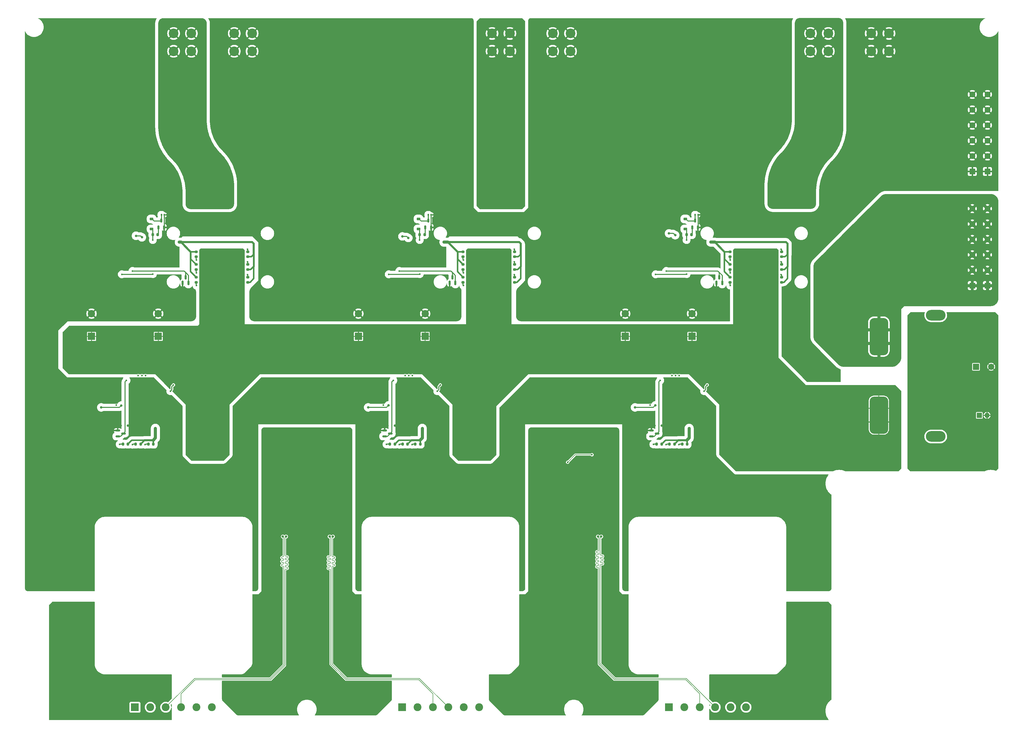
<source format=gbl>
%TF.GenerationSoftware,KiCad,Pcbnew,7.0.9*%
%TF.CreationDate,2025-04-01T10:19:45-06:00*%
%TF.ProjectId,2023-24_Power_Supply,32303233-2d32-4345-9f50-6f7765725f53,rev?*%
%TF.SameCoordinates,Original*%
%TF.FileFunction,Copper,L2,Bot*%
%TF.FilePolarity,Positive*%
%FSLAX46Y46*%
G04 Gerber Fmt 4.6, Leading zero omitted, Abs format (unit mm)*
G04 Created by KiCad (PCBNEW 7.0.9) date 2025-04-01 10:19:45*
%MOMM*%
%LPD*%
G01*
G04 APERTURE LIST*
G04 Aperture macros list*
%AMRoundRect*
0 Rectangle with rounded corners*
0 $1 Rounding radius*
0 $2 $3 $4 $5 $6 $7 $8 $9 X,Y pos of 4 corners*
0 Add a 4 corners polygon primitive as box body*
4,1,4,$2,$3,$4,$5,$6,$7,$8,$9,$2,$3,0*
0 Add four circle primitives for the rounded corners*
1,1,$1+$1,$2,$3*
1,1,$1+$1,$4,$5*
1,1,$1+$1,$6,$7*
1,1,$1+$1,$8,$9*
0 Add four rect primitives between the rounded corners*
20,1,$1+$1,$2,$3,$4,$5,0*
20,1,$1+$1,$4,$5,$6,$7,0*
20,1,$1+$1,$6,$7,$8,$9,0*
20,1,$1+$1,$8,$9,$2,$3,0*%
G04 Aperture macros list end*
%TA.AperFunction,ComponentPad*%
%ADD10C,3.200000*%
%TD*%
%TA.AperFunction,ComponentPad*%
%ADD11R,1.950000X1.950000*%
%TD*%
%TA.AperFunction,ComponentPad*%
%ADD12C,1.950000*%
%TD*%
%TA.AperFunction,ComponentPad*%
%ADD13R,2.400000X2.400000*%
%TD*%
%TA.AperFunction,ComponentPad*%
%ADD14C,2.400000*%
%TD*%
%TA.AperFunction,ComponentPad*%
%ADD15O,6.500000X3.500000*%
%TD*%
%TA.AperFunction,ComponentPad*%
%ADD16RoundRect,1.525000X1.525000X-2.375000X1.525000X2.375000X-1.525000X2.375000X-1.525000X-2.375000X0*%
%TD*%
%TA.AperFunction,ComponentPad*%
%ADD17R,1.700000X1.700000*%
%TD*%
%TA.AperFunction,ComponentPad*%
%ADD18O,1.700000X1.700000*%
%TD*%
%TA.AperFunction,ComponentPad*%
%ADD19R,2.600000X2.600000*%
%TD*%
%TA.AperFunction,ComponentPad*%
%ADD20C,2.600000*%
%TD*%
%TA.AperFunction,ComponentPad*%
%ADD21R,2.000000X2.000000*%
%TD*%
%TA.AperFunction,ComponentPad*%
%ADD22C,2.000000*%
%TD*%
%TA.AperFunction,SMDPad,CuDef*%
%ADD23RoundRect,0.200000X0.200000X0.275000X-0.200000X0.275000X-0.200000X-0.275000X0.200000X-0.275000X0*%
%TD*%
%TA.AperFunction,SMDPad,CuDef*%
%ADD24RoundRect,0.200000X-0.200000X-0.275000X0.200000X-0.275000X0.200000X0.275000X-0.200000X0.275000X0*%
%TD*%
%TA.AperFunction,SMDPad,CuDef*%
%ADD25RoundRect,0.200000X-0.275000X0.200000X-0.275000X-0.200000X0.275000X-0.200000X0.275000X0.200000X0*%
%TD*%
%TA.AperFunction,SMDPad,CuDef*%
%ADD26RoundRect,0.200000X0.275000X-0.200000X0.275000X0.200000X-0.275000X0.200000X-0.275000X-0.200000X0*%
%TD*%
%TA.AperFunction,SMDPad,CuDef*%
%ADD27RoundRect,0.150000X0.150000X-0.512500X0.150000X0.512500X-0.150000X0.512500X-0.150000X-0.512500X0*%
%TD*%
%TA.AperFunction,SMDPad,CuDef*%
%ADD28RoundRect,0.150000X-0.587500X-0.150000X0.587500X-0.150000X0.587500X0.150000X-0.587500X0.150000X0*%
%TD*%
%TA.AperFunction,SMDPad,CuDef*%
%ADD29RoundRect,0.140000X-0.140000X-0.170000X0.140000X-0.170000X0.140000X0.170000X-0.140000X0.170000X0*%
%TD*%
%TA.AperFunction,SMDPad,CuDef*%
%ADD30RoundRect,0.150000X0.150000X-0.587500X0.150000X0.587500X-0.150000X0.587500X-0.150000X-0.587500X0*%
%TD*%
%TA.AperFunction,SMDPad,CuDef*%
%ADD31RoundRect,0.225000X-0.375000X0.225000X-0.375000X-0.225000X0.375000X-0.225000X0.375000X0.225000X0*%
%TD*%
%TA.AperFunction,ViaPad*%
%ADD32C,0.800000*%
%TD*%
%TA.AperFunction,ViaPad*%
%ADD33C,0.600000*%
%TD*%
%TA.AperFunction,ViaPad*%
%ADD34C,4.000000*%
%TD*%
%TA.AperFunction,Conductor*%
%ADD35C,0.300000*%
%TD*%
%TA.AperFunction,Conductor*%
%ADD36C,0.350000*%
%TD*%
%TA.AperFunction,Conductor*%
%ADD37C,0.200000*%
%TD*%
%TA.AperFunction,Conductor*%
%ADD38C,0.700000*%
%TD*%
%TA.AperFunction,Conductor*%
%ADD39C,0.500000*%
%TD*%
%TA.AperFunction,Conductor*%
%ADD40C,1.000000*%
%TD*%
%TA.AperFunction,Conductor*%
%ADD41C,0.600000*%
%TD*%
G04 APERTURE END LIST*
D10*
%TO.P,J6,1,Pin_1*%
%TO.N,VIN_B2*%
X301935000Y-107935000D03*
X301935000Y-102065000D03*
X296065000Y-107935000D03*
X296065000Y-102065000D03*
%TD*%
D11*
%TO.P,J8,1_A,1*%
%TO.N,V_MOT*%
X454412500Y-185240000D03*
%TO.P,J8,1_B,1__1*%
X459412500Y-185240000D03*
D12*
%TO.P,J8,2_A,2*%
X454412500Y-180160000D03*
%TO.P,J8,2_B,2__1*%
X459412500Y-180160000D03*
%TO.P,J8,3_A,3*%
X454412500Y-175080000D03*
%TO.P,J8,3_B,3__1*%
X459412500Y-175080000D03*
%TO.P,J8,4_A,4*%
X454412500Y-170000000D03*
%TO.P,J8,4_B,4__1*%
X459412500Y-170000000D03*
%TO.P,J8,5_A,5*%
X454412500Y-164920000D03*
%TO.P,J8,5_B,5__1*%
X459412500Y-164920000D03*
%TO.P,J8,6_A,6*%
X454412500Y-159840000D03*
%TO.P,J8,6_B,6__1*%
X459412500Y-159840000D03*
%TD*%
D13*
%TO.P,C25,1,+*%
%TO.N,V_SYS*%
X252000000Y-201977780D03*
D14*
%TO.P,C25,2,-*%
%TO.N,GND*%
X252000000Y-194477780D03*
%TD*%
D15*
%TO.P,K1,1,COIL_1*%
%TO.N,RELAY_EN*%
X442350000Y-235000000D03*
%TO.P,K1,2,COIL_2*%
%TO.N,Net-(D6-K)*%
X442350000Y-195000000D03*
D16*
%TO.P,K1,3,CONTACT_1*%
%TO.N,V_SYS*%
X423600000Y-230200000D03*
X423600000Y-225700000D03*
%TO.P,K1,4,CONTACT_2*%
%TO.N,V_MOT*%
X423600000Y-204300000D03*
X423600000Y-199800000D03*
%TD*%
D17*
%TO.P,J12,1,Pin_1*%
%TO.N,RELAY_EN*%
X456725000Y-228000000D03*
D18*
%TO.P,J12,2,Pin_2*%
%TO.N,GND2*%
X459265000Y-228000000D03*
%TD*%
D10*
%TO.P,J5,1,Pin_1*%
%TO.N,GND*%
X216935000Y-107935000D03*
X216935000Y-102065000D03*
X211065000Y-107935000D03*
X211065000Y-102065000D03*
%TD*%
D13*
%TO.P,C27,1,+*%
%TO.N,V_SYS*%
X164000000Y-201977780D03*
D14*
%TO.P,C27,2,-*%
%TO.N,GND*%
X164000000Y-194477780D03*
%TD*%
D19*
%TO.P,J15,1,Pin_1*%
%TO.N,/Aux Outputs/VOUT_AUX3_+*%
X354400000Y-324305000D03*
D20*
%TO.P,J15,2,Pin_2*%
X359480000Y-324305000D03*
%TO.P,J15,3,Pin_3*%
X364560000Y-324305000D03*
%TO.P,J15,4,Pin_4*%
%TO.N,/Aux Outputs/VOUT_AUX3_-*%
X369640000Y-324305000D03*
%TO.P,J15,5,Pin_5*%
X374720000Y-324305000D03*
%TO.P,J15,6,Pin_6*%
X379800000Y-324305000D03*
%TD*%
D13*
%TO.P,C23,1,+*%
%TO.N,V_SYS*%
X340000000Y-201977780D03*
D14*
%TO.P,C23,2,-*%
%TO.N,GND*%
X340000000Y-194477780D03*
%TD*%
D19*
%TO.P,J13,1,Pin_1*%
%TO.N,/Aux Outputs/VOUT_AUX1_+*%
X178300000Y-324305000D03*
D20*
%TO.P,J13,2,Pin_2*%
X183380000Y-324305000D03*
%TO.P,J13,3,Pin_3*%
X188460000Y-324305000D03*
%TO.P,J13,4,Pin_4*%
%TO.N,/Aux Outputs/VOUT_AUX1_-*%
X193540000Y-324305000D03*
%TO.P,J13,5,Pin_5*%
X198620000Y-324305000D03*
%TO.P,J13,6,Pin_6*%
X203700000Y-324305000D03*
%TD*%
D21*
%TO.P,C28,1*%
%TO.N,Net-(D6-K)*%
X455632323Y-212000000D03*
D22*
%TO.P,C28,2*%
%TO.N,GND2*%
X460632323Y-212000000D03*
%TD*%
D13*
%TO.P,C26,1,+*%
%TO.N,V_SYS*%
X186000000Y-201977780D03*
D14*
%TO.P,C26,2,-*%
%TO.N,GND*%
X186000000Y-194477780D03*
%TD*%
D13*
%TO.P,C24,1,+*%
%TO.N,V_SYS*%
X274000000Y-201977780D03*
D14*
%TO.P,C24,2,-*%
%TO.N,GND*%
X274000000Y-194477780D03*
%TD*%
D10*
%TO.P,J10,1,Pin_1*%
%TO.N,GND*%
X426935000Y-107935000D03*
X426935000Y-102065000D03*
X421065000Y-107935000D03*
X421065000Y-102065000D03*
%TD*%
%TO.P,J4,1,Pin_1*%
%TO.N,VIN_B1*%
X196935000Y-107935000D03*
X196935000Y-102065000D03*
X191065000Y-107935000D03*
X191065000Y-102065000D03*
%TD*%
%TO.P,J9,1,Pin_1*%
%TO.N,VIN_B3*%
X406935000Y-107935000D03*
X406935000Y-102065000D03*
X401065000Y-107935000D03*
X401065000Y-102065000D03*
%TD*%
D11*
%TO.P,J11,1_A,1*%
%TO.N,GND*%
X454412500Y-147590000D03*
%TO.P,J11,1_B,1__1*%
X459412500Y-147590000D03*
D12*
%TO.P,J11,2_A,2*%
X454412500Y-142510000D03*
%TO.P,J11,2_B,2__1*%
X459412500Y-142510000D03*
%TO.P,J11,3_A,3*%
X454412500Y-137430000D03*
%TO.P,J11,3_B,3__1*%
X459412500Y-137430000D03*
%TO.P,J11,4_A,4*%
X454412500Y-132350000D03*
%TO.P,J11,4_B,4__1*%
X459412500Y-132350000D03*
%TO.P,J11,5_A,5*%
X454412500Y-127270000D03*
%TO.P,J11,5_B,5__1*%
X459412500Y-127270000D03*
%TO.P,J11,6_A,6*%
X454412500Y-122190000D03*
%TO.P,J11,6_B,6__1*%
X459412500Y-122190000D03*
%TD*%
D19*
%TO.P,J14,1,Pin_1*%
%TO.N,/Aux Outputs/VOUT_AUX2_+*%
X266400000Y-324305000D03*
D20*
%TO.P,J14,2,Pin_2*%
X271480000Y-324305000D03*
%TO.P,J14,3,Pin_3*%
X276560000Y-324305000D03*
%TO.P,J14,4,Pin_4*%
%TO.N,/Aux Outputs/VOUT_AUX2_-*%
X281640000Y-324305000D03*
%TO.P,J14,5,Pin_5*%
X286720000Y-324305000D03*
%TO.P,J14,6,Pin_6*%
X291800000Y-324305000D03*
%TD*%
D10*
%TO.P,J7,1,Pin_1*%
%TO.N,GND*%
X321935000Y-107935000D03*
X321935000Y-102065000D03*
X316065000Y-107935000D03*
X316065000Y-102065000D03*
%TD*%
D13*
%TO.P,C22,1,+*%
%TO.N,V_SYS*%
X362000000Y-201977780D03*
D14*
%TO.P,C22,2,-*%
%TO.N,GND*%
X362000000Y-194477780D03*
%TD*%
D23*
%TO.P,R23,1*%
%TO.N,Net-(Q8-B)*%
X185825000Y-168400000D03*
%TO.P,R23,2*%
%TO.N,/Battery Switching/Battery 1/GATE_OUT*%
X184175000Y-168400000D03*
%TD*%
D24*
%TO.P,R119,1*%
%TO.N,Net-(Q36-G)*%
X270750000Y-237500000D03*
%TO.P,R119,2*%
%TO.N,/Aux Outputs/Aux 2/GATE*%
X272400000Y-237500000D03*
%TD*%
D25*
%TO.P,R58,1*%
%TO.N,Net-(Q24-G)*%
X391500000Y-178275000D03*
%TO.P,R58,2*%
%TO.N,/Battery Switching/Battery 3/GATE*%
X391500000Y-179925000D03*
%TD*%
D26*
%TO.P,R56,1*%
%TO.N,Net-(Q21-G)*%
X374500000Y-184125000D03*
%TO.P,R56,2*%
%TO.N,/Battery Switching/Battery 3/GATE*%
X374500000Y-182475000D03*
%TD*%
D27*
%TO.P,Q26,1,B*%
%TO.N,GND*%
X363950000Y-166037500D03*
%TO.P,Q26,2,E*%
%TO.N,Net-(Q26-B)*%
X362050000Y-166037500D03*
%TO.P,Q26,3,C*%
%TO.N,Net-(C43-+)*%
X363000000Y-163762500D03*
%TD*%
D25*
%TO.P,R38,1*%
%TO.N,Net-(Q15-G)*%
X303500000Y-178275000D03*
%TO.P,R38,2*%
%TO.N,/Battery Switching/Battery 2/GATE*%
X303500000Y-179925000D03*
%TD*%
%TO.P,R18,1*%
%TO.N,Net-(Q7-G)*%
X215500000Y-182475000D03*
%TO.P,R18,2*%
%TO.N,/Battery Switching/Battery 1/GATE*%
X215500000Y-184125000D03*
%TD*%
D28*
%TO.P,Q33,1,B*%
%TO.N,/Aux Outputs/Aux 1/DIODE*%
X172637500Y-234950000D03*
%TO.P,Q33,2,E*%
%TO.N,GND*%
X172637500Y-233050000D03*
%TO.P,Q33,3,C*%
%TO.N,/Aux Outputs/Aux 1/DIODE*%
X174512500Y-234000000D03*
%TD*%
%TO.P,Q41,1,B*%
%TO.N,/Aux Outputs/Aux 3/DIODE*%
X348637501Y-234950000D03*
%TO.P,Q41,2,E*%
%TO.N,GND*%
X348637501Y-233050000D03*
%TO.P,Q41,3,C*%
%TO.N,/Aux Outputs/Aux 3/DIODE*%
X350512501Y-234000000D03*
%TD*%
D24*
%TO.P,R101,1*%
%TO.N,Net-(Q31-G)*%
X174350000Y-237500000D03*
%TO.P,R101,2*%
%TO.N,/Aux Outputs/Aux 1/GATE*%
X176000000Y-237500000D03*
%TD*%
D23*
%TO.P,R65,1*%
%TO.N,Net-(Q26-B)*%
X361825000Y-168400000D03*
%TO.P,R65,2*%
%TO.N,/Battery Switching/Battery 3/GATE_OUT*%
X360175000Y-168400000D03*
%TD*%
D25*
%TO.P,R40,1*%
%TO.N,Net-(Q16-G)*%
X303500000Y-182475000D03*
%TO.P,R40,2*%
%TO.N,/Battery Switching/Battery 2/GATE*%
X303500000Y-184125000D03*
%TD*%
D23*
%TO.P,R45,1*%
%TO.N,Net-(Q17-B)*%
X273825000Y-168400000D03*
%TO.P,R45,2*%
%TO.N,/Battery Switching/Battery 2/GATE_OUT*%
X272175000Y-168400000D03*
%TD*%
D29*
%TO.P,C31,1,+*%
%TO.N,Net-(C31-+)*%
X187040000Y-161900000D03*
%TO.P,C31,2,-*%
%TO.N,GND*%
X188000000Y-161900000D03*
%TD*%
D24*
%TO.P,R133,1*%
%TO.N,Net-(Q39-G)*%
X350350001Y-237500000D03*
%TO.P,R133,2*%
%TO.N,/Aux Outputs/Aux 3/GATE*%
X352000001Y-237500000D03*
%TD*%
D30*
%TO.P,Q22,1,B*%
%TO.N,/Battery Switching/Battery 3/DIODE*%
X371950000Y-184337500D03*
%TO.P,Q22,2,E*%
%TO.N,GND*%
X370050000Y-184337500D03*
%TO.P,Q22,3,C*%
%TO.N,/Battery Switching/Battery 3/DIODE*%
X371000000Y-182462500D03*
%TD*%
D26*
%TO.P,R34,1*%
%TO.N,Net-(Q10-G)*%
X286500000Y-175725000D03*
%TO.P,R34,2*%
%TO.N,/Battery Switching/Battery 2/GATE*%
X286500000Y-174075000D03*
%TD*%
D24*
%TO.P,R104,1*%
%TO.N,Net-(Q34-G)*%
X178550000Y-237500000D03*
%TO.P,R104,2*%
%TO.N,/Aux Outputs/Aux 1/GATE*%
X180200000Y-237500000D03*
%TD*%
D29*
%TO.P,C43,1,+*%
%TO.N,Net-(C43-+)*%
X363040000Y-161900000D03*
%TO.P,C43,2,-*%
%TO.N,GND*%
X364000000Y-161900000D03*
%TD*%
D26*
%TO.P,R35,1*%
%TO.N,Net-(Q11-G)*%
X286500000Y-179925000D03*
%TO.P,R35,2*%
%TO.N,/Battery Switching/Battery 2/GATE*%
X286500000Y-178275000D03*
%TD*%
%TO.P,R13,1*%
%TO.N,Net-(Q2-G)*%
X198500000Y-179925000D03*
%TO.P,R13,2*%
%TO.N,/Battery Switching/Battery 1/GATE*%
X198500000Y-178275000D03*
%TD*%
D25*
%TO.P,R60,1*%
%TO.N,Net-(Q25-G)*%
X391500000Y-182475000D03*
%TO.P,R60,2*%
%TO.N,/Battery Switching/Battery 3/GATE*%
X391500000Y-184125000D03*
%TD*%
D31*
%TO.P,D8,1,K-*%
%TO.N,Net-(C31-+)*%
X183800000Y-163250000D03*
%TO.P,D8,2,A+*%
%TO.N,/Battery Switching/Battery 1/GATE_OUT*%
X183800000Y-166550000D03*
%TD*%
D25*
%TO.P,R16,1*%
%TO.N,Net-(Q6-G)*%
X215500000Y-178275000D03*
%TO.P,R16,2*%
%TO.N,/Battery Switching/Battery 1/GATE*%
X215500000Y-179925000D03*
%TD*%
D30*
%TO.P,Q4,1,B*%
%TO.N,/Battery Switching/Battery 1/DIODE*%
X195950000Y-184337500D03*
%TO.P,Q4,2,E*%
%TO.N,GND*%
X194050000Y-184337500D03*
%TO.P,Q4,3,C*%
%TO.N,/Battery Switching/Battery 1/DIODE*%
X195000000Y-182462500D03*
%TD*%
%TO.P,Q13,1,B*%
%TO.N,/Battery Switching/Battery 2/DIODE*%
X283950000Y-184337500D03*
%TO.P,Q13,2,E*%
%TO.N,GND*%
X282050000Y-184337500D03*
%TO.P,Q13,3,C*%
%TO.N,/Battery Switching/Battery 2/DIODE*%
X283000000Y-182462500D03*
%TD*%
D26*
%TO.P,R55,1*%
%TO.N,Net-(Q20-G)*%
X374500000Y-179925000D03*
%TO.P,R55,2*%
%TO.N,/Battery Switching/Battery 3/GATE*%
X374500000Y-178275000D03*
%TD*%
D24*
%TO.P,R121,1*%
%TO.N,Net-(Q38-G)*%
X266550001Y-237500000D03*
%TO.P,R121,2*%
%TO.N,/Aux Outputs/Aux 2/GATE*%
X268200001Y-237500000D03*
%TD*%
%TO.P,R102,1*%
%TO.N,Net-(Q32-G)*%
X182750000Y-237500000D03*
%TO.P,R102,2*%
%TO.N,/Aux Outputs/Aux 1/GATE*%
X184400000Y-237500000D03*
%TD*%
D25*
%TO.P,R37,1*%
%TO.N,Net-(Q14-G)*%
X303500000Y-174075000D03*
%TO.P,R37,2*%
%TO.N,/Battery Switching/Battery 2/GATE*%
X303500000Y-175725000D03*
%TD*%
D26*
%TO.P,R36,1*%
%TO.N,Net-(Q12-G)*%
X286500000Y-184125000D03*
%TO.P,R36,2*%
%TO.N,/Battery Switching/Battery 2/GATE*%
X286500000Y-182475000D03*
%TD*%
D29*
%TO.P,C37,1,+*%
%TO.N,Net-(C37-+)*%
X275040000Y-161900000D03*
%TO.P,C37,2,-*%
%TO.N,GND*%
X276000000Y-161900000D03*
%TD*%
D31*
%TO.P,D11,1,K-*%
%TO.N,Net-(C37-+)*%
X271800000Y-163250000D03*
%TO.P,D11,2,A+*%
%TO.N,/Battery Switching/Battery 2/GATE_OUT*%
X271800000Y-166550000D03*
%TD*%
D26*
%TO.P,R54,1*%
%TO.N,Net-(Q19-G)*%
X374500000Y-175725000D03*
%TO.P,R54,2*%
%TO.N,/Battery Switching/Battery 3/GATE*%
X374500000Y-174075000D03*
%TD*%
D24*
%TO.P,R134,1*%
%TO.N,Net-(Q40-G)*%
X358750000Y-237500000D03*
%TO.P,R134,2*%
%TO.N,/Aux Outputs/Aux 3/GATE*%
X360400000Y-237500000D03*
%TD*%
%TO.P,R136,1*%
%TO.N,Net-(Q42-G)*%
X354550001Y-237500000D03*
%TO.P,R136,2*%
%TO.N,/Aux Outputs/Aux 3/GATE*%
X356200001Y-237500000D03*
%TD*%
D26*
%TO.P,R12,1*%
%TO.N,Net-(Q1-G)*%
X198500000Y-175725000D03*
%TO.P,R12,2*%
%TO.N,/Battery Switching/Battery 1/GATE*%
X198500000Y-174075000D03*
%TD*%
D31*
%TO.P,D14,1,K-*%
%TO.N,Net-(C43-+)*%
X359800000Y-163250000D03*
%TO.P,D14,2,A+*%
%TO.N,/Battery Switching/Battery 3/GATE_OUT*%
X359800000Y-166550000D03*
%TD*%
D27*
%TO.P,Q17,1,B*%
%TO.N,GND*%
X275950000Y-166037500D03*
%TO.P,Q17,2,E*%
%TO.N,Net-(Q17-B)*%
X274050000Y-166037500D03*
%TO.P,Q17,3,C*%
%TO.N,Net-(C37-+)*%
X275000000Y-163762500D03*
%TD*%
D25*
%TO.P,R15,1*%
%TO.N,Net-(Q5-G)*%
X215500000Y-174075000D03*
%TO.P,R15,2*%
%TO.N,/Battery Switching/Battery 1/GATE*%
X215500000Y-175725000D03*
%TD*%
%TO.P,R57,1*%
%TO.N,Net-(Q23-G)*%
X391500000Y-174075000D03*
%TO.P,R57,2*%
%TO.N,/Battery Switching/Battery 3/GATE*%
X391500000Y-175725000D03*
%TD*%
D26*
%TO.P,R14,1*%
%TO.N,Net-(Q3-G)*%
X198500000Y-184125000D03*
%TO.P,R14,2*%
%TO.N,/Battery Switching/Battery 1/GATE*%
X198500000Y-182475000D03*
%TD*%
D27*
%TO.P,Q8,1,B*%
%TO.N,GND*%
X187950000Y-166037500D03*
%TO.P,Q8,2,E*%
%TO.N,Net-(Q8-B)*%
X186050000Y-166037500D03*
%TO.P,Q8,3,C*%
%TO.N,Net-(C31-+)*%
X187000000Y-163762500D03*
%TD*%
D24*
%TO.P,R118,1*%
%TO.N,Net-(Q35-G)*%
X262350001Y-237500000D03*
%TO.P,R118,2*%
%TO.N,/Aux Outputs/Aux 2/GATE*%
X264000001Y-237500000D03*
%TD*%
D28*
%TO.P,Q37,1,B*%
%TO.N,/Aux Outputs/Aux 2/DIODE*%
X260637501Y-234950000D03*
%TO.P,Q37,2,E*%
%TO.N,GND*%
X260637501Y-233050000D03*
%TO.P,Q37,3,C*%
%TO.N,/Aux Outputs/Aux 2/DIODE*%
X262512501Y-234000000D03*
%TD*%
D32*
%TO.N,GND*%
X235000000Y-252500000D03*
D33*
X357800000Y-223100000D03*
X319500000Y-246000000D03*
D32*
X325000000Y-122500000D03*
D33*
X271400000Y-174200000D03*
D32*
X309500000Y-252500000D03*
X325000000Y-119500000D03*
D33*
X354000000Y-183600000D03*
D32*
X211000000Y-116500000D03*
D33*
X264400000Y-176600000D03*
X228300000Y-258000000D03*
X269800000Y-223100000D03*
X356600000Y-216100000D03*
D32*
X325000000Y-134000000D03*
D33*
X264400000Y-175400000D03*
D32*
X322000000Y-116500000D03*
D33*
X243800000Y-256600000D03*
X187600000Y-155800000D03*
X352400000Y-175400000D03*
X357800000Y-214900000D03*
X269800000Y-217300000D03*
X239000000Y-243500000D03*
D32*
X188600000Y-182000000D03*
D33*
X180600000Y-223100000D03*
X363700000Y-155800000D03*
X352400000Y-174200000D03*
D32*
X211000000Y-119500000D03*
X316000000Y-122500000D03*
D33*
X263200000Y-175400000D03*
X359400000Y-174200000D03*
D32*
X220000000Y-134000000D03*
D33*
X353100000Y-183600000D03*
D32*
X323500000Y-252500000D03*
D33*
X267400000Y-222100000D03*
X231100000Y-234300000D03*
D32*
X263400000Y-165000000D03*
X317500000Y-252500000D03*
D33*
X174000000Y-174200000D03*
X182400000Y-176600000D03*
X357800000Y-216100000D03*
X268600000Y-216100000D03*
X179400000Y-223100000D03*
D34*
X413000000Y-145000000D03*
D33*
X183200000Y-184700000D03*
D32*
X217000000Y-128000000D03*
X316000000Y-116500000D03*
X424000000Y-116500000D03*
D33*
X183400000Y-174200000D03*
X176400000Y-174200000D03*
X262000000Y-175400000D03*
X270400000Y-176600000D03*
D32*
X249000000Y-252500000D03*
D33*
X183400000Y-175400000D03*
X243800000Y-258000000D03*
X181800000Y-217300000D03*
X180600000Y-216100000D03*
D32*
X325000000Y-131000000D03*
X264000000Y-231400000D03*
D33*
X263200000Y-176600000D03*
X360600000Y-174200000D03*
X177600000Y-174200000D03*
X352400000Y-176600000D03*
X226700000Y-258000000D03*
X355400000Y-224300000D03*
X178300000Y-183600000D03*
D32*
X274800000Y-182000000D03*
D33*
X172200000Y-224600000D03*
X348000000Y-221800000D03*
X270400000Y-174200000D03*
X269800000Y-224300000D03*
X330700000Y-258000000D03*
X179400000Y-214900000D03*
D32*
X220000000Y-128000000D03*
X319000000Y-122500000D03*
D33*
X180600000Y-214900000D03*
D32*
X220000000Y-116500000D03*
D33*
X260200000Y-224600000D03*
X355400000Y-214900000D03*
D32*
X319000000Y-116500000D03*
D33*
X267400000Y-224300000D03*
D32*
X322000000Y-128000000D03*
X322000000Y-122500000D03*
X232000000Y-252500000D03*
D33*
X359400000Y-176600000D03*
X327000000Y-243500000D03*
X231500000Y-246000000D03*
D32*
X247000000Y-252500000D03*
D33*
X242200000Y-258000000D03*
X355400000Y-217300000D03*
D32*
X261600000Y-231400000D03*
D33*
X269800000Y-214900000D03*
X357800000Y-224300000D03*
X267400000Y-217300000D03*
X231500000Y-245000000D03*
X176400000Y-176600000D03*
X319100000Y-234400000D03*
D32*
X186800000Y-182000000D03*
D33*
X269800000Y-216100000D03*
D32*
X173600000Y-231400000D03*
D33*
X184600000Y-175400000D03*
X268600000Y-214900000D03*
D32*
X430000000Y-134000000D03*
X430000000Y-131000000D03*
D33*
X181800000Y-224300000D03*
D32*
X364600000Y-182000000D03*
X319500000Y-252500000D03*
X319000000Y-119500000D03*
X217000000Y-119500000D03*
X424000000Y-119500000D03*
X217000000Y-122500000D03*
D33*
X175200000Y-175400000D03*
X181800000Y-214900000D03*
X182400000Y-174200000D03*
X314700000Y-234400000D03*
X265100000Y-183600000D03*
X174000000Y-175400000D03*
X272600000Y-175400000D03*
X353600000Y-174200000D03*
X262000000Y-176600000D03*
X267400000Y-214900000D03*
D34*
X383500000Y-143500000D03*
D33*
X172400000Y-216800000D03*
X357800000Y-222100000D03*
X183400000Y-176600000D03*
X360600000Y-175400000D03*
X328000000Y-243500000D03*
D32*
X430000000Y-119500000D03*
D33*
X353600000Y-176600000D03*
D32*
X430000000Y-116500000D03*
X211000000Y-122500000D03*
D33*
X271200000Y-184800000D03*
X269800000Y-222100000D03*
X181800000Y-216100000D03*
X242200000Y-256600000D03*
X179400000Y-224300000D03*
X358400000Y-174200000D03*
D32*
X421000000Y-119500000D03*
D33*
X175200000Y-174200000D03*
X175200000Y-176600000D03*
D32*
X238000000Y-252500000D03*
X430000000Y-122500000D03*
X352000000Y-231400000D03*
X322000000Y-131000000D03*
D33*
X264400000Y-174200000D03*
X271400000Y-175400000D03*
X179400000Y-222100000D03*
D32*
X430000000Y-128000000D03*
X421000000Y-122500000D03*
D33*
X350000000Y-175400000D03*
X177600000Y-176600000D03*
X351200000Y-174200000D03*
D32*
X276600000Y-182000000D03*
D33*
X359400000Y-175400000D03*
X351200000Y-176600000D03*
D32*
X362800000Y-182000000D03*
D33*
X351200000Y-175400000D03*
X172400000Y-218000000D03*
D32*
X427000000Y-131000000D03*
X427000000Y-119500000D03*
D33*
X263200000Y-174200000D03*
X226400000Y-234300000D03*
X358000000Y-184200000D03*
X350000000Y-174200000D03*
D32*
X325000000Y-128000000D03*
D33*
X267400000Y-216100000D03*
X268600000Y-223100000D03*
X332300000Y-256600000D03*
X181800000Y-222100000D03*
X179400000Y-217300000D03*
X272600000Y-174200000D03*
D32*
X315500000Y-252500000D03*
D33*
X270000000Y-184200000D03*
X271400000Y-176600000D03*
X260400000Y-216800000D03*
X184600000Y-174200000D03*
X240000000Y-243500000D03*
X182000000Y-184300000D03*
D32*
X217000000Y-134000000D03*
D33*
X267400000Y-223100000D03*
X355400000Y-216100000D03*
D32*
X427000000Y-116500000D03*
X220000000Y-119500000D03*
D33*
X172000000Y-221600000D03*
D32*
X424000000Y-122500000D03*
X220000000Y-131000000D03*
D33*
X181800000Y-223100000D03*
D32*
X217000000Y-131000000D03*
D33*
X265600000Y-176600000D03*
D32*
X214000000Y-116500000D03*
D33*
X350000000Y-176600000D03*
D32*
X221500000Y-252500000D03*
D33*
X180600000Y-224300000D03*
X348200000Y-216800000D03*
D32*
X421000000Y-116500000D03*
X316000000Y-119500000D03*
D33*
X348200000Y-218000000D03*
X260400000Y-218000000D03*
X272600000Y-176600000D03*
D32*
X176000000Y-231400000D03*
D33*
X332300000Y-258000000D03*
X356600000Y-224300000D03*
X184600000Y-176600000D03*
X268600000Y-224300000D03*
D32*
X217000000Y-116500000D03*
D33*
X266100000Y-183600000D03*
X357800000Y-217300000D03*
X360600000Y-176600000D03*
X179400000Y-216100000D03*
D32*
X214000000Y-122500000D03*
D33*
X356600000Y-214900000D03*
D32*
X351500000Y-167500000D03*
D33*
X226700000Y-256200000D03*
X358400000Y-176600000D03*
D32*
X175100000Y-167700000D03*
D33*
X275600000Y-155800000D03*
X355400000Y-222100000D03*
D32*
X427000000Y-134000000D03*
X313500000Y-252500000D03*
X223500000Y-252500000D03*
D33*
X348200000Y-224600000D03*
D32*
X427000000Y-128000000D03*
D33*
X355400000Y-223100000D03*
X265600000Y-174200000D03*
D32*
X311500000Y-252500000D03*
X220000000Y-122500000D03*
D33*
X174000000Y-176600000D03*
X262000000Y-174200000D03*
D32*
X349600000Y-231400000D03*
X321500000Y-252500000D03*
D33*
X359200000Y-184600000D03*
D32*
X214000000Y-119500000D03*
D33*
X176400000Y-175400000D03*
X228300000Y-256200000D03*
D32*
X325000000Y-116500000D03*
X322000000Y-134000000D03*
D33*
X260000000Y-221800000D03*
X356600000Y-223100000D03*
X330700000Y-256600000D03*
D32*
X427000000Y-122500000D03*
D33*
X177100000Y-183600000D03*
D32*
X322000000Y-119500000D03*
D33*
%TO.N,Net-(Q2-G)*%
X198600000Y-181000000D03*
D32*
%TO.N,V_SYS*%
X289000000Y-238000000D03*
X204000000Y-183400000D03*
X295000000Y-183400000D03*
X210000000Y-179400000D03*
X292000000Y-183400000D03*
X380000000Y-179400000D03*
X292000000Y-175400000D03*
X383000000Y-242000000D03*
X204000000Y-240000000D03*
X380000000Y-183400000D03*
X207000000Y-238000000D03*
X383000000Y-238000000D03*
X383000000Y-240000000D03*
X198000000Y-242000000D03*
X201000000Y-238000000D03*
X210000000Y-183400000D03*
X204000000Y-242000000D03*
X295000000Y-242000000D03*
X207000000Y-179400000D03*
X298000000Y-175400000D03*
X386000000Y-175400000D03*
X297000000Y-181400000D03*
X386000000Y-183400000D03*
X289000000Y-240000000D03*
X383000000Y-183400000D03*
X289000000Y-242000000D03*
X385000000Y-177400000D03*
X383000000Y-179400000D03*
X297000000Y-177400000D03*
X293000000Y-177400000D03*
X207000000Y-175400000D03*
X204000000Y-238000000D03*
X377000000Y-240000000D03*
X380000000Y-238000000D03*
X198000000Y-238000000D03*
X292000000Y-240000000D03*
X374000000Y-242000000D03*
X205000000Y-181400000D03*
X286000000Y-242000000D03*
X201000000Y-242000000D03*
X298000000Y-183400000D03*
X377000000Y-242000000D03*
X374000000Y-240000000D03*
X380000000Y-242000000D03*
X380000000Y-240000000D03*
X380000000Y-175400000D03*
X286000000Y-238000000D03*
X385000000Y-181400000D03*
X204000000Y-179400000D03*
X204000000Y-175400000D03*
X205000000Y-177400000D03*
X381000000Y-181400000D03*
X209000000Y-177400000D03*
X201000000Y-240000000D03*
X292000000Y-242000000D03*
X286000000Y-240000000D03*
X198000000Y-240000000D03*
X386000000Y-179400000D03*
X207000000Y-183400000D03*
X210000000Y-175400000D03*
X374000000Y-238000000D03*
X293000000Y-181400000D03*
X295000000Y-179400000D03*
X298000000Y-179400000D03*
X381000000Y-177400000D03*
X383000000Y-175400000D03*
X295000000Y-238000000D03*
X377000000Y-238000000D03*
X207000000Y-240000000D03*
X207000000Y-242000000D03*
X292000000Y-238000000D03*
X295000000Y-240000000D03*
X295000000Y-175400000D03*
X209000000Y-181400000D03*
X292000000Y-179400000D03*
%TO.N,GND2*%
X461000000Y-205000000D03*
%TO.N,VIN_B1*%
X203000000Y-150750000D03*
X200750000Y-148500000D03*
X188000000Y-131000000D03*
X207500000Y-150750000D03*
X203000000Y-153000000D03*
X194000000Y-119500000D03*
X205250000Y-157500000D03*
X205250000Y-150750000D03*
X188000000Y-128000000D03*
X198500000Y-155250000D03*
X191000000Y-122500000D03*
X198500000Y-150750000D03*
X188000000Y-134000000D03*
X207500000Y-157500000D03*
X198500000Y-157500000D03*
X188000000Y-119500000D03*
X207500000Y-155250000D03*
X191000000Y-131000000D03*
X200750000Y-155250000D03*
X200750000Y-153000000D03*
X200750000Y-150750000D03*
X194000000Y-116500000D03*
X191000000Y-116500000D03*
X194000000Y-122500000D03*
X205250000Y-155250000D03*
X207500000Y-148500000D03*
X197000000Y-119500000D03*
X188000000Y-122500000D03*
X198500000Y-148500000D03*
X203000000Y-157500000D03*
X197000000Y-116500000D03*
X188000000Y-116500000D03*
X203000000Y-155250000D03*
X205250000Y-148500000D03*
X191000000Y-134000000D03*
X203000000Y-148500000D03*
X200750000Y-157500000D03*
X207500000Y-153000000D03*
X205250000Y-153000000D03*
X191000000Y-119500000D03*
X197000000Y-122500000D03*
X191000000Y-128000000D03*
X198500000Y-153000000D03*
%TO.N,VIN_B2*%
X301250000Y-150750000D03*
X293000000Y-116500000D03*
X302000000Y-116500000D03*
X299000000Y-150750000D03*
X293000000Y-119500000D03*
X296000000Y-128000000D03*
X296750000Y-157500000D03*
X296000000Y-116500000D03*
X299000000Y-119500000D03*
X293000000Y-131000000D03*
X299000000Y-148500000D03*
X294500000Y-157500000D03*
X296750000Y-148500000D03*
X302000000Y-122500000D03*
X293000000Y-134000000D03*
X294500000Y-153000000D03*
X303500000Y-148500000D03*
X299000000Y-153000000D03*
X296000000Y-134000000D03*
X294500000Y-155250000D03*
X296000000Y-122500000D03*
X303500000Y-157500000D03*
X293000000Y-122500000D03*
X301250000Y-148500000D03*
X299000000Y-116500000D03*
X296000000Y-119500000D03*
X296750000Y-150750000D03*
X301250000Y-153000000D03*
X299000000Y-122500000D03*
X293000000Y-128000000D03*
X303500000Y-150750000D03*
X301250000Y-155250000D03*
X296750000Y-153000000D03*
X294500000Y-148500000D03*
X296750000Y-155250000D03*
X301250000Y-157500000D03*
X302000000Y-119500000D03*
X294500000Y-150750000D03*
X303500000Y-153000000D03*
X299000000Y-155250000D03*
X296000000Y-131000000D03*
X299000000Y-157500000D03*
X303500000Y-155250000D03*
%TO.N,VIN_B3*%
X401000000Y-119500000D03*
X397250000Y-155250000D03*
X398000000Y-119500000D03*
X399500000Y-157500000D03*
X390500000Y-153000000D03*
X392750000Y-153000000D03*
X398000000Y-116500000D03*
X397250000Y-157500000D03*
X398000000Y-122500000D03*
X397250000Y-148500000D03*
X398000000Y-134000000D03*
X401000000Y-116500000D03*
X407000000Y-119500000D03*
X392750000Y-155250000D03*
X398000000Y-128000000D03*
X401000000Y-122500000D03*
X401000000Y-134000000D03*
X397250000Y-153000000D03*
X399500000Y-148500000D03*
X392750000Y-148500000D03*
X390500000Y-150750000D03*
X397250000Y-150750000D03*
X395000000Y-150750000D03*
X395000000Y-157500000D03*
X395000000Y-148500000D03*
X395000000Y-153000000D03*
X401000000Y-128000000D03*
X392750000Y-157500000D03*
X390500000Y-157500000D03*
X395000000Y-155250000D03*
X399500000Y-150750000D03*
X404000000Y-122500000D03*
X390500000Y-155250000D03*
X392750000Y-150750000D03*
X390500000Y-148500000D03*
X399500000Y-155250000D03*
X404000000Y-116500000D03*
X404000000Y-119500000D03*
X398000000Y-131000000D03*
X407000000Y-116500000D03*
X399500000Y-153000000D03*
X407000000Y-122500000D03*
X401000000Y-131000000D03*
%TO.N,/Battery Switching/Battery 1/UVLO{slash}EN*%
X180600000Y-169300000D03*
X178650500Y-168800000D03*
D33*
%TO.N,/Battery Switching/Battery 1/GATE_OUT*%
X184200000Y-170200000D03*
%TO.N,+5.5V*%
X329000500Y-241000000D03*
X321000000Y-243500000D03*
%TO.N,/Battery Switching/Battery 1/DIODE*%
X177500000Y-180400000D03*
D32*
%TO.N,/Battery Switching/Battery 1/GATE*%
X192937500Y-170900000D03*
D33*
%TO.N,Net-(Q1-G)*%
X198600000Y-176800000D03*
%TO.N,Net-(Q3-G)*%
X198600000Y-185200000D03*
%TO.N,Net-(Q6-G)*%
X215400000Y-177400000D03*
%TO.N,Net-(Q5-G)*%
X215400000Y-173200000D03*
%TO.N,Net-(Q7-G)*%
X215400000Y-181600000D03*
%TO.N,/Battery Switching/Battery 2/GATE_OUT*%
X272200000Y-170200000D03*
%TO.N,/Battery Switching/Battery 3/GATE_OUT*%
X360200000Y-170200000D03*
%TO.N,Net-(Q10-G)*%
X286600000Y-176800000D03*
%TO.N,Net-(Q11-G)*%
X286600000Y-181000000D03*
%TO.N,Net-(Q12-G)*%
X286600000Y-185200000D03*
%TO.N,/Battery Switching/Battery 2/DIODE*%
X265500000Y-180400000D03*
%TO.N,Net-(Q14-G)*%
X303400000Y-173200000D03*
%TO.N,Net-(Q15-G)*%
X303400000Y-177400000D03*
%TO.N,Net-(Q16-G)*%
X303400000Y-181600000D03*
D32*
%TO.N,/Battery Switching/Battery 2/UVLO{slash}EN*%
X266500000Y-169000000D03*
X268449500Y-169500000D03*
D33*
%TO.N,Net-(Q31-G)*%
X173275000Y-237600000D03*
%TO.N,Net-(Q19-G)*%
X374600000Y-176800000D03*
D32*
%TO.N,/Aux Outputs/VOUT_AUX1_-*%
X228125000Y-268000000D03*
D33*
%TO.N,Net-(Q34-G)*%
X177475000Y-237700000D03*
%TO.N,Net-(Q36-G)*%
X269675000Y-237700000D03*
%TO.N,Net-(Q39-G)*%
X349275000Y-237600000D03*
%TO.N,Net-(Q20-G)*%
X374600000Y-181000000D03*
%TO.N,PGD_B1*%
X174000000Y-181500000D03*
X184211420Y-181453919D03*
%TO.N,Net-(Q21-G)*%
X374600000Y-185200000D03*
%TO.N,/Battery Switching/Battery 3/DIODE*%
X353500000Y-180400000D03*
%TO.N,PGD_B2*%
X262000000Y-181500000D03*
X272211420Y-181453919D03*
%TO.N,Net-(Q23-G)*%
X391400000Y-173200000D03*
%TO.N,Net-(Q24-G)*%
X391400000Y-177400000D03*
%TO.N,Net-(Q25-G)*%
X391400000Y-181600000D03*
D32*
%TO.N,/Battery Switching/Battery 3/UVLO{slash}EN*%
X354400000Y-168000000D03*
X356449500Y-168600000D03*
%TO.N,/Battery Switching/Battery 2/GATE*%
X280200000Y-170900000D03*
%TO.N,/Aux Outputs/VOUT_AUX1_+*%
X227075000Y-268000000D03*
%TO.N,PGD_AUX1*%
X173800000Y-224800000D03*
X167200000Y-225400000D03*
%TO.N,PGD_AUX3*%
X349925000Y-224725000D03*
X343200000Y-225400000D03*
%TO.N,PGD_AUX2*%
X255200000Y-225400000D03*
X261925000Y-224725000D03*
%TO.N,/Battery Switching/Battery 3/GATE*%
X368200000Y-170900000D03*
%TO.N,/Aux Outputs/VOUT_AUX2_-*%
X243575000Y-268000000D03*
%TO.N,/Aux Outputs/VOUT_AUX2_+*%
X242525000Y-268000000D03*
%TO.N,/Aux Outputs/VOUT_AUX3_-*%
X332025000Y-268000000D03*
D33*
%TO.N,PGD_B3*%
X360211420Y-181453919D03*
X350000000Y-181500000D03*
D32*
%TO.N,/Aux Outputs/VOUT_AUX3_+*%
X330975000Y-268000000D03*
D33*
%TO.N,/Aux Outputs/Aux 1/UVLO{slash}EN*%
X191000000Y-218000000D03*
X190000000Y-220050000D03*
%TO.N,/Aux Outputs/Aux 2/UVLO{slash}EN*%
X279000000Y-218000000D03*
X278000000Y-220050000D03*
%TO.N,/Aux Outputs/Aux 3/UVLO{slash}EN*%
X367000000Y-218000000D03*
X366000000Y-220050000D03*
%TO.N,/Aux Outputs/Aux 1/DIODE*%
X175500000Y-216500000D03*
%TO.N,/Aux Outputs/Aux 2/DIODE*%
X263500000Y-216500000D03*
%TO.N,/Aux Outputs/Aux 3/DIODE*%
X351500000Y-216500000D03*
D32*
%TO.N,/Aux Outputs/Aux 2/GATE*%
X273056250Y-232300000D03*
%TO.N,/Aux Outputs/Aux 1/GATE*%
X185056250Y-232300000D03*
%TO.N,/Aux Outputs/Aux 3/GATE*%
X361056250Y-232300000D03*
D33*
%TO.N,Net-(Q40-G)*%
X357675000Y-237700000D03*
%TO.N,Net-(Q42-G)*%
X353475000Y-237700000D03*
%TO.N,Net-(Q32-G)*%
X181675000Y-237700000D03*
%TO.N,Net-(Q35-G)*%
X261275000Y-237600000D03*
%TO.N,Net-(Q38-G)*%
X265475000Y-237700000D03*
%TD*%
D35*
%TO.N,GND*%
X188000000Y-161900000D02*
X188000000Y-165987500D01*
X276000000Y-165987500D02*
X275950000Y-166037500D01*
X364000000Y-161900000D02*
X364000000Y-165987500D01*
X188000000Y-165987500D02*
X187950000Y-166037500D01*
X364000000Y-165987500D02*
X363950000Y-166037500D01*
X276000000Y-161900000D02*
X276000000Y-165987500D01*
D36*
%TO.N,Net-(Q2-G)*%
X198500000Y-180900000D02*
X198600000Y-181000000D01*
X198500000Y-179925000D02*
X198500000Y-180900000D01*
%TO.N,Net-(C31-+)*%
X184000000Y-163250000D02*
X184650000Y-163900000D01*
D35*
X187040000Y-161900000D02*
X187040000Y-163722500D01*
X184650000Y-163900000D02*
X186862500Y-163900000D01*
X187040000Y-163722500D02*
X187000000Y-163762500D01*
D36*
X183800000Y-163250000D02*
X184000000Y-163250000D01*
D35*
X186862500Y-163900000D02*
X187000000Y-163762500D01*
D36*
%TO.N,/Battery Switching/Battery 1/UVLO{slash}EN*%
X178650500Y-168800000D02*
X180100000Y-168800000D01*
X180100000Y-168800000D02*
X180600000Y-169300000D01*
D35*
%TO.N,/Battery Switching/Battery 1/GATE_OUT*%
X184175000Y-168400000D02*
X184175000Y-170175000D01*
D36*
X184000000Y-166550000D02*
X184175000Y-166725000D01*
D35*
X184175000Y-168400000D02*
X184175000Y-166725000D01*
D36*
X183800000Y-166550000D02*
X184000000Y-166550000D01*
D35*
X184175000Y-170175000D02*
X184200000Y-170200000D01*
D37*
%TO.N,+5.5V*%
X321000000Y-243500000D02*
X323500000Y-241000000D01*
X323500000Y-241000000D02*
X329000500Y-241000000D01*
D35*
%TO.N,/Battery Switching/Battery 1/DIODE*%
X195000000Y-180900000D02*
X195000000Y-182462500D01*
X195950000Y-181850000D02*
X195950000Y-184337500D01*
X195000000Y-180900000D02*
X195950000Y-181850000D01*
X177500000Y-180400000D02*
X194500000Y-180400000D01*
X194500000Y-180400000D02*
X195000000Y-180900000D01*
D38*
%TO.N,/Battery Switching/Battery 1/GATE*%
X217000000Y-170900000D02*
X217500000Y-171400000D01*
D39*
X216275000Y-184125000D02*
X217500000Y-182900000D01*
X215500000Y-184125000D02*
X216275000Y-184125000D01*
X198500000Y-182475000D02*
X196675000Y-180650000D01*
D38*
X217500000Y-171400000D02*
X217500000Y-174900000D01*
D39*
X198500000Y-178275000D02*
X196675000Y-176450000D01*
X216675000Y-175725000D02*
X217500000Y-174900000D01*
D40*
X193500000Y-170900000D02*
X192937500Y-170900000D01*
D39*
X196675000Y-180650000D02*
X196675000Y-176450000D01*
D38*
X192937500Y-170900000D02*
X217000000Y-170900000D01*
D39*
X215500000Y-175725000D02*
X216675000Y-175725000D01*
X217500000Y-182900000D02*
X217500000Y-178900000D01*
D38*
X196675000Y-174075000D02*
X193500000Y-170900000D01*
D39*
X215500000Y-179925000D02*
X216475000Y-179925000D01*
D41*
X196675000Y-176450000D02*
X196675000Y-174075000D01*
D39*
X216475000Y-179925000D02*
X217500000Y-178900000D01*
D41*
X217500000Y-174900000D02*
X217500000Y-178900000D01*
D39*
X198500000Y-174075000D02*
X196675000Y-174075000D01*
D36*
%TO.N,Net-(Q1-G)*%
X198500000Y-176700000D02*
X198500000Y-175725000D01*
X198600000Y-176800000D02*
X198500000Y-176700000D01*
%TO.N,Net-(Q3-G)*%
X198500000Y-184125000D02*
X198500000Y-185100000D01*
X198500000Y-185100000D02*
X198600000Y-185200000D01*
%TO.N,Net-(Q6-G)*%
X215500000Y-178275000D02*
X215500000Y-177500000D01*
X215500000Y-177500000D02*
X215400000Y-177400000D01*
%TO.N,Net-(Q5-G)*%
X215500000Y-174075000D02*
X215500000Y-173300000D01*
X215500000Y-173300000D02*
X215400000Y-173200000D01*
%TO.N,Net-(Q7-G)*%
X215500000Y-181700000D02*
X215400000Y-181600000D01*
X215500000Y-182475000D02*
X215500000Y-181700000D01*
%TO.N,Net-(C37-+)*%
X271800000Y-163250000D02*
X272000000Y-163250000D01*
D35*
X274862500Y-163900000D02*
X275000000Y-163762500D01*
D36*
X272000000Y-163250000D02*
X272650000Y-163900000D01*
D35*
X275040000Y-163722500D02*
X275000000Y-163762500D01*
X275040000Y-161900000D02*
X275040000Y-163722500D01*
X272650000Y-163900000D02*
X274862500Y-163900000D01*
%TO.N,Net-(Q8-B)*%
X186050000Y-168175000D02*
X185825000Y-168400000D01*
X186050000Y-166037500D02*
X186050000Y-168175000D01*
%TO.N,Net-(C43-+)*%
X363040000Y-163722500D02*
X363000000Y-163762500D01*
D36*
X359800000Y-163250000D02*
X360000000Y-163250000D01*
D35*
X362862500Y-163900000D02*
X363000000Y-163762500D01*
X360650000Y-163900000D02*
X362862500Y-163900000D01*
X363040000Y-161900000D02*
X363040000Y-163722500D01*
D36*
X360000000Y-163250000D02*
X360650000Y-163900000D01*
D35*
%TO.N,/Battery Switching/Battery 2/GATE_OUT*%
X272175000Y-168400000D02*
X272175000Y-170175000D01*
D36*
X272000000Y-166550000D02*
X272175000Y-166725000D01*
D35*
X272175000Y-170175000D02*
X272200000Y-170200000D01*
X272175000Y-168400000D02*
X272175000Y-166725000D01*
D36*
X271800000Y-166550000D02*
X272000000Y-166550000D01*
%TO.N,/Battery Switching/Battery 3/GATE_OUT*%
X360000000Y-166550000D02*
X360175000Y-166725000D01*
X359800000Y-166550000D02*
X360000000Y-166550000D01*
D35*
X360175000Y-170175000D02*
X360200000Y-170200000D01*
X360175000Y-168400000D02*
X360175000Y-166725000D01*
X360175000Y-168400000D02*
X360175000Y-170175000D01*
D36*
%TO.N,Net-(Q10-G)*%
X286600000Y-176800000D02*
X286500000Y-176700000D01*
X286500000Y-176700000D02*
X286500000Y-175725000D01*
%TO.N,Net-(Q11-G)*%
X286500000Y-179925000D02*
X286500000Y-180900000D01*
X286500000Y-180900000D02*
X286600000Y-181000000D01*
%TO.N,Net-(Q12-G)*%
X286500000Y-185100000D02*
X286600000Y-185200000D01*
X286500000Y-184125000D02*
X286500000Y-185100000D01*
D35*
%TO.N,/Battery Switching/Battery 2/DIODE*%
X283950000Y-181850000D02*
X283950000Y-184337500D01*
X283000000Y-180900000D02*
X283000000Y-182462500D01*
X265500000Y-180400000D02*
X282500000Y-180400000D01*
X282500000Y-180400000D02*
X283000000Y-180900000D01*
X283000000Y-180900000D02*
X283950000Y-181850000D01*
D36*
%TO.N,Net-(Q14-G)*%
X303500000Y-174075000D02*
X303500000Y-173300000D01*
X303500000Y-173300000D02*
X303400000Y-173200000D01*
%TO.N,Net-(Q15-G)*%
X303500000Y-178275000D02*
X303500000Y-177500000D01*
X303500000Y-177500000D02*
X303400000Y-177400000D01*
%TO.N,Net-(Q16-G)*%
X303500000Y-181700000D02*
X303400000Y-181600000D01*
X303500000Y-182475000D02*
X303500000Y-181700000D01*
D35*
%TO.N,Net-(Q17-B)*%
X274050000Y-166037500D02*
X274050000Y-168175000D01*
X274050000Y-168175000D02*
X273825000Y-168400000D01*
D36*
%TO.N,/Battery Switching/Battery 2/UVLO{slash}EN*%
X267949500Y-169000000D02*
X268449500Y-169500000D01*
X266500000Y-169000000D02*
X267949500Y-169000000D01*
D35*
%TO.N,Net-(Q31-G)*%
X173375000Y-237500000D02*
X173275000Y-237600000D01*
X174350000Y-237500000D02*
X173375000Y-237500000D01*
D36*
%TO.N,Net-(Q19-G)*%
X374600000Y-176800000D02*
X374500000Y-176700000D01*
X374500000Y-176700000D02*
X374500000Y-175725000D01*
D37*
%TO.N,/Aux Outputs/VOUT_AUX1_-*%
X228125001Y-278700000D02*
X228430352Y-278700000D01*
X193540000Y-319861397D02*
X198176397Y-315225000D01*
X228125001Y-275100000D02*
X228430352Y-275100000D01*
X228430352Y-278100000D02*
X228125001Y-278100000D01*
X198176397Y-315225000D02*
X223093200Y-315225000D01*
X227825001Y-273550000D02*
X227825001Y-268299999D01*
X228430351Y-276900000D02*
X228125001Y-276900000D01*
X228125001Y-276300000D02*
X228430349Y-276300000D01*
X228125001Y-277500000D02*
X228430351Y-277500000D01*
X193540000Y-324305000D02*
X193540000Y-319861397D01*
X227825001Y-268299999D02*
X228125000Y-268000000D01*
X228430352Y-274500000D02*
X228125001Y-274500000D01*
X223093200Y-315225000D02*
X227825001Y-310493199D01*
X227825001Y-310493199D02*
X227825001Y-279000000D01*
X228430349Y-275700000D02*
X228125001Y-275700000D01*
X227825001Y-274200000D02*
X227825001Y-273550000D01*
X228730400Y-278400000D02*
G75*
G03*
X228430352Y-278100000I-300000J0D01*
G01*
X228730300Y-276000000D02*
G75*
G03*
X228430349Y-275700000I-300000J0D01*
G01*
X227825000Y-275400000D02*
G75*
G03*
X228125001Y-275700000I300000J0D01*
G01*
X228730400Y-274800000D02*
G75*
G03*
X228430352Y-274500000I-300000J0D01*
G01*
X227825000Y-277800000D02*
G75*
G03*
X228125001Y-278100000I300000J0D01*
G01*
X228125001Y-276300001D02*
G75*
G03*
X227825001Y-276600000I-1J-299999D01*
G01*
X228430352Y-275099952D02*
G75*
G03*
X228730352Y-274800000I48J299952D01*
G01*
X228125001Y-277500001D02*
G75*
G03*
X227825001Y-277800000I-1J-299999D01*
G01*
X228430352Y-278699952D02*
G75*
G03*
X228730352Y-278400000I48J299952D01*
G01*
X227825000Y-276600000D02*
G75*
G03*
X228125001Y-276900000I300000J0D01*
G01*
X228430351Y-277499951D02*
G75*
G03*
X228730351Y-277200000I49J299951D01*
G01*
X228730400Y-277200000D02*
G75*
G03*
X228430351Y-276900000I-300000J0D01*
G01*
X228430349Y-276300049D02*
G75*
G03*
X228730349Y-276000000I-49J300049D01*
G01*
X228125001Y-278700001D02*
G75*
G03*
X227825001Y-279000000I-1J-299999D01*
G01*
X228125001Y-275100001D02*
G75*
G03*
X227825001Y-275400000I-1J-299999D01*
G01*
X227825000Y-274200000D02*
G75*
G03*
X228125001Y-274500000I300000J0D01*
G01*
D35*
%TO.N,Net-(Q34-G)*%
X178550000Y-237500000D02*
X177675000Y-237500000D01*
X177675000Y-237500000D02*
X177475000Y-237700000D01*
%TO.N,Net-(Q36-G)*%
X270750000Y-237500000D02*
X269875000Y-237500000D01*
X269875000Y-237500000D02*
X269675000Y-237700000D01*
%TO.N,Net-(Q39-G)*%
X349375000Y-237500000D02*
X349275000Y-237600000D01*
X350350000Y-237500000D02*
X349375000Y-237500000D01*
D36*
%TO.N,Net-(Q20-G)*%
X374500000Y-179925000D02*
X374500000Y-180900000D01*
X374500000Y-180900000D02*
X374600000Y-181000000D01*
D35*
%TO.N,PGD_B1*%
X179000000Y-181500000D02*
X184165339Y-181500000D01*
X174000000Y-181500000D02*
X179000000Y-181500000D01*
D36*
%TO.N,Net-(Q21-G)*%
X374500000Y-184125000D02*
X374500000Y-185100000D01*
X374500000Y-185100000D02*
X374600000Y-185200000D01*
D35*
%TO.N,/Battery Switching/Battery 3/DIODE*%
X371000000Y-180900000D02*
X371000000Y-182462500D01*
X353500000Y-180400000D02*
X370500000Y-180400000D01*
X371000000Y-180900000D02*
X371950000Y-181850000D01*
X370500000Y-180400000D02*
X371000000Y-180900000D01*
X371950000Y-181850000D02*
X371950000Y-184337500D01*
%TO.N,PGD_B2*%
X262000000Y-181500000D02*
X267000000Y-181500000D01*
X267000000Y-181500000D02*
X272165339Y-181500000D01*
D36*
%TO.N,Net-(Q23-G)*%
X391500000Y-174075000D02*
X391500000Y-173300000D01*
X391500000Y-173300000D02*
X391400000Y-173200000D01*
%TO.N,Net-(Q24-G)*%
X391500000Y-177500000D02*
X391400000Y-177400000D01*
X391500000Y-178275000D02*
X391500000Y-177500000D01*
%TO.N,Net-(Q25-G)*%
X391500000Y-181700000D02*
X391400000Y-181600000D01*
X391500000Y-182475000D02*
X391500000Y-181700000D01*
D35*
%TO.N,Net-(Q26-B)*%
X362050000Y-168175000D02*
X361825000Y-168400000D01*
X362050000Y-166037500D02*
X362050000Y-168175000D01*
D36*
%TO.N,/Battery Switching/Battery 3/UVLO{slash}EN*%
X355849500Y-168000000D02*
X356449500Y-168600000D01*
X354400000Y-168000000D02*
X355849500Y-168000000D01*
D39*
%TO.N,/Battery Switching/Battery 2/GATE*%
X304475000Y-179925000D02*
X305500000Y-178900000D01*
D41*
X305500000Y-174900000D02*
X305500000Y-178900000D01*
D39*
X305500000Y-182900000D02*
X305500000Y-178900000D01*
D38*
X305500000Y-171400000D02*
X305000000Y-170900000D01*
X305000000Y-170900000D02*
X281500000Y-170900000D01*
D39*
X304275000Y-184125000D02*
X305500000Y-182900000D01*
X286500000Y-178275000D02*
X284675000Y-176450000D01*
D41*
X284675000Y-176450000D02*
X284675000Y-174075000D01*
D39*
X304675000Y-175725000D02*
X305500000Y-174900000D01*
X303500000Y-175725000D02*
X304675000Y-175725000D01*
D38*
X305500000Y-174900000D02*
X305500000Y-171400000D01*
D39*
X286500000Y-174075000D02*
X284675000Y-174075000D01*
D38*
X284675000Y-174075000D02*
X281500000Y-170900000D01*
D39*
X303500000Y-179925000D02*
X304475000Y-179925000D01*
X286500000Y-182475000D02*
X284675000Y-180650000D01*
D40*
X280200000Y-170900000D02*
X281500000Y-170900000D01*
D39*
X303500000Y-184125000D02*
X304275000Y-184125000D01*
X284675000Y-180650000D02*
X284675000Y-176450000D01*
D37*
%TO.N,/Aux Outputs/VOUT_AUX1_+*%
X222906800Y-314775000D02*
X227374999Y-310306801D01*
X227374999Y-274400000D02*
X227374999Y-273750000D01*
X226873340Y-277100000D02*
X227074999Y-277100000D01*
X197990000Y-314775000D02*
X222906800Y-314775000D01*
X227374999Y-273750000D02*
X227374999Y-268299999D01*
X227074999Y-275300000D02*
X226873349Y-275300000D01*
X227374999Y-268299999D02*
X227075000Y-268000000D01*
X188460000Y-324305000D02*
X197990000Y-314775000D01*
X226873340Y-275900000D02*
X227074999Y-275900000D01*
X227074999Y-276500000D02*
X226873340Y-276500000D01*
X226873349Y-274700000D02*
X227074999Y-274700000D01*
X227074999Y-277700000D02*
X226873340Y-277700000D01*
X227374999Y-310306801D02*
X227374999Y-278000000D01*
X226573300Y-275000000D02*
G75*
G03*
X226873349Y-275300000I300000J0D01*
G01*
X226873340Y-275900040D02*
G75*
G03*
X226573340Y-276200000I-40J-299960D01*
G01*
X226873340Y-277100040D02*
G75*
G03*
X226573340Y-277400000I-40J-299960D01*
G01*
X226873349Y-274700049D02*
G75*
G03*
X226573349Y-275000000I-49J-299951D01*
G01*
X227375000Y-276800000D02*
G75*
G03*
X227074999Y-276500000I-300000J0D01*
G01*
X227375000Y-275600000D02*
G75*
G03*
X227074999Y-275300000I-300000J0D01*
G01*
X227074999Y-274699999D02*
G75*
G03*
X227374999Y-274400000I1J299999D01*
G01*
X227375000Y-278000000D02*
G75*
G03*
X227074999Y-277700000I-300000J0D01*
G01*
X227074999Y-277099999D02*
G75*
G03*
X227374999Y-276800000I1J299999D01*
G01*
X227074999Y-275899999D02*
G75*
G03*
X227374999Y-275600000I1J299999D01*
G01*
X226573300Y-276200000D02*
G75*
G03*
X226873340Y-276500000I300000J0D01*
G01*
X226573300Y-277400000D02*
G75*
G03*
X226873340Y-277700000I300000J0D01*
G01*
D36*
%TO.N,PGD_AUX1*%
X173200000Y-225400000D02*
X173800000Y-224800000D01*
X167200000Y-225400000D02*
X173200000Y-225400000D01*
%TO.N,PGD_AUX3*%
X349250000Y-225400000D02*
X349925000Y-224725000D01*
X343200000Y-225400000D02*
X349250000Y-225400000D01*
%TO.N,PGD_AUX2*%
X261250000Y-225400000D02*
X261925000Y-224725000D01*
X255200000Y-225400000D02*
X261250000Y-225400000D01*
D38*
%TO.N,/Battery Switching/Battery 3/GATE*%
X372675000Y-174075000D02*
X369500000Y-170900000D01*
X393500000Y-174900000D02*
X393500000Y-171400000D01*
D39*
X372675000Y-180650000D02*
X372675000Y-176450000D01*
X374500000Y-182475000D02*
X372675000Y-180650000D01*
X392675000Y-175725000D02*
X393500000Y-174900000D01*
D38*
X393500000Y-171400000D02*
X393000000Y-170900000D01*
D41*
X372675000Y-176450000D02*
X372675000Y-174075000D01*
X393500000Y-174900000D02*
X393500000Y-178900000D01*
D39*
X392275000Y-184125000D02*
X393500000Y-182900000D01*
X392475000Y-179925000D02*
X393500000Y-178900000D01*
X391500000Y-179925000D02*
X392475000Y-179925000D01*
X374500000Y-178275000D02*
X372675000Y-176450000D01*
X393500000Y-182900000D02*
X393500000Y-178900000D01*
X391500000Y-184125000D02*
X392275000Y-184125000D01*
D40*
X368200000Y-170900000D02*
X369500000Y-170900000D01*
D38*
X393000000Y-170900000D02*
X369500000Y-170900000D01*
D39*
X391500000Y-175725000D02*
X392675000Y-175725000D01*
X374500000Y-174075000D02*
X372675000Y-174075000D01*
D37*
%TO.N,/Aux Outputs/VOUT_AUX2_-*%
X243575001Y-277700000D02*
X243888818Y-277700000D01*
X243888818Y-274700000D02*
X243575001Y-274700000D01*
X243275001Y-268299999D02*
X243575000Y-268000000D01*
X248093200Y-314775000D02*
X243275001Y-309956801D01*
X243575001Y-275300000D02*
X243888818Y-275300000D01*
X243275001Y-309956801D02*
X243275001Y-278000000D01*
X243275001Y-274400000D02*
X243275001Y-273177649D01*
X272110000Y-314775000D02*
X248093200Y-314775000D01*
X243888818Y-275900000D02*
X243575001Y-275900000D01*
X243275001Y-273177649D02*
X243275001Y-268299999D01*
X243575001Y-276500000D02*
X243888818Y-276500000D01*
X243888818Y-277100000D02*
X243575001Y-277100000D01*
X281640000Y-324305000D02*
X272110000Y-314775000D01*
X243575001Y-277700001D02*
G75*
G03*
X243275001Y-278000000I-1J-299999D01*
G01*
X243888818Y-276500018D02*
G75*
G03*
X244188818Y-276200000I-18J300018D01*
G01*
X243275000Y-274400000D02*
G75*
G03*
X243575001Y-274700000I300000J0D01*
G01*
X244188800Y-277400000D02*
G75*
G03*
X243888818Y-277100000I-300000J0D01*
G01*
X243575001Y-275300001D02*
G75*
G03*
X243275001Y-275600000I-1J-299999D01*
G01*
X243275000Y-275600000D02*
G75*
G03*
X243575001Y-275900000I300000J0D01*
G01*
X244188800Y-275000000D02*
G75*
G03*
X243888818Y-274700000I-300000J0D01*
G01*
X243888818Y-275300018D02*
G75*
G03*
X244188818Y-275000000I-18J300018D01*
G01*
X243575001Y-276500001D02*
G75*
G03*
X243275001Y-276800000I-1J-299999D01*
G01*
X244188800Y-276200000D02*
G75*
G03*
X243888818Y-275900000I-300000J0D01*
G01*
X243888818Y-277700018D02*
G75*
G03*
X244188818Y-277400000I-18J300018D01*
G01*
X243275000Y-276800000D02*
G75*
G03*
X243575001Y-277100000I300000J0D01*
G01*
%TO.N,/Aux Outputs/VOUT_AUX2_+*%
X276560000Y-319861397D02*
X271923603Y-315225000D01*
X242135547Y-276900000D02*
X242524999Y-276900000D01*
X276560000Y-324305000D02*
X276560000Y-319861397D01*
X242135523Y-274500000D02*
X242524999Y-274500000D01*
X271923603Y-315225000D02*
X247906800Y-315225000D01*
X242524999Y-276300000D02*
X242135547Y-276300000D01*
X242524999Y-277500000D02*
X242135547Y-277500000D01*
X242135547Y-278100000D02*
X242524999Y-278100000D01*
X242824999Y-274200000D02*
X242824999Y-272350000D01*
X242824999Y-272350000D02*
X242824999Y-268299999D01*
X247906800Y-315225000D02*
X242824999Y-310143199D01*
X242524999Y-278700000D02*
X242135547Y-278700000D01*
X242524999Y-275100000D02*
X242135523Y-275100000D01*
X242824999Y-268299999D02*
X242525000Y-268000000D01*
X242824999Y-310143199D02*
X242824999Y-279000000D01*
X242135547Y-275700000D02*
X242524999Y-275700000D01*
X242135547Y-276900047D02*
G75*
G03*
X241835547Y-277200000I-47J-299953D01*
G01*
X241835500Y-277200000D02*
G75*
G03*
X242135547Y-277500000I300000J0D01*
G01*
X242524999Y-275699999D02*
G75*
G03*
X242824999Y-275400000I1J299999D01*
G01*
X242524999Y-278099999D02*
G75*
G03*
X242824999Y-277800000I1J299999D01*
G01*
X242825000Y-276600000D02*
G75*
G03*
X242524999Y-276300000I-300000J0D01*
G01*
X242135547Y-275700047D02*
G75*
G03*
X241835547Y-276000000I-47J-299953D01*
G01*
X241835500Y-274800000D02*
G75*
G03*
X242135523Y-275100000I300000J0D01*
G01*
X242135523Y-274500023D02*
G75*
G03*
X241835523Y-274800000I-23J-299977D01*
G01*
X241835500Y-278400000D02*
G75*
G03*
X242135547Y-278700000I300000J0D01*
G01*
X242524999Y-274499999D02*
G75*
G03*
X242824999Y-274200000I1J299999D01*
G01*
X242825000Y-277800000D02*
G75*
G03*
X242524999Y-277500000I-300000J0D01*
G01*
X242524999Y-276899999D02*
G75*
G03*
X242824999Y-276600000I1J299999D01*
G01*
X242825000Y-275400000D02*
G75*
G03*
X242524999Y-275100000I-300000J0D01*
G01*
X242825000Y-279000000D02*
G75*
G03*
X242524999Y-278700000I-300000J0D01*
G01*
X242135547Y-278100047D02*
G75*
G03*
X241835547Y-278400000I-47J-299953D01*
G01*
X241835500Y-276000000D02*
G75*
G03*
X242135547Y-276300000I300000J0D01*
G01*
%TO.N,/Aux Outputs/VOUT_AUX3_-*%
X331725001Y-273900000D02*
X331725001Y-271058210D01*
X332415247Y-275400000D02*
X332025001Y-275400000D01*
X332025001Y-277200000D02*
X332415247Y-277200000D01*
X331725001Y-309906801D02*
X331725001Y-277500000D01*
X369640000Y-324305000D02*
X360110000Y-314775000D01*
X336593200Y-314775000D02*
X331725001Y-309906801D01*
X331725001Y-271058210D02*
X331725001Y-268299999D01*
X332025001Y-274800000D02*
X332415251Y-274800000D01*
X332025001Y-276000000D02*
X332415247Y-276000000D01*
X332415251Y-274200000D02*
X332025001Y-274200000D01*
X332415247Y-276600000D02*
X332025001Y-276600000D01*
X331725001Y-268299999D02*
X332025000Y-268000000D01*
X360110000Y-314775000D02*
X336593200Y-314775000D01*
X331725000Y-275100000D02*
G75*
G03*
X332025001Y-275400000I300000J0D01*
G01*
X332025001Y-277200001D02*
G75*
G03*
X331725001Y-277500000I-1J-299999D01*
G01*
X332415247Y-277200047D02*
G75*
G03*
X332715247Y-276900000I-47J300047D01*
G01*
X332415247Y-276000047D02*
G75*
G03*
X332715247Y-275700000I-47J300047D01*
G01*
X332715200Y-276900000D02*
G75*
G03*
X332415247Y-276600000I-300000J0D01*
G01*
X331725000Y-276300000D02*
G75*
G03*
X332025001Y-276600000I300000J0D01*
G01*
X332025001Y-276000001D02*
G75*
G03*
X331725001Y-276300000I-1J-299999D01*
G01*
X332715300Y-274500000D02*
G75*
G03*
X332415251Y-274200000I-300000J0D01*
G01*
X332715200Y-275700000D02*
G75*
G03*
X332415247Y-275400000I-300000J0D01*
G01*
X332025001Y-274800001D02*
G75*
G03*
X331725001Y-275100000I-1J-299999D01*
G01*
X332415251Y-274799951D02*
G75*
G03*
X332715251Y-274500000I49J299951D01*
G01*
X331725000Y-273900000D02*
G75*
G03*
X332025001Y-274200000I300000J0D01*
G01*
D35*
%TO.N,PGD_B3*%
X360165339Y-181500000D02*
X360211420Y-181453919D01*
X350000000Y-181500000D02*
X355000000Y-181500000D01*
X355000000Y-181500000D02*
X360165339Y-181500000D01*
D37*
%TO.N,/Aux Outputs/VOUT_AUX3_+*%
X331274999Y-268299999D02*
X330975000Y-268000000D01*
X330974999Y-275800000D02*
X330686060Y-275800000D01*
X364560000Y-319861397D02*
X359923603Y-315225000D01*
X330974999Y-273400000D02*
X330686051Y-273400000D01*
X330686060Y-276400000D02*
X330974999Y-276400000D01*
X336406800Y-315225000D02*
X331274999Y-310093199D01*
X330974999Y-274600000D02*
X330686054Y-274600000D01*
X330686060Y-275200000D02*
X330974999Y-275200000D01*
X359923603Y-315225000D02*
X336406800Y-315225000D01*
X330974999Y-277000000D02*
X330686060Y-277000000D01*
X330686051Y-272800000D02*
X330974999Y-272800000D01*
X364560000Y-324305000D02*
X364560000Y-319861397D01*
X330686060Y-277600000D02*
X330974999Y-277600000D01*
X331274999Y-272077520D02*
X331274999Y-268299999D01*
X331274999Y-310093199D02*
X331274999Y-278500000D01*
X330974999Y-278200000D02*
X330686060Y-278200000D01*
X331274999Y-272500000D02*
X331274999Y-272077520D01*
X330686054Y-274000000D02*
X330974999Y-274000000D01*
X330386100Y-274300000D02*
G75*
G03*
X330686054Y-274600000I300000J0D01*
G01*
X331275000Y-276100000D02*
G75*
G03*
X330974999Y-275800000I-300000J0D01*
G01*
X330686060Y-277599960D02*
G75*
G03*
X330386060Y-277900000I40J-300040D01*
G01*
X331275000Y-278500000D02*
G75*
G03*
X330974999Y-278200000I-300000J0D01*
G01*
X330974999Y-276399999D02*
G75*
G03*
X331274999Y-276100000I1J299999D01*
G01*
X331275000Y-273700000D02*
G75*
G03*
X330974999Y-273400000I-300000J0D01*
G01*
X330974999Y-275199999D02*
G75*
G03*
X331274999Y-274900000I1J299999D01*
G01*
X330974999Y-277599999D02*
G75*
G03*
X331274999Y-277300000I1J299999D01*
G01*
X330974999Y-273999999D02*
G75*
G03*
X331274999Y-273700000I1J299999D01*
G01*
X330686060Y-275199960D02*
G75*
G03*
X330386060Y-275500000I40J-300040D01*
G01*
X331275000Y-277300000D02*
G75*
G03*
X330974999Y-277000000I-300000J0D01*
G01*
X330686054Y-273999954D02*
G75*
G03*
X330386054Y-274300000I46J-300046D01*
G01*
X330386100Y-277900000D02*
G75*
G03*
X330686060Y-278200000I300000J0D01*
G01*
X330974999Y-272799999D02*
G75*
G03*
X331274999Y-272500000I1J299999D01*
G01*
X331275000Y-274900000D02*
G75*
G03*
X330974999Y-274600000I-300000J0D01*
G01*
X330386100Y-273100000D02*
G75*
G03*
X330686051Y-273400000I300000J0D01*
G01*
X330386100Y-276700000D02*
G75*
G03*
X330686060Y-277000000I300000J0D01*
G01*
X330686051Y-272799951D02*
G75*
G03*
X330386051Y-273100000I49J-300049D01*
G01*
X330686060Y-276399960D02*
G75*
G03*
X330386060Y-276700000I40J-300040D01*
G01*
X330386100Y-275500000D02*
G75*
G03*
X330686060Y-275800000I300000J0D01*
G01*
D36*
%TO.N,/Aux Outputs/Aux 1/UVLO{slash}EN*%
X191000000Y-218000000D02*
X190500000Y-218500000D01*
X190500000Y-218500000D02*
X190500000Y-219550000D01*
X190500000Y-219550000D02*
X190000000Y-220050000D01*
%TO.N,/Aux Outputs/Aux 2/UVLO{slash}EN*%
X279000000Y-218000000D02*
X278500000Y-218500000D01*
X278500000Y-219550000D02*
X278000000Y-220050000D01*
X278500000Y-218500000D02*
X278500000Y-219550000D01*
%TO.N,/Aux Outputs/Aux 3/UVLO{slash}EN*%
X367000000Y-218000000D02*
X366500000Y-218500000D01*
X366500000Y-218500000D02*
X366500000Y-219550000D01*
X366500000Y-219550000D02*
X366000000Y-220050000D01*
D35*
%TO.N,/Aux Outputs/Aux 1/DIODE*%
X172637500Y-234950000D02*
X173562500Y-234950000D01*
X173562500Y-234950000D02*
X174512500Y-234000000D01*
X175050000Y-216950000D02*
X175500000Y-216500000D01*
X175050000Y-233462500D02*
X175050000Y-216950000D01*
X174512500Y-234000000D02*
X175050000Y-233462500D01*
%TO.N,/Aux Outputs/Aux 2/DIODE*%
X263050000Y-233462500D02*
X263050000Y-216950000D01*
X260637500Y-234950000D02*
X261562500Y-234950000D01*
X263050000Y-216950000D02*
X263500000Y-216500000D01*
X262512500Y-234000000D02*
X263050000Y-233462500D01*
X261562500Y-234950000D02*
X262512500Y-234000000D01*
%TO.N,/Aux Outputs/Aux 3/DIODE*%
X351050000Y-233462500D02*
X351050000Y-216950000D01*
X351050000Y-216950000D02*
X351500000Y-216500000D01*
X350512500Y-234000000D02*
X351050000Y-233462500D01*
X348637500Y-234950000D02*
X349562500Y-234950000D01*
X349562500Y-234950000D02*
X350512500Y-234000000D01*
D39*
%TO.N,/Aux Outputs/Aux 2/GATE*%
X269506250Y-236217750D02*
X265282250Y-236217750D01*
D40*
X272338500Y-236217750D02*
X273056250Y-235500000D01*
D39*
X265282250Y-236217750D02*
X264000000Y-237500000D01*
D40*
X273056250Y-232300000D02*
X273056250Y-235500000D01*
D39*
X268200000Y-237524000D02*
X269506250Y-236217750D01*
X272400000Y-236156250D02*
X272400000Y-237524000D01*
D38*
X269506250Y-236217750D02*
X272338500Y-236217750D01*
D39*
%TO.N,/Aux Outputs/Aux 1/GATE*%
X177282250Y-236217750D02*
X176000000Y-237500000D01*
X184400000Y-236156250D02*
X184400000Y-237524000D01*
X181506250Y-236217750D02*
X177282250Y-236217750D01*
X180200000Y-237524000D02*
X181506250Y-236217750D01*
D40*
X185056250Y-232300000D02*
X185056250Y-235500000D01*
D38*
X181506250Y-236217750D02*
X184338500Y-236217750D01*
D40*
X184338500Y-236217750D02*
X185056250Y-235500000D01*
D39*
%TO.N,/Aux Outputs/Aux 3/GATE*%
X357506250Y-236217750D02*
X353282250Y-236217750D01*
D38*
X357506250Y-236217750D02*
X360338500Y-236217750D01*
D39*
X356200000Y-237524000D02*
X357506250Y-236217750D01*
X360400000Y-236156250D02*
X360400000Y-237524000D01*
D40*
X360338500Y-236217750D02*
X361056250Y-235500000D01*
X361056250Y-232300000D02*
X361056250Y-235500000D01*
D39*
X353282250Y-236217750D02*
X352000000Y-237500000D01*
D35*
%TO.N,Net-(Q40-G)*%
X357875000Y-237500000D02*
X357675000Y-237700000D01*
X358750000Y-237500000D02*
X357875000Y-237500000D01*
%TO.N,Net-(Q42-G)*%
X353675000Y-237500000D02*
X353475000Y-237700000D01*
X354550000Y-237500000D02*
X353675000Y-237500000D01*
%TO.N,Net-(Q32-G)*%
X181875000Y-237500000D02*
X181675000Y-237700000D01*
X182750000Y-237500000D02*
X181875000Y-237500000D01*
%TO.N,Net-(Q35-G)*%
X262350000Y-237500000D02*
X261375000Y-237500000D01*
X261375000Y-237500000D02*
X261275000Y-237600000D01*
%TO.N,Net-(Q38-G)*%
X266550000Y-237500000D02*
X265675000Y-237500000D01*
X265675000Y-237500000D02*
X265475000Y-237700000D01*
%TD*%
%TA.AperFunction,Conductor*%
%TO.N,GND2*%
G36*
X438736151Y-194018907D02*
G01*
X438772115Y-194068407D01*
X438772115Y-194129593D01*
X438767762Y-194140672D01*
X438745178Y-194189338D01*
X438745176Y-194189344D01*
X438655911Y-194477106D01*
X438655907Y-194477121D01*
X438630990Y-194624843D01*
X438605791Y-194774231D01*
X438595723Y-195075371D01*
X438625881Y-195375156D01*
X438695728Y-195668251D01*
X438695731Y-195668261D01*
X438750575Y-195810661D01*
X438804022Y-195949431D01*
X438804026Y-195949441D01*
X438948825Y-196213665D01*
X439127554Y-196456239D01*
X439127556Y-196456241D01*
X439235673Y-196568032D01*
X439337020Y-196672824D01*
X439337028Y-196672830D01*
X439337034Y-196672836D01*
X439573471Y-196859548D01*
X439573485Y-196859558D01*
X439710430Y-196940671D01*
X439832730Y-197013109D01*
X440110128Y-197130736D01*
X440110132Y-197130737D01*
X440110140Y-197130740D01*
X440370581Y-197202081D01*
X440400729Y-197210340D01*
X440699347Y-197250500D01*
X440699348Y-197250500D01*
X443925238Y-197250500D01*
X443925244Y-197250500D01*
X444150634Y-197235412D01*
X444445903Y-197175396D01*
X444730537Y-197076560D01*
X444999459Y-196940668D01*
X445247869Y-196770144D01*
X445471333Y-196568032D01*
X445665865Y-196337939D01*
X445827993Y-196083970D01*
X445954823Y-195810658D01*
X446044093Y-195522879D01*
X446094209Y-195225770D01*
X446104277Y-194924631D01*
X446074118Y-194624838D01*
X446004269Y-194331739D01*
X445928335Y-194134581D01*
X445925065Y-194073483D01*
X445958332Y-194022132D01*
X446015429Y-194000142D01*
X446020720Y-194000000D01*
X461958992Y-194000000D01*
X462017183Y-194018907D01*
X462028996Y-194028996D01*
X462971004Y-194971004D01*
X462998781Y-195025521D01*
X463000000Y-195041008D01*
X463000000Y-245458991D01*
X462981093Y-245517182D01*
X462971004Y-245528995D01*
X462221761Y-246278237D01*
X462167244Y-246306014D01*
X462120296Y-246302101D01*
X461731478Y-246171783D01*
X461326880Y-246076622D01*
X461326876Y-246076621D01*
X460915203Y-246019195D01*
X460915197Y-246019194D01*
X460500008Y-246000000D01*
X460499992Y-246000000D01*
X460084802Y-246019194D01*
X460084796Y-246019195D01*
X459673123Y-246076621D01*
X459673119Y-246076622D01*
X459268521Y-246171783D01*
X458874419Y-246303872D01*
X458874401Y-246303879D01*
X458494177Y-246471764D01*
X458465949Y-246487488D01*
X458417775Y-246500000D01*
X434041008Y-246500000D01*
X433982817Y-246481093D01*
X433971004Y-246471004D01*
X433028996Y-245528996D01*
X433001219Y-245474479D01*
X433000000Y-245458992D01*
X433000000Y-235075371D01*
X438595723Y-235075371D01*
X438625881Y-235375156D01*
X438695728Y-235668251D01*
X438695731Y-235668261D01*
X438750575Y-235810661D01*
X438804022Y-235949431D01*
X438804026Y-235949441D01*
X438948825Y-236213665D01*
X439127554Y-236456239D01*
X439127556Y-236456241D01*
X439235673Y-236568032D01*
X439337020Y-236672824D01*
X439337028Y-236672830D01*
X439337034Y-236672836D01*
X439573471Y-236859548D01*
X439573485Y-236859558D01*
X439710430Y-236940671D01*
X439832730Y-237013109D01*
X440110128Y-237130736D01*
X440110132Y-237130737D01*
X440110140Y-237130740D01*
X440370581Y-237202081D01*
X440400729Y-237210340D01*
X440699347Y-237250500D01*
X440699348Y-237250500D01*
X443925238Y-237250500D01*
X443925244Y-237250500D01*
X444150634Y-237235412D01*
X444445903Y-237175396D01*
X444730537Y-237076560D01*
X444999459Y-236940668D01*
X445247869Y-236770144D01*
X445471333Y-236568032D01*
X445665865Y-236337939D01*
X445827993Y-236083970D01*
X445954823Y-235810658D01*
X446044093Y-235522879D01*
X446094209Y-235225770D01*
X446104277Y-234924631D01*
X446074118Y-234624838D01*
X446004269Y-234331739D01*
X445895977Y-234050566D01*
X445751175Y-233786335D01*
X445572446Y-233543762D01*
X445572445Y-233543760D01*
X445572443Y-233543758D01*
X445461410Y-233428952D01*
X445362980Y-233327176D01*
X445362972Y-233327169D01*
X445362965Y-233327163D01*
X445126528Y-233140451D01*
X445126514Y-233140441D01*
X444867271Y-232986891D01*
X444867264Y-232986888D01*
X444589875Y-232869265D01*
X444589859Y-232869259D01*
X444299277Y-232789661D01*
X444299270Y-232789659D01*
X444040812Y-232754900D01*
X444000653Y-232749500D01*
X440774756Y-232749500D01*
X440639522Y-232758552D01*
X440549362Y-232764588D01*
X440254104Y-232824602D01*
X440254089Y-232824606D01*
X439969459Y-232923441D01*
X439969456Y-232923443D01*
X439700546Y-233059328D01*
X439452125Y-233229860D01*
X439228667Y-233431967D01*
X439034133Y-233662063D01*
X438872004Y-233916033D01*
X438745178Y-234189338D01*
X438745176Y-234189344D01*
X438655911Y-234477106D01*
X438655907Y-234477121D01*
X438630990Y-234624843D01*
X438605791Y-234774231D01*
X438595723Y-235075371D01*
X433000000Y-235075371D01*
X433000000Y-228874672D01*
X455624500Y-228874672D01*
X455624501Y-228874684D01*
X455639033Y-228947736D01*
X455639035Y-228947742D01*
X455694397Y-229030599D01*
X455694399Y-229030601D01*
X455777260Y-229085966D01*
X455832808Y-229097015D01*
X455850315Y-229100498D01*
X455850320Y-229100498D01*
X455850326Y-229100500D01*
X455850327Y-229100500D01*
X457599673Y-229100500D01*
X457599674Y-229100500D01*
X457672740Y-229085966D01*
X457755601Y-229030601D01*
X457810966Y-228947740D01*
X457825500Y-228874674D01*
X457825500Y-228150000D01*
X458123973Y-228150000D01*
X458129738Y-228212216D01*
X458188064Y-228417210D01*
X458283057Y-228607983D01*
X458283062Y-228607992D01*
X458411496Y-228778064D01*
X458411506Y-228778075D01*
X458568995Y-228921647D01*
X458568994Y-228921647D01*
X458750206Y-229033847D01*
X458948941Y-229110838D01*
X459114999Y-229141880D01*
X459115000Y-229141880D01*
X459115000Y-228481170D01*
X459122685Y-228484680D01*
X459229237Y-228500000D01*
X459300763Y-228500000D01*
X459407315Y-228484680D01*
X459415000Y-228481170D01*
X459415000Y-229141880D01*
X459581058Y-229110838D01*
X459779793Y-229033847D01*
X459961004Y-228921647D01*
X460118493Y-228778075D01*
X460118503Y-228778064D01*
X460246937Y-228607992D01*
X460246942Y-228607983D01*
X460341935Y-228417210D01*
X460400261Y-228212216D01*
X460406027Y-228150000D01*
X459742065Y-228150000D01*
X459765000Y-228071889D01*
X459765000Y-227928111D01*
X459742065Y-227850000D01*
X460406026Y-227850000D01*
X460400261Y-227787783D01*
X460341935Y-227582789D01*
X460246942Y-227392016D01*
X460246937Y-227392007D01*
X460118503Y-227221935D01*
X460118493Y-227221924D01*
X459961004Y-227078352D01*
X459961005Y-227078352D01*
X459779793Y-226966152D01*
X459581061Y-226889162D01*
X459581055Y-226889160D01*
X459415000Y-226858118D01*
X459415000Y-227518829D01*
X459407315Y-227515320D01*
X459300763Y-227500000D01*
X459229237Y-227500000D01*
X459122685Y-227515320D01*
X459115000Y-227518829D01*
X459115000Y-226858119D01*
X459114999Y-226858118D01*
X458948944Y-226889160D01*
X458948938Y-226889162D01*
X458750206Y-226966152D01*
X458568995Y-227078352D01*
X458411506Y-227221924D01*
X458411496Y-227221935D01*
X458283062Y-227392007D01*
X458283057Y-227392016D01*
X458188064Y-227582789D01*
X458129738Y-227787783D01*
X458123973Y-227850000D01*
X458787935Y-227850000D01*
X458765000Y-227928111D01*
X458765000Y-228071889D01*
X458787935Y-228150000D01*
X458123973Y-228150000D01*
X457825500Y-228150000D01*
X457825500Y-227125326D01*
X457810966Y-227052260D01*
X457755601Y-226969399D01*
X457755599Y-226969397D01*
X457672742Y-226914035D01*
X457672740Y-226914034D01*
X457672737Y-226914033D01*
X457672736Y-226914033D01*
X457599684Y-226899501D01*
X457599674Y-226899500D01*
X455850326Y-226899500D01*
X455850325Y-226899500D01*
X455850315Y-226899501D01*
X455777263Y-226914033D01*
X455777257Y-226914035D01*
X455694400Y-226969397D01*
X455694397Y-226969400D01*
X455639035Y-227052257D01*
X455639033Y-227052263D01*
X455624501Y-227125315D01*
X455624500Y-227125327D01*
X455624500Y-228874672D01*
X433000000Y-228874672D01*
X433000000Y-213024672D01*
X454381823Y-213024672D01*
X454381824Y-213024684D01*
X454396356Y-213097736D01*
X454396358Y-213097742D01*
X454451720Y-213180599D01*
X454451722Y-213180601D01*
X454534583Y-213235966D01*
X454590131Y-213247015D01*
X454607638Y-213250498D01*
X454607643Y-213250498D01*
X454607649Y-213250500D01*
X454607650Y-213250500D01*
X456656996Y-213250500D01*
X456656997Y-213250500D01*
X456730063Y-213235966D01*
X456812924Y-213180601D01*
X456868289Y-213097740D01*
X456882823Y-213024674D01*
X456882823Y-212000003D01*
X459327357Y-212000003D01*
X459347180Y-212226597D01*
X459406056Y-212446323D01*
X459502188Y-212652481D01*
X459611538Y-212808650D01*
X460187506Y-212232681D01*
X460250562Y-212330798D01*
X460359223Y-212424952D01*
X460400603Y-212443850D01*
X459823671Y-213020783D01*
X459979841Y-213130134D01*
X460185999Y-213226266D01*
X460405725Y-213285142D01*
X460632320Y-213304966D01*
X460632326Y-213304966D01*
X460858920Y-213285142D01*
X461078646Y-213226266D01*
X461284806Y-213130133D01*
X461284807Y-213130133D01*
X461440973Y-213020783D01*
X460864040Y-212443850D01*
X460905423Y-212424952D01*
X461014084Y-212330798D01*
X461077138Y-212232682D01*
X461653106Y-212808650D01*
X461762456Y-212652484D01*
X461762456Y-212652483D01*
X461858589Y-212446323D01*
X461917465Y-212226597D01*
X461937289Y-212000003D01*
X461937289Y-211999996D01*
X461917465Y-211773402D01*
X461858589Y-211553676D01*
X461762457Y-211347518D01*
X461653106Y-211191348D01*
X461077137Y-211767316D01*
X461014084Y-211669202D01*
X460905423Y-211575048D01*
X460864039Y-211556148D01*
X461440973Y-210979215D01*
X461284804Y-210869865D01*
X461078646Y-210773733D01*
X460858920Y-210714857D01*
X460632326Y-210695034D01*
X460632320Y-210695034D01*
X460405725Y-210714857D01*
X460185999Y-210773733D01*
X459979841Y-210869865D01*
X459823671Y-210979215D01*
X460400605Y-211556149D01*
X460359223Y-211575048D01*
X460250562Y-211669202D01*
X460187507Y-211767317D01*
X459611538Y-211191348D01*
X459502188Y-211347518D01*
X459406056Y-211553676D01*
X459347180Y-211773402D01*
X459327357Y-211999996D01*
X459327357Y-212000003D01*
X456882823Y-212000003D01*
X456882823Y-210975326D01*
X456868289Y-210902260D01*
X456812924Y-210819399D01*
X456812922Y-210819397D01*
X456730065Y-210764035D01*
X456730063Y-210764034D01*
X456730060Y-210764033D01*
X456730059Y-210764033D01*
X456657007Y-210749501D01*
X456656997Y-210749500D01*
X454607649Y-210749500D01*
X454607648Y-210749500D01*
X454607638Y-210749501D01*
X454534586Y-210764033D01*
X454534580Y-210764035D01*
X454451723Y-210819397D01*
X454451720Y-210819400D01*
X454396358Y-210902257D01*
X454396356Y-210902263D01*
X454381824Y-210975315D01*
X454381823Y-210975327D01*
X454381823Y-213024672D01*
X433000000Y-213024672D01*
X433000000Y-195041008D01*
X433018907Y-194982817D01*
X433028996Y-194971004D01*
X433971004Y-194028996D01*
X434025521Y-194001219D01*
X434041008Y-194000000D01*
X438677960Y-194000000D01*
X438736151Y-194018907D01*
G37*
%TD.AperFunction*%
%TD*%
%TA.AperFunction,Conductor*%
%TO.N,GND*%
G36*
X249002424Y-232000239D02*
G01*
X249099480Y-232009798D01*
X249185388Y-232018259D01*
X249204418Y-232022044D01*
X249373360Y-232073292D01*
X249391276Y-232080713D01*
X249546974Y-232163935D01*
X249563101Y-232174711D01*
X249658771Y-232253224D01*
X249699569Y-232286707D01*
X249713292Y-232300430D01*
X249825285Y-232436893D01*
X249836067Y-232453030D01*
X249919283Y-232608716D01*
X249926710Y-232626646D01*
X249977954Y-232795579D01*
X249981740Y-232814613D01*
X249999761Y-232997576D01*
X250000000Y-233002431D01*
X250000000Y-286000000D01*
X251000000Y-287000000D01*
X252950501Y-287000000D01*
X253008692Y-287018907D01*
X253044656Y-287068407D01*
X253049501Y-287099000D01*
X253049501Y-309933992D01*
X253049500Y-309933995D01*
X253049500Y-310146976D01*
X253083210Y-310489246D01*
X253150310Y-310826582D01*
X253250146Y-311155697D01*
X253381765Y-311473453D01*
X253381778Y-311473480D01*
X253543897Y-311776785D01*
X253654987Y-311943042D01*
X253734981Y-312062761D01*
X253953173Y-312328628D01*
X254196373Y-312571828D01*
X254462240Y-312790020D01*
X254462243Y-312790022D01*
X254462242Y-312790022D01*
X254748209Y-312981099D01*
X254748213Y-312981101D01*
X255051520Y-313143222D01*
X255051539Y-313143232D01*
X255369296Y-313274851D01*
X255369298Y-313274851D01*
X255369304Y-313274854D01*
X255631189Y-313354295D01*
X255698423Y-313374690D01*
X256035752Y-313441789D01*
X256073783Y-313445534D01*
X256378025Y-313475500D01*
X262901000Y-313475500D01*
X262959191Y-313494407D01*
X262995155Y-313543907D01*
X263000000Y-313574500D01*
X263000000Y-314325500D01*
X262981093Y-314383691D01*
X262931593Y-314419655D01*
X262901000Y-314424500D01*
X248279390Y-314424500D01*
X248221199Y-314405593D01*
X248209386Y-314395504D01*
X243654497Y-309840615D01*
X243626720Y-309786098D01*
X243625501Y-309770611D01*
X243625501Y-278149500D01*
X243644408Y-278091309D01*
X243693908Y-278055345D01*
X243724501Y-278050500D01*
X243825330Y-278050500D01*
X243825366Y-278050502D01*
X243833320Y-278050501D01*
X243833325Y-278050503D01*
X243847811Y-278050502D01*
X243847866Y-278050519D01*
X243888839Y-278050517D01*
X243888839Y-278050518D01*
X243962132Y-278050514D01*
X244105041Y-278017888D01*
X244237108Y-277954281D01*
X244237109Y-277954280D01*
X244237110Y-277954280D01*
X244351708Y-277862884D01*
X244351710Y-277862882D01*
X244374097Y-277834808D01*
X244443102Y-277748274D01*
X244506701Y-277616204D01*
X244539318Y-277473293D01*
X244539318Y-277400000D01*
X244539318Y-277344486D01*
X244539318Y-277336889D01*
X244539300Y-277336658D01*
X244539300Y-277326709D01*
X244527111Y-277273302D01*
X244506684Y-277183802D01*
X244443087Y-277051735D01*
X244351697Y-276937130D01*
X244351694Y-276937126D01*
X244276817Y-276877410D01*
X244243112Y-276826345D01*
X244245859Y-276765222D01*
X244276817Y-276722612D01*
X244351708Y-276662884D01*
X244351710Y-276662882D01*
X244374097Y-276634808D01*
X244443102Y-276548274D01*
X244506701Y-276416204D01*
X244539318Y-276273293D01*
X244539318Y-276200000D01*
X244539318Y-276144486D01*
X244539318Y-276136889D01*
X244539300Y-276136658D01*
X244539300Y-276126709D01*
X244527112Y-276073308D01*
X244506684Y-275983802D01*
X244443087Y-275851735D01*
X244351697Y-275737130D01*
X244351694Y-275737126D01*
X244276817Y-275677410D01*
X244243112Y-275626345D01*
X244245859Y-275565222D01*
X244276817Y-275522612D01*
X244351708Y-275462884D01*
X244351710Y-275462882D01*
X244374093Y-275434813D01*
X244443102Y-275348274D01*
X244506701Y-275216204D01*
X244539318Y-275073293D01*
X244539318Y-275000000D01*
X244539318Y-274944486D01*
X244539318Y-274936889D01*
X244539300Y-274936658D01*
X244539300Y-274926709D01*
X244519751Y-274841055D01*
X244506684Y-274783802D01*
X244443087Y-274651735D01*
X244351697Y-274537130D01*
X244351694Y-274537126D01*
X244237099Y-274445734D01*
X244105035Y-274382129D01*
X243962126Y-274349503D01*
X243955299Y-274349503D01*
X243955259Y-274349500D01*
X243947306Y-274349500D01*
X243888840Y-274349500D01*
X243888832Y-274349499D01*
X243833325Y-274349497D01*
X243833323Y-274349497D01*
X243825366Y-274349497D01*
X243825330Y-274349500D01*
X243724501Y-274349500D01*
X243666310Y-274330593D01*
X243630346Y-274281093D01*
X243625501Y-274250500D01*
X243625501Y-268735082D01*
X243644408Y-268676891D01*
X243693908Y-268640927D01*
X243700804Y-268638960D01*
X243807365Y-268612696D01*
X243947240Y-268539283D01*
X244065483Y-268434530D01*
X244155220Y-268304523D01*
X244211237Y-268156818D01*
X244230278Y-268000000D01*
X244211237Y-267843182D01*
X244155220Y-267695477D01*
X244065483Y-267565470D01*
X243947240Y-267460717D01*
X243877302Y-267424010D01*
X243807364Y-267387303D01*
X243653987Y-267349500D01*
X243653985Y-267349500D01*
X243496015Y-267349500D01*
X243496012Y-267349500D01*
X243342635Y-267387303D01*
X243202758Y-267460718D01*
X243115649Y-267537889D01*
X243059554Y-267562324D01*
X242999810Y-267549121D01*
X242984351Y-267537889D01*
X242897241Y-267460718D01*
X242897240Y-267460717D01*
X242827302Y-267424010D01*
X242757364Y-267387303D01*
X242603987Y-267349500D01*
X242603985Y-267349500D01*
X242446015Y-267349500D01*
X242446012Y-267349500D01*
X242292635Y-267387303D01*
X242152758Y-267460718D01*
X242034515Y-267565471D01*
X241944780Y-267695476D01*
X241888763Y-267843182D01*
X241888762Y-267843183D01*
X241869722Y-267999998D01*
X241869722Y-268000001D01*
X241888762Y-268156816D01*
X241888763Y-268156817D01*
X241944780Y-268304523D01*
X242034515Y-268434528D01*
X242034516Y-268434529D01*
X242034517Y-268434530D01*
X242152760Y-268539283D01*
X242292635Y-268612696D01*
X242399191Y-268638959D01*
X242451166Y-268671242D01*
X242474239Y-268727910D01*
X242474499Y-268735082D01*
X242474499Y-274050500D01*
X242455592Y-274108691D01*
X242406092Y-274144655D01*
X242375499Y-274149500D01*
X242104611Y-274149500D01*
X242104107Y-274149520D01*
X242062258Y-274149518D01*
X242062257Y-274149518D01*
X242062255Y-274149518D01*
X242062252Y-274149518D01*
X242062248Y-274149519D01*
X241919337Y-274182128D01*
X241787269Y-274245719D01*
X241787261Y-274245724D01*
X241672657Y-274337109D01*
X241672647Y-274337119D01*
X241581251Y-274451717D01*
X241517644Y-274583790D01*
X241517644Y-274583791D01*
X241485023Y-274726705D01*
X241485023Y-274758970D01*
X241485000Y-274759040D01*
X241485000Y-274800000D01*
X241485000Y-274873297D01*
X241517622Y-275016216D01*
X241573549Y-275132343D01*
X241581230Y-275148292D01*
X241581230Y-275148293D01*
X241672622Y-275262886D01*
X241672634Y-275262901D01*
X241672638Y-275262904D01*
X241672640Y-275262906D01*
X241747534Y-275322627D01*
X241781243Y-275373689D01*
X241778501Y-275434813D01*
X241747531Y-275477438D01*
X241672685Y-275537114D01*
X241581283Y-275651712D01*
X241581279Y-275651719D01*
X241517671Y-275783786D01*
X241517668Y-275783792D01*
X241485047Y-275926701D01*
X241485047Y-275958945D01*
X241484999Y-275959092D01*
X241485000Y-276073297D01*
X241485002Y-276073308D01*
X241517624Y-276216223D01*
X241517626Y-276216227D01*
X241581240Y-276348308D01*
X241581242Y-276348311D01*
X241581243Y-276348312D01*
X241672652Y-276462919D01*
X241747532Y-276522623D01*
X241781243Y-276573684D01*
X241778503Y-276634808D01*
X241747532Y-276677437D01*
X241672685Y-276737114D01*
X241581283Y-276851712D01*
X241581279Y-276851719D01*
X241517671Y-276983786D01*
X241517668Y-276983792D01*
X241485047Y-277126701D01*
X241485047Y-277158945D01*
X241484999Y-277159092D01*
X241485000Y-277273297D01*
X241485002Y-277273308D01*
X241517624Y-277416223D01*
X241517626Y-277416227D01*
X241581240Y-277548308D01*
X241581242Y-277548311D01*
X241581243Y-277548312D01*
X241672652Y-277662919D01*
X241747532Y-277722623D01*
X241781243Y-277773684D01*
X241778503Y-277834808D01*
X241747532Y-277877437D01*
X241672685Y-277937114D01*
X241581283Y-278051712D01*
X241581279Y-278051719D01*
X241517671Y-278183786D01*
X241517668Y-278183792D01*
X241485047Y-278326701D01*
X241485047Y-278358945D01*
X241484999Y-278359092D01*
X241485000Y-278473297D01*
X241485002Y-278473308D01*
X241517624Y-278616223D01*
X241517626Y-278616227D01*
X241581240Y-278748308D01*
X241581242Y-278748311D01*
X241581243Y-278748312D01*
X241672654Y-278862921D01*
X241787277Y-278954313D01*
X241787278Y-278954313D01*
X241787279Y-278954314D01*
X241919370Y-279017908D01*
X242062301Y-279050511D01*
X242062304Y-279050510D01*
X242062305Y-279050511D01*
X242120941Y-279050502D01*
X242135602Y-279050500D01*
X242375499Y-279050500D01*
X242433690Y-279069407D01*
X242469654Y-279118907D01*
X242474499Y-279149500D01*
X242474499Y-310096580D01*
X242472392Y-310116895D01*
X242469956Y-310128514D01*
X242474083Y-310161619D01*
X242474119Y-310161908D01*
X242474499Y-310168036D01*
X242474499Y-310172237D01*
X242478086Y-310193740D01*
X242484424Y-310244587D01*
X242486526Y-310251647D01*
X242488906Y-310258579D01*
X242513294Y-310303643D01*
X242535800Y-310349681D01*
X242540077Y-310355671D01*
X242544578Y-310361454D01*
X242582274Y-310396157D01*
X247625997Y-315439878D01*
X247638872Y-315455734D01*
X247645363Y-315465669D01*
X247671910Y-315486331D01*
X247676509Y-315490391D01*
X247679489Y-315493371D01*
X247679492Y-315493373D01*
X247679494Y-315493375D01*
X247697230Y-315506038D01*
X247737674Y-315537517D01*
X247737680Y-315537519D01*
X247744154Y-315541022D01*
X247750734Y-315544240D01*
X247799845Y-315558861D01*
X247848312Y-315575500D01*
X247848316Y-315575500D01*
X247855536Y-315576705D01*
X247862839Y-315577615D01*
X247862846Y-315577617D01*
X247914031Y-315575500D01*
X262901000Y-315575500D01*
X262959191Y-315594407D01*
X262995155Y-315643907D01*
X263000000Y-315674500D01*
X263000000Y-321583355D01*
X262999761Y-321588210D01*
X262981740Y-321771173D01*
X262977954Y-321790207D01*
X262926710Y-321959140D01*
X262919283Y-321977070D01*
X262836067Y-322132756D01*
X262825285Y-322148893D01*
X262708654Y-322291007D01*
X262705390Y-322294608D01*
X258294608Y-326705390D01*
X258291007Y-326708654D01*
X258148893Y-326825285D01*
X258132756Y-326836067D01*
X257977070Y-326919283D01*
X257959140Y-326926710D01*
X257790207Y-326977954D01*
X257771173Y-326981740D01*
X257588210Y-326999761D01*
X257583355Y-327000000D01*
X250000000Y-327000000D01*
X237696851Y-327000000D01*
X237638660Y-326981093D01*
X237602696Y-326931593D01*
X237602696Y-326870407D01*
X237616111Y-326843711D01*
X237646330Y-326801119D01*
X237714211Y-326705452D01*
X237888094Y-326390833D01*
X238025659Y-326058724D01*
X238125173Y-325713300D01*
X238185387Y-325358907D01*
X238205543Y-325000000D01*
X238185387Y-324641093D01*
X238125173Y-324286700D01*
X238097862Y-324191902D01*
X238025659Y-323941276D01*
X237888092Y-323609162D01*
X237714212Y-323294550D01*
X237506197Y-323001381D01*
X237506196Y-323001380D01*
X237506194Y-323001377D01*
X237266661Y-322733339D01*
X236998623Y-322493806D01*
X236998620Y-322493804D01*
X236998618Y-322493802D01*
X236705449Y-322285787D01*
X236390836Y-322111907D01*
X236390837Y-322111907D01*
X236058723Y-321974340D01*
X235713307Y-321874828D01*
X235713287Y-321874824D01*
X235358917Y-321814614D01*
X235358897Y-321814611D01*
X235000005Y-321794457D01*
X234999995Y-321794457D01*
X234641102Y-321814611D01*
X234641082Y-321814614D01*
X234286712Y-321874824D01*
X234286692Y-321874828D01*
X233941276Y-321974340D01*
X233609162Y-322111907D01*
X233294550Y-322285787D01*
X233001381Y-322493802D01*
X232733346Y-322733332D01*
X232733332Y-322733346D01*
X232493802Y-323001381D01*
X232285787Y-323294550D01*
X232111907Y-323609162D01*
X231974340Y-323941276D01*
X231874828Y-324286692D01*
X231874824Y-324286712D01*
X231814614Y-324641082D01*
X231814611Y-324641102D01*
X231794457Y-324999995D01*
X231794457Y-325000004D01*
X231814611Y-325358897D01*
X231814614Y-325358917D01*
X231874824Y-325713287D01*
X231874828Y-325713307D01*
X231974340Y-326058723D01*
X232111907Y-326390837D01*
X232285787Y-326705449D01*
X232383889Y-326843711D01*
X232402143Y-326902111D01*
X232382584Y-326960086D01*
X232332683Y-326995492D01*
X232303149Y-327000000D01*
X220000000Y-327000000D01*
X212416645Y-327000000D01*
X212411790Y-326999761D01*
X212228826Y-326981740D01*
X212209792Y-326977954D01*
X212071909Y-326936128D01*
X212040857Y-326926709D01*
X212022931Y-326919284D01*
X211867241Y-326836065D01*
X211851109Y-326825287D01*
X211708991Y-326708653D01*
X211705391Y-326705390D01*
X207294609Y-322294608D01*
X207291345Y-322291007D01*
X207287061Y-322285787D01*
X207174711Y-322148888D01*
X207163935Y-322132761D01*
X207080713Y-321977063D01*
X207073292Y-321959147D01*
X207022044Y-321790205D01*
X207018259Y-321771173D01*
X207000237Y-321588194D01*
X207000000Y-321583355D01*
X207000000Y-315674500D01*
X207018907Y-315616309D01*
X207068407Y-315580345D01*
X207099000Y-315575500D01*
X223046581Y-315575500D01*
X223066896Y-315577607D01*
X223069044Y-315578057D01*
X223078515Y-315580043D01*
X223111912Y-315575879D01*
X223118037Y-315575500D01*
X223122241Y-315575500D01*
X223132990Y-315573706D01*
X223143740Y-315571912D01*
X223194593Y-315565573D01*
X223194596Y-315565571D01*
X223201629Y-315563477D01*
X223208577Y-315561092D01*
X223208581Y-315561092D01*
X223253644Y-315536704D01*
X223299684Y-315514198D01*
X223305670Y-315509923D01*
X223311456Y-315505420D01*
X223346157Y-315467724D01*
X225670659Y-313143222D01*
X228039885Y-310773995D01*
X228055735Y-310761125D01*
X228065670Y-310754636D01*
X228086339Y-310728078D01*
X228090389Y-310723491D01*
X228093376Y-310720506D01*
X228106045Y-310702760D01*
X228137518Y-310662325D01*
X228137519Y-310662319D01*
X228141024Y-310655844D01*
X228144240Y-310649266D01*
X228144239Y-310649266D01*
X228144241Y-310649265D01*
X228158862Y-310600153D01*
X228175501Y-310551687D01*
X228175501Y-310551682D01*
X228176708Y-310544453D01*
X228177618Y-310537153D01*
X228175501Y-310485968D01*
X228175501Y-279149500D01*
X228194408Y-279091309D01*
X228243908Y-279055345D01*
X228274501Y-279050500D01*
X228460917Y-279050500D01*
X228461948Y-279050456D01*
X228503477Y-279050462D01*
X228503586Y-279050463D01*
X228503586Y-279050462D01*
X228503592Y-279050463D01*
X228646512Y-279017863D01*
X228778594Y-278954274D01*
X228893212Y-278862886D01*
X228984619Y-278748283D01*
X229028225Y-278657743D01*
X229048226Y-278616216D01*
X229048229Y-278616206D01*
X229080850Y-278473302D01*
X229080851Y-278473294D01*
X229080851Y-278467045D01*
X229080852Y-278467036D01*
X229080852Y-278441055D01*
X229080900Y-278440904D01*
X229080899Y-278326702D01*
X229080899Y-278326701D01*
X229080899Y-278326699D01*
X229048274Y-278183773D01*
X228984659Y-278051692D01*
X228957697Y-278017887D01*
X228893248Y-277937082D01*
X228893246Y-277937081D01*
X228893246Y-277937080D01*
X228818363Y-277877373D01*
X228784654Y-277826315D01*
X228787394Y-277765191D01*
X228818364Y-277722562D01*
X228893211Y-277662887D01*
X228984617Y-277548283D01*
X229048227Y-277416211D01*
X229066334Y-277336889D01*
X229080849Y-277273302D01*
X229080850Y-277273294D01*
X229080850Y-277267045D01*
X229080851Y-277267036D01*
X229080851Y-277241056D01*
X229080900Y-277240902D01*
X229080899Y-277183795D01*
X229080899Y-277126699D01*
X229063788Y-277051736D01*
X229048275Y-276983775D01*
X229048273Y-276983770D01*
X228984659Y-276851691D01*
X228893246Y-276737079D01*
X228893244Y-276737078D01*
X228893244Y-276737077D01*
X228818399Y-276677401D01*
X228784687Y-276626340D01*
X228787427Y-276565216D01*
X228818383Y-276522600D01*
X228893256Y-276462880D01*
X228984641Y-276348270D01*
X229048235Y-276216201D01*
X229080849Y-276073292D01*
X229080849Y-276000000D01*
X229080849Y-275944486D01*
X229080849Y-275936907D01*
X229080800Y-275936295D01*
X229080801Y-275926714D01*
X229048189Y-275783816D01*
X228984600Y-275651756D01*
X228922344Y-275573678D01*
X228893220Y-275537152D01*
X228818307Y-275477400D01*
X228784605Y-275426334D01*
X228787356Y-275365210D01*
X228818322Y-275322598D01*
X228837029Y-275307681D01*
X228893212Y-275262886D01*
X228984619Y-275148283D01*
X229034016Y-275045720D01*
X229048226Y-275016216D01*
X229048229Y-275016206D01*
X229080850Y-274873302D01*
X229080851Y-274873294D01*
X229080851Y-274867045D01*
X229080852Y-274867036D01*
X229080852Y-274841055D01*
X229080900Y-274840904D01*
X229080899Y-274783802D01*
X229080899Y-274726699D01*
X229048274Y-274583773D01*
X228984659Y-274451692D01*
X228929183Y-274382137D01*
X228893248Y-274337082D01*
X228893246Y-274337081D01*
X228893246Y-274337080D01*
X228778620Y-274245685D01*
X228778618Y-274245684D01*
X228778617Y-274245683D01*
X228646529Y-274182092D01*
X228598884Y-274171224D01*
X228503597Y-274149489D01*
X228503595Y-274149489D01*
X228503592Y-274149488D01*
X228430307Y-274149499D01*
X228430296Y-274149500D01*
X228274501Y-274149500D01*
X228216310Y-274130593D01*
X228180346Y-274081093D01*
X228175501Y-274050500D01*
X228175501Y-268735082D01*
X228194408Y-268676891D01*
X228243908Y-268640927D01*
X228250804Y-268638960D01*
X228357365Y-268612696D01*
X228497240Y-268539283D01*
X228615483Y-268434530D01*
X228705220Y-268304523D01*
X228761237Y-268156818D01*
X228780278Y-268000000D01*
X228761237Y-267843182D01*
X228705220Y-267695477D01*
X228615483Y-267565470D01*
X228497240Y-267460717D01*
X228427302Y-267424010D01*
X228357364Y-267387303D01*
X228203987Y-267349500D01*
X228203985Y-267349500D01*
X228046015Y-267349500D01*
X228046012Y-267349500D01*
X227892635Y-267387303D01*
X227752758Y-267460718D01*
X227665649Y-267537889D01*
X227609554Y-267562324D01*
X227549810Y-267549121D01*
X227534351Y-267537889D01*
X227447241Y-267460718D01*
X227447240Y-267460717D01*
X227377302Y-267424010D01*
X227307364Y-267387303D01*
X227153987Y-267349500D01*
X227153985Y-267349500D01*
X226996015Y-267349500D01*
X226996012Y-267349500D01*
X226842635Y-267387303D01*
X226702758Y-267460718D01*
X226584515Y-267565471D01*
X226494780Y-267695476D01*
X226438763Y-267843182D01*
X226438762Y-267843183D01*
X226419722Y-267999998D01*
X226419722Y-268000001D01*
X226438762Y-268156816D01*
X226438763Y-268156817D01*
X226494780Y-268304523D01*
X226584515Y-268434528D01*
X226584516Y-268434529D01*
X226584517Y-268434530D01*
X226702760Y-268539283D01*
X226842635Y-268612696D01*
X226949191Y-268638959D01*
X227001166Y-268671242D01*
X227024239Y-268727910D01*
X227024499Y-268735082D01*
X227024499Y-274250500D01*
X227005592Y-274308691D01*
X226956092Y-274344655D01*
X226925499Y-274349500D01*
X226842801Y-274349500D01*
X226841729Y-274349543D01*
X226800113Y-274349537D01*
X226657187Y-274382137D01*
X226525111Y-274445724D01*
X226525109Y-274445725D01*
X226410488Y-274537114D01*
X226319086Y-274651712D01*
X226319082Y-274651719D01*
X226255473Y-274783787D01*
X226255470Y-274783795D01*
X226222849Y-274926704D01*
X226222849Y-274958943D01*
X226222799Y-274959096D01*
X226222800Y-275073297D01*
X226222802Y-275073308D01*
X226255424Y-275216224D01*
X226255426Y-275216228D01*
X226319041Y-275348309D01*
X226319043Y-275348312D01*
X226319044Y-275348313D01*
X226323816Y-275354296D01*
X226410424Y-275462884D01*
X226410455Y-275462922D01*
X226485325Y-275522618D01*
X226519037Y-275573678D01*
X226516297Y-275634802D01*
X226485327Y-275677431D01*
X226410476Y-275737113D01*
X226319073Y-275851715D01*
X226319069Y-275851720D01*
X226255463Y-275983789D01*
X226255461Y-275983795D01*
X226222840Y-276126702D01*
X226222840Y-276158952D01*
X226222799Y-276159078D01*
X226222800Y-276273296D01*
X226222802Y-276273309D01*
X226255422Y-276416216D01*
X226255427Y-276416228D01*
X226319033Y-276548296D01*
X226319035Y-276548299D01*
X226319037Y-276548303D01*
X226339280Y-276573684D01*
X226410448Y-276662916D01*
X226485326Y-276722619D01*
X226519037Y-276773680D01*
X226516297Y-276834804D01*
X226485327Y-276877431D01*
X226410476Y-276937113D01*
X226319073Y-277051715D01*
X226319069Y-277051720D01*
X226255463Y-277183789D01*
X226255461Y-277183795D01*
X226222840Y-277326702D01*
X226222840Y-277358952D01*
X226222799Y-277359078D01*
X226222800Y-277473296D01*
X226222802Y-277473309D01*
X226255422Y-277616216D01*
X226255427Y-277616228D01*
X226319033Y-277748296D01*
X226319035Y-277748299D01*
X226319037Y-277748303D01*
X226339280Y-277773684D01*
X226410448Y-277862916D01*
X226486581Y-277923619D01*
X226525071Y-277954309D01*
X226525074Y-277954310D01*
X226525075Y-277954311D01*
X226657161Y-278017905D01*
X226739231Y-278036626D01*
X226800087Y-278050509D01*
X226800090Y-278050508D01*
X226800091Y-278050509D01*
X226873387Y-278050500D01*
X226925499Y-278050500D01*
X226983690Y-278069407D01*
X227019654Y-278118907D01*
X227024499Y-278149500D01*
X227024499Y-310120611D01*
X227005592Y-310178802D01*
X226995503Y-310190615D01*
X222790614Y-314395504D01*
X222736097Y-314423281D01*
X222720610Y-314424500D01*
X207099000Y-314424500D01*
X207040809Y-314405593D01*
X207004845Y-314356093D01*
X207000000Y-314325500D01*
X207000000Y-313574500D01*
X207018907Y-313516309D01*
X207068407Y-313480345D01*
X207099000Y-313475500D01*
X213040797Y-313475500D01*
X213041175Y-313475517D01*
X213043259Y-313475516D01*
X213043262Y-313475517D01*
X213135972Y-313475500D01*
X213186528Y-313475500D01*
X213187336Y-313475500D01*
X213188221Y-313475475D01*
X213248287Y-313475467D01*
X213471500Y-313450288D01*
X213690494Y-313400289D01*
X213902517Y-313326096D01*
X214104906Y-313228642D01*
X214295117Y-313109153D01*
X214470762Y-312969127D01*
X214476483Y-312963407D01*
X214476773Y-312963146D01*
X214478406Y-312961512D01*
X214478412Y-312961509D01*
X214527363Y-312912557D01*
X214552381Y-312887540D01*
X214576524Y-312863406D01*
X214615767Y-312824183D01*
X214615770Y-312824177D01*
X214617215Y-312822734D01*
X214617507Y-312822413D01*
X215496878Y-311943042D01*
X216500447Y-310939474D01*
X216500455Y-310939463D01*
X216501086Y-310938833D01*
X216501514Y-310938381D01*
X216543959Y-310895943D01*
X216684067Y-310720271D01*
X216803623Y-310530016D01*
X216901123Y-310327569D01*
X216975341Y-310115479D01*
X217025343Y-309896411D01*
X217050501Y-309673123D01*
X217050500Y-309560772D01*
X217050500Y-309560390D01*
X217050500Y-287099000D01*
X217069407Y-287040809D01*
X217118907Y-287004845D01*
X217149500Y-287000000D01*
X218585785Y-287000000D01*
X218585786Y-287000000D01*
X219000000Y-287000000D01*
X220000000Y-286000000D01*
X220000000Y-233002431D01*
X220000237Y-232997591D01*
X220018259Y-232814609D01*
X220022045Y-232795579D01*
X220073293Y-232626635D01*
X220080711Y-232608727D01*
X220163938Y-232453020D01*
X220174707Y-232436902D01*
X220286710Y-232300426D01*
X220300426Y-232286710D01*
X220436902Y-232174707D01*
X220453020Y-232163938D01*
X220608727Y-232080711D01*
X220626635Y-232073293D01*
X220795583Y-232022044D01*
X220814609Y-232018259D01*
X220997591Y-232000237D01*
X221002431Y-232000000D01*
X248997569Y-232000000D01*
X249002424Y-232000239D01*
G37*
%TD.AperFunction*%
%TD*%
%TA.AperFunction,Conductor*%
%TO.N,GND*%
G36*
X185534217Y-97014352D02*
G01*
X185548569Y-97049000D01*
X185538046Y-97079338D01*
X185526680Y-97093756D01*
X185498969Y-97131894D01*
X185477015Y-97164749D01*
X185320416Y-97420298D01*
X185313483Y-97432678D01*
X185301103Y-97454784D01*
X185279697Y-97496804D01*
X185279697Y-97496805D01*
X185263181Y-97532635D01*
X185148503Y-97809488D01*
X185134829Y-97846557D01*
X185120257Y-97891411D01*
X185109543Y-97929400D01*
X185039588Y-98220780D01*
X185031883Y-98259516D01*
X185024504Y-98306106D01*
X185019862Y-98345325D01*
X184996135Y-98646828D01*
X184994500Y-98688208D01*
X184994500Y-132779560D01*
X184994517Y-132790045D01*
X184994568Y-132800519D01*
X184996717Y-133134361D01*
X184998056Y-133209066D01*
X185001110Y-133283714D01*
X185036432Y-133957703D01*
X185042004Y-134042717D01*
X185049800Y-134127556D01*
X185119592Y-134791581D01*
X185129605Y-134876179D01*
X185141829Y-134960482D01*
X185246276Y-135619942D01*
X185260703Y-135703902D01*
X185277323Y-135787456D01*
X185416141Y-136440544D01*
X185434941Y-136523633D01*
X185455903Y-136606169D01*
X185607238Y-137170959D01*
X185628721Y-137251136D01*
X185651846Y-137333131D01*
X185677108Y-137414487D01*
X185883433Y-138049492D01*
X185910817Y-138130159D01*
X185940301Y-138210081D01*
X186179576Y-138833412D01*
X186211143Y-138912538D01*
X186244773Y-138990813D01*
X186516342Y-139600769D01*
X186552009Y-139678135D01*
X186589688Y-139754540D01*
X186892809Y-140349450D01*
X186932476Y-140424844D01*
X186974101Y-140499170D01*
X187307938Y-141077394D01*
X187351496Y-141150609D01*
X187396956Y-141222660D01*
X187679786Y-141658179D01*
X187760599Y-141782620D01*
X187807932Y-141853460D01*
X187857101Y-141923030D01*
X188249549Y-142463190D01*
X188300523Y-142531452D01*
X188353263Y-142598353D01*
X188773447Y-143117236D01*
X188827920Y-143182733D01*
X188884091Y-143246784D01*
X189335698Y-143748344D01*
X189386329Y-143803294D01*
X189438211Y-143857070D01*
X189672756Y-144094653D01*
X189680132Y-144102101D01*
X189687528Y-144109519D01*
X189893320Y-144315312D01*
X190150341Y-144575659D01*
X190151092Y-144576453D01*
X190642805Y-145122555D01*
X190643613Y-145123500D01*
X190742373Y-145245459D01*
X191103976Y-145692004D01*
X191104757Y-145693022D01*
X191534740Y-146284840D01*
X191535466Y-146285898D01*
X191933857Y-146899366D01*
X191934513Y-146900436D01*
X192300276Y-147533957D01*
X192300888Y-147535084D01*
X192632988Y-148186867D01*
X192633540Y-148188025D01*
X192931072Y-148856292D01*
X192931551Y-148857449D01*
X193162928Y-149460205D01*
X193193702Y-149540374D01*
X193194131Y-149541583D01*
X193420187Y-150237312D01*
X193420551Y-150238542D01*
X193609870Y-150945095D01*
X193610170Y-150946342D01*
X193762255Y-151661845D01*
X193762488Y-151663106D01*
X193876923Y-152385618D01*
X193877091Y-152386890D01*
X193953556Y-153114401D01*
X193953656Y-153115680D01*
X193992113Y-153849485D01*
X193992146Y-153850610D01*
X193994500Y-154216437D01*
X193994500Y-158311791D01*
X193996135Y-158353171D01*
X194019863Y-158654673D01*
X194024505Y-158693897D01*
X194031887Y-158740498D01*
X194039590Y-158779227D01*
X194109541Y-159070594D01*
X194120258Y-159108593D01*
X194134836Y-159153464D01*
X194144824Y-159180535D01*
X194148509Y-159190524D01*
X194181169Y-159269371D01*
X194263179Y-159467360D01*
X194279693Y-159503185D01*
X194301104Y-159545215D01*
X194320418Y-159579705D01*
X194477005Y-159835233D01*
X194498944Y-159868069D01*
X194526664Y-159906221D01*
X194551113Y-159937235D01*
X194745731Y-160165103D01*
X194772537Y-160194101D01*
X194805897Y-160227462D01*
X194834897Y-160254268D01*
X195062760Y-160448882D01*
X195093771Y-160473329D01*
X195131926Y-160501051D01*
X195145080Y-160509840D01*
X195164766Y-160522995D01*
X195412292Y-160674677D01*
X195420267Y-160679564D01*
X195454707Y-160698852D01*
X195496738Y-160720269D01*
X195532614Y-160736809D01*
X195809475Y-160851490D01*
X195846535Y-160865162D01*
X195891406Y-160879741D01*
X195929405Y-160890457D01*
X196220767Y-160960407D01*
X196259485Y-160968110D01*
X196306085Y-160975492D01*
X196345317Y-160980136D01*
X196646826Y-161003864D01*
X196688208Y-161005500D01*
X209311792Y-161005500D01*
X209353174Y-161003864D01*
X209654682Y-160980136D01*
X209693914Y-160975492D01*
X209740514Y-160968110D01*
X209779232Y-160960407D01*
X210070594Y-160890457D01*
X210108593Y-160879741D01*
X210153464Y-160865162D01*
X210190524Y-160851490D01*
X210467370Y-160736815D01*
X210503219Y-160720289D01*
X210545256Y-160698872D01*
X210579724Y-160679569D01*
X210617162Y-160656627D01*
X210835199Y-160523014D01*
X210867984Y-160501111D01*
X210906152Y-160473388D01*
X210937217Y-160448901D01*
X211165103Y-160254268D01*
X211194101Y-160227462D01*
X211227462Y-160194101D01*
X211254268Y-160165103D01*
X211448901Y-159937217D01*
X211473388Y-159906152D01*
X211501111Y-159867984D01*
X211523014Y-159835199D01*
X211679569Y-159579724D01*
X211698872Y-159545256D01*
X211720289Y-159503219D01*
X211736815Y-159467370D01*
X211851490Y-159190524D01*
X211865162Y-159153464D01*
X211879741Y-159108593D01*
X211890457Y-159070594D01*
X211960407Y-158779232D01*
X211968110Y-158740514D01*
X211975492Y-158693914D01*
X211980136Y-158654682D01*
X212003864Y-158353173D01*
X212005500Y-158311791D01*
X212005500Y-152220440D01*
X212005483Y-152209955D01*
X212005432Y-152199482D01*
X212003283Y-151865639D01*
X212001944Y-151790934D01*
X211998890Y-151716286D01*
X211963568Y-151042298D01*
X211957997Y-150957284D01*
X211950200Y-150872444D01*
X211880408Y-150208419D01*
X211870395Y-150123821D01*
X211858171Y-150039518D01*
X211753724Y-149380058D01*
X211739297Y-149296098D01*
X211722677Y-149212544D01*
X211583859Y-148559454D01*
X211565058Y-148476367D01*
X211544088Y-148393796D01*
X211371275Y-147748851D01*
X211348156Y-147666876D01*
X211322892Y-147585512D01*
X211116555Y-146950474D01*
X211089184Y-146869841D01*
X211059699Y-146789919D01*
X210820424Y-146166588D01*
X210788857Y-146087462D01*
X210755227Y-146009187D01*
X210483658Y-145399231D01*
X210447991Y-145321865D01*
X210410312Y-145245459D01*
X210107181Y-144650532D01*
X210067527Y-144575161D01*
X210025899Y-144500830D01*
X209692062Y-143922606D01*
X209648504Y-143849391D01*
X209619419Y-143803294D01*
X209603044Y-143777340D01*
X209239401Y-143217380D01*
X209192068Y-143146540D01*
X209142899Y-143076970D01*
X208750451Y-142536810D01*
X208699477Y-142468548D01*
X208690102Y-142456656D01*
X208646737Y-142401647D01*
X208226553Y-141882764D01*
X208172080Y-141817267D01*
X208115909Y-141753216D01*
X207664302Y-141251656D01*
X207613671Y-141196706D01*
X207561789Y-141142930D01*
X207327244Y-140905347D01*
X207319868Y-140897899D01*
X207312472Y-140890481D01*
X207106680Y-140684688D01*
X207027538Y-140604522D01*
X206849657Y-140424339D01*
X206848907Y-140423546D01*
X206357190Y-139877440D01*
X206356387Y-139876501D01*
X206068178Y-139520591D01*
X205896022Y-139307994D01*
X205895241Y-139306976D01*
X205544364Y-138824038D01*
X205465253Y-138715151D01*
X205464532Y-138714100D01*
X205328013Y-138503879D01*
X205066133Y-138100620D01*
X205065491Y-138099573D01*
X204699712Y-137466024D01*
X204699119Y-137464931D01*
X204367002Y-136813116D01*
X204366458Y-136811973D01*
X204201087Y-136440544D01*
X204068918Y-136143687D01*
X204068454Y-136142568D01*
X203806289Y-135459605D01*
X203805875Y-135458438D01*
X203579807Y-134762675D01*
X203579453Y-134761479D01*
X203390128Y-134054903D01*
X203389828Y-134053656D01*
X203373049Y-133974716D01*
X203237737Y-133338125D01*
X203237510Y-133336892D01*
X203123075Y-132614380D01*
X203122907Y-132613108D01*
X203120858Y-132593609D01*
X203046440Y-131885581D01*
X203046342Y-131884318D01*
X203045718Y-131872405D01*
X203007884Y-131150500D01*
X203007852Y-131149388D01*
X203007336Y-131069202D01*
X203005500Y-130783563D01*
X203005500Y-107935000D01*
X208960093Y-107935000D01*
X208979697Y-108221620D01*
X209038146Y-108502889D01*
X209134355Y-108773595D01*
X209134360Y-108773604D01*
X209266525Y-109028672D01*
X209266529Y-109028680D01*
X209411867Y-109234577D01*
X209411868Y-109234577D01*
X210255473Y-108390972D01*
X210259514Y-108400047D01*
X210373805Y-108557355D01*
X210518304Y-108687463D01*
X210611995Y-108741555D01*
X209767198Y-109586352D01*
X209767199Y-109586353D01*
X209851140Y-109654644D01*
X210096611Y-109803918D01*
X210360108Y-109918371D01*
X210636738Y-109995879D01*
X210636743Y-109995880D01*
X210921355Y-110035000D01*
X211208645Y-110035000D01*
X211493256Y-109995880D01*
X211493261Y-109995879D01*
X211769891Y-109918371D01*
X212033388Y-109803918D01*
X212278859Y-109654644D01*
X212362799Y-109586353D01*
X212362800Y-109586352D01*
X211518003Y-108741556D01*
X211611696Y-108687463D01*
X211756195Y-108557355D01*
X211870486Y-108400048D01*
X211874526Y-108390973D01*
X212718129Y-109234577D01*
X212718130Y-109234577D01*
X212863468Y-109028682D01*
X212863474Y-109028672D01*
X212995639Y-108773604D01*
X212995644Y-108773595D01*
X213091853Y-108502889D01*
X213150302Y-108221620D01*
X213169906Y-107935000D01*
X214830093Y-107935000D01*
X214849697Y-108221620D01*
X214908146Y-108502889D01*
X215004355Y-108773595D01*
X215004360Y-108773604D01*
X215136525Y-109028672D01*
X215136529Y-109028680D01*
X215281867Y-109234577D01*
X215281868Y-109234577D01*
X216125473Y-108390972D01*
X216129514Y-108400047D01*
X216243805Y-108557355D01*
X216388304Y-108687463D01*
X216481995Y-108741555D01*
X215637198Y-109586352D01*
X215637199Y-109586353D01*
X215721140Y-109654644D01*
X215966611Y-109803918D01*
X216230108Y-109918371D01*
X216506738Y-109995879D01*
X216506743Y-109995880D01*
X216791355Y-110035000D01*
X217078645Y-110035000D01*
X217363256Y-109995880D01*
X217363261Y-109995879D01*
X217639891Y-109918371D01*
X217903388Y-109803918D01*
X218148859Y-109654644D01*
X218232799Y-109586353D01*
X218232800Y-109586352D01*
X217388003Y-108741556D01*
X217481696Y-108687463D01*
X217626195Y-108557355D01*
X217740486Y-108400048D01*
X217744526Y-108390973D01*
X218588129Y-109234577D01*
X218588130Y-109234577D01*
X218733468Y-109028682D01*
X218733474Y-109028672D01*
X218865639Y-108773604D01*
X218865644Y-108773595D01*
X218961853Y-108502889D01*
X219020302Y-108221620D01*
X219039906Y-107935000D01*
X219020302Y-107648379D01*
X218961853Y-107367110D01*
X218865644Y-107096404D01*
X218865639Y-107096395D01*
X218733474Y-106841327D01*
X218733470Y-106841319D01*
X218588131Y-106635421D01*
X218588130Y-106635421D01*
X217744525Y-107479026D01*
X217740486Y-107469953D01*
X217626195Y-107312645D01*
X217481696Y-107182537D01*
X217388002Y-107128442D01*
X218232799Y-106283646D01*
X218232799Y-106283645D01*
X218148859Y-106215355D01*
X217903388Y-106066081D01*
X217639891Y-105951628D01*
X217363261Y-105874120D01*
X217363256Y-105874119D01*
X217078645Y-105835000D01*
X216791355Y-105835000D01*
X216506743Y-105874119D01*
X216506738Y-105874120D01*
X216230108Y-105951628D01*
X215966611Y-106066081D01*
X215721140Y-106215355D01*
X215637199Y-106283645D01*
X215637199Y-106283646D01*
X216481996Y-107128443D01*
X216388304Y-107182537D01*
X216243805Y-107312645D01*
X216129514Y-107469952D01*
X216125473Y-107479026D01*
X215281868Y-106635421D01*
X215281867Y-106635421D01*
X215136529Y-106841319D01*
X215136525Y-106841327D01*
X215004360Y-107096395D01*
X215004355Y-107096404D01*
X214908146Y-107367110D01*
X214849697Y-107648379D01*
X214830093Y-107935000D01*
X213169906Y-107935000D01*
X213150302Y-107648379D01*
X213091853Y-107367110D01*
X212995644Y-107096404D01*
X212995639Y-107096395D01*
X212863474Y-106841327D01*
X212863470Y-106841319D01*
X212718131Y-106635421D01*
X212718130Y-106635421D01*
X211874525Y-107479026D01*
X211870486Y-107469953D01*
X211756195Y-107312645D01*
X211611696Y-107182537D01*
X211518002Y-107128442D01*
X212362799Y-106283646D01*
X212362799Y-106283645D01*
X212278859Y-106215355D01*
X212033388Y-106066081D01*
X211769891Y-105951628D01*
X211493261Y-105874120D01*
X211493256Y-105874119D01*
X211208645Y-105835000D01*
X210921355Y-105835000D01*
X210636743Y-105874119D01*
X210636738Y-105874120D01*
X210360108Y-105951628D01*
X210096611Y-106066081D01*
X209851140Y-106215355D01*
X209767199Y-106283645D01*
X209767199Y-106283646D01*
X210611996Y-107128443D01*
X210518304Y-107182537D01*
X210373805Y-107312645D01*
X210259514Y-107469952D01*
X210255473Y-107479026D01*
X209411868Y-106635421D01*
X209411867Y-106635421D01*
X209266529Y-106841319D01*
X209266525Y-106841327D01*
X209134360Y-107096395D01*
X209134355Y-107096404D01*
X209038146Y-107367110D01*
X208979697Y-107648379D01*
X208960093Y-107935000D01*
X203005500Y-107935000D01*
X203005500Y-102065000D01*
X208960093Y-102065000D01*
X208979697Y-102351620D01*
X209038146Y-102632889D01*
X209134355Y-102903595D01*
X209134360Y-102903604D01*
X209266525Y-103158672D01*
X209266529Y-103158680D01*
X209411867Y-103364577D01*
X209411868Y-103364577D01*
X210255473Y-102520972D01*
X210259514Y-102530047D01*
X210373805Y-102687355D01*
X210518304Y-102817463D01*
X210611995Y-102871555D01*
X209767198Y-103716352D01*
X209767199Y-103716353D01*
X209851140Y-103784644D01*
X210096611Y-103933918D01*
X210360108Y-104048371D01*
X210636738Y-104125879D01*
X210636743Y-104125880D01*
X210921355Y-104165000D01*
X211208645Y-104165000D01*
X211493256Y-104125880D01*
X211493261Y-104125879D01*
X211769891Y-104048371D01*
X212033388Y-103933918D01*
X212278859Y-103784644D01*
X212362799Y-103716353D01*
X212362800Y-103716352D01*
X211518003Y-102871556D01*
X211611696Y-102817463D01*
X211756195Y-102687355D01*
X211870486Y-102530048D01*
X211874526Y-102520973D01*
X212718129Y-103364577D01*
X212718130Y-103364577D01*
X212863468Y-103158682D01*
X212863474Y-103158672D01*
X212995639Y-102903604D01*
X212995644Y-102903595D01*
X213091853Y-102632889D01*
X213150302Y-102351620D01*
X213169906Y-102065000D01*
X214830093Y-102065000D01*
X214849697Y-102351620D01*
X214908146Y-102632889D01*
X215004355Y-102903595D01*
X215004360Y-102903604D01*
X215136525Y-103158672D01*
X215136529Y-103158680D01*
X215281867Y-103364577D01*
X215281868Y-103364577D01*
X216125473Y-102520972D01*
X216129514Y-102530047D01*
X216243805Y-102687355D01*
X216388304Y-102817463D01*
X216481995Y-102871555D01*
X215637198Y-103716352D01*
X215637199Y-103716353D01*
X215721140Y-103784644D01*
X215966611Y-103933918D01*
X216230108Y-104048371D01*
X216506738Y-104125879D01*
X216506743Y-104125880D01*
X216791355Y-104165000D01*
X217078645Y-104165000D01*
X217363256Y-104125880D01*
X217363261Y-104125879D01*
X217639891Y-104048371D01*
X217903388Y-103933918D01*
X218148859Y-103784644D01*
X218232799Y-103716353D01*
X218232800Y-103716352D01*
X217388003Y-102871556D01*
X217481696Y-102817463D01*
X217626195Y-102687355D01*
X217740486Y-102530048D01*
X217744526Y-102520973D01*
X218588129Y-103364577D01*
X218588130Y-103364577D01*
X218733468Y-103158682D01*
X218733474Y-103158672D01*
X218865639Y-102903604D01*
X218865644Y-102903595D01*
X218961853Y-102632889D01*
X219020302Y-102351620D01*
X219039906Y-102065000D01*
X219020302Y-101778379D01*
X218961853Y-101497110D01*
X218865644Y-101226404D01*
X218865639Y-101226395D01*
X218733474Y-100971327D01*
X218733470Y-100971319D01*
X218588131Y-100765421D01*
X218588130Y-100765421D01*
X217744525Y-101609026D01*
X217740486Y-101599953D01*
X217626195Y-101442645D01*
X217481696Y-101312537D01*
X217388002Y-101258442D01*
X218232799Y-100413646D01*
X218232799Y-100413645D01*
X218148859Y-100345355D01*
X217903388Y-100196081D01*
X217639891Y-100081628D01*
X217363261Y-100004120D01*
X217363256Y-100004119D01*
X217078645Y-99965000D01*
X216791355Y-99965000D01*
X216506743Y-100004119D01*
X216506738Y-100004120D01*
X216230108Y-100081628D01*
X215966611Y-100196081D01*
X215721140Y-100345355D01*
X215637199Y-100413645D01*
X215637199Y-100413646D01*
X216481996Y-101258443D01*
X216388304Y-101312537D01*
X216243805Y-101442645D01*
X216129514Y-101599952D01*
X216125473Y-101609026D01*
X215281868Y-100765421D01*
X215281867Y-100765421D01*
X215136529Y-100971319D01*
X215136525Y-100971327D01*
X215004360Y-101226395D01*
X215004355Y-101226404D01*
X214908146Y-101497110D01*
X214849697Y-101778379D01*
X214830093Y-102065000D01*
X213169906Y-102065000D01*
X213150302Y-101778379D01*
X213091853Y-101497110D01*
X212995644Y-101226404D01*
X212995639Y-101226395D01*
X212863474Y-100971327D01*
X212863470Y-100971319D01*
X212718131Y-100765421D01*
X212718130Y-100765421D01*
X211874525Y-101609026D01*
X211870486Y-101599953D01*
X211756195Y-101442645D01*
X211611696Y-101312537D01*
X211518002Y-101258442D01*
X212362799Y-100413646D01*
X212362799Y-100413645D01*
X212278859Y-100345355D01*
X212033388Y-100196081D01*
X211769891Y-100081628D01*
X211493261Y-100004120D01*
X211493256Y-100004119D01*
X211208645Y-99965000D01*
X210921355Y-99965000D01*
X210636743Y-100004119D01*
X210636738Y-100004120D01*
X210360108Y-100081628D01*
X210096611Y-100196081D01*
X209851140Y-100345355D01*
X209767199Y-100413645D01*
X209767199Y-100413646D01*
X210611996Y-101258443D01*
X210518304Y-101312537D01*
X210373805Y-101442645D01*
X210259514Y-101599952D01*
X210255473Y-101609026D01*
X209411868Y-100765421D01*
X209411867Y-100765421D01*
X209266529Y-100971319D01*
X209266525Y-100971327D01*
X209134360Y-101226395D01*
X209134355Y-101226404D01*
X209038146Y-101497110D01*
X208979697Y-101778379D01*
X208960093Y-102065000D01*
X203005500Y-102065000D01*
X203005500Y-98688208D01*
X203003864Y-98646826D01*
X202980136Y-98345317D01*
X202975492Y-98306085D01*
X202968110Y-98259485D01*
X202960407Y-98220767D01*
X202890457Y-97929405D01*
X202879741Y-97891406D01*
X202865162Y-97846535D01*
X202851490Y-97809475D01*
X202736815Y-97532629D01*
X202720289Y-97496780D01*
X202698872Y-97454744D01*
X202679570Y-97420275D01*
X202522995Y-97164769D01*
X202501058Y-97131937D01*
X202501027Y-97131894D01*
X202473336Y-97093779D01*
X202461950Y-97079336D01*
X202451770Y-97043241D01*
X202470094Y-97010520D01*
X202500430Y-97000000D01*
X289145243Y-97000000D01*
X289147644Y-97000117D01*
X289308173Y-97015928D01*
X289317576Y-97017799D01*
X289468474Y-97063573D01*
X289477340Y-97067246D01*
X289616399Y-97141575D01*
X289624383Y-97146910D01*
X289746268Y-97246939D01*
X289753060Y-97253731D01*
X289853089Y-97375616D01*
X289858426Y-97383603D01*
X289932751Y-97522655D01*
X289936427Y-97531529D01*
X289982198Y-97682414D01*
X289984071Y-97691834D01*
X289997982Y-97833068D01*
X289999882Y-97852353D01*
X290000000Y-97854756D01*
X290000000Y-97996029D01*
X289999874Y-97998508D01*
X289996571Y-98030988D01*
X289994500Y-98051362D01*
X289994500Y-98051367D01*
X289994500Y-158975572D01*
X289997382Y-159029340D01*
X290000000Y-159053696D01*
X290000000Y-159500000D01*
X291500000Y-161000000D01*
X291997277Y-161000000D01*
X292051362Y-161005500D01*
X292051368Y-161005500D01*
X305975572Y-161005500D01*
X306029340Y-161002618D01*
X306029345Y-161002617D01*
X306029353Y-161002617D01*
X306053693Y-161000000D01*
X306500000Y-161000000D01*
X308000000Y-159500000D01*
X308000000Y-159002723D01*
X308005500Y-158948638D01*
X308005500Y-107935000D01*
X313960093Y-107935000D01*
X313979697Y-108221620D01*
X314038146Y-108502889D01*
X314134355Y-108773595D01*
X314134360Y-108773604D01*
X314266525Y-109028672D01*
X314266529Y-109028680D01*
X314411867Y-109234577D01*
X314411868Y-109234577D01*
X315255473Y-108390971D01*
X315259514Y-108400047D01*
X315373805Y-108557355D01*
X315518304Y-108687463D01*
X315611995Y-108741555D01*
X314767198Y-109586352D01*
X314767199Y-109586353D01*
X314851140Y-109654644D01*
X315096611Y-109803918D01*
X315360108Y-109918371D01*
X315636738Y-109995879D01*
X315636743Y-109995880D01*
X315921355Y-110035000D01*
X316208645Y-110035000D01*
X316493256Y-109995880D01*
X316493261Y-109995879D01*
X316769891Y-109918371D01*
X317033388Y-109803918D01*
X317278859Y-109654644D01*
X317362799Y-109586353D01*
X317362800Y-109586352D01*
X316518003Y-108741556D01*
X316611696Y-108687463D01*
X316756195Y-108557355D01*
X316870486Y-108400048D01*
X316874526Y-108390973D01*
X317718129Y-109234577D01*
X317718130Y-109234577D01*
X317863468Y-109028682D01*
X317863474Y-109028672D01*
X317995639Y-108773604D01*
X317995644Y-108773595D01*
X318091853Y-108502889D01*
X318150302Y-108221620D01*
X318169906Y-107935000D01*
X319830093Y-107935000D01*
X319849697Y-108221620D01*
X319908146Y-108502889D01*
X320004355Y-108773595D01*
X320004360Y-108773604D01*
X320136525Y-109028672D01*
X320136529Y-109028680D01*
X320281867Y-109234577D01*
X320281868Y-109234577D01*
X321125473Y-108390971D01*
X321129514Y-108400047D01*
X321243805Y-108557355D01*
X321388304Y-108687463D01*
X321481995Y-108741555D01*
X320637198Y-109586352D01*
X320637199Y-109586353D01*
X320721140Y-109654644D01*
X320966611Y-109803918D01*
X321230108Y-109918371D01*
X321506738Y-109995879D01*
X321506743Y-109995880D01*
X321791355Y-110035000D01*
X322078645Y-110035000D01*
X322363256Y-109995880D01*
X322363261Y-109995879D01*
X322639891Y-109918371D01*
X322903388Y-109803918D01*
X323148859Y-109654644D01*
X323232799Y-109586353D01*
X323232800Y-109586352D01*
X322388003Y-108741556D01*
X322481696Y-108687463D01*
X322626195Y-108557355D01*
X322740486Y-108400048D01*
X322744526Y-108390973D01*
X323588129Y-109234577D01*
X323588130Y-109234577D01*
X323733468Y-109028682D01*
X323733474Y-109028672D01*
X323865639Y-108773604D01*
X323865644Y-108773595D01*
X323961853Y-108502889D01*
X324020302Y-108221620D01*
X324039906Y-107935000D01*
X324020302Y-107648379D01*
X323961853Y-107367110D01*
X323865644Y-107096404D01*
X323865639Y-107096395D01*
X323733474Y-106841327D01*
X323733470Y-106841319D01*
X323588131Y-106635421D01*
X323588130Y-106635421D01*
X322744525Y-107479026D01*
X322740486Y-107469953D01*
X322626195Y-107312645D01*
X322481696Y-107182537D01*
X322388002Y-107128442D01*
X323232799Y-106283646D01*
X323232799Y-106283645D01*
X323148859Y-106215355D01*
X322903388Y-106066081D01*
X322639891Y-105951628D01*
X322363261Y-105874120D01*
X322363256Y-105874119D01*
X322078645Y-105835000D01*
X321791355Y-105835000D01*
X321506743Y-105874119D01*
X321506738Y-105874120D01*
X321230108Y-105951628D01*
X320966611Y-106066081D01*
X320721140Y-106215355D01*
X320637199Y-106283645D01*
X320637199Y-106283646D01*
X321481996Y-107128443D01*
X321388304Y-107182537D01*
X321243805Y-107312645D01*
X321129514Y-107469952D01*
X321125473Y-107479026D01*
X320281868Y-106635421D01*
X320281867Y-106635421D01*
X320136529Y-106841319D01*
X320136525Y-106841327D01*
X320004360Y-107096395D01*
X320004355Y-107096404D01*
X319908146Y-107367110D01*
X319849697Y-107648379D01*
X319830093Y-107935000D01*
X318169906Y-107935000D01*
X318150302Y-107648379D01*
X318091853Y-107367110D01*
X317995644Y-107096404D01*
X317995639Y-107096395D01*
X317863474Y-106841327D01*
X317863470Y-106841319D01*
X317718131Y-106635421D01*
X317718130Y-106635421D01*
X316874525Y-107479026D01*
X316870486Y-107469953D01*
X316756195Y-107312645D01*
X316611696Y-107182537D01*
X316518002Y-107128442D01*
X317362799Y-106283646D01*
X317362799Y-106283645D01*
X317278859Y-106215355D01*
X317033388Y-106066081D01*
X316769891Y-105951628D01*
X316493261Y-105874120D01*
X316493256Y-105874119D01*
X316208645Y-105835000D01*
X315921355Y-105835000D01*
X315636743Y-105874119D01*
X315636738Y-105874120D01*
X315360108Y-105951628D01*
X315096611Y-106066081D01*
X314851140Y-106215355D01*
X314767199Y-106283645D01*
X314767199Y-106283646D01*
X315611996Y-107128443D01*
X315518304Y-107182537D01*
X315373805Y-107312645D01*
X315259514Y-107469952D01*
X315255473Y-107479026D01*
X314411868Y-106635421D01*
X314411867Y-106635421D01*
X314266529Y-106841319D01*
X314266525Y-106841327D01*
X314134360Y-107096395D01*
X314134355Y-107096404D01*
X314038146Y-107367110D01*
X313979697Y-107648379D01*
X313960093Y-107935000D01*
X308005500Y-107935000D01*
X308005500Y-102065000D01*
X313960093Y-102065000D01*
X313979697Y-102351620D01*
X314038146Y-102632889D01*
X314134355Y-102903595D01*
X314134360Y-102903604D01*
X314266525Y-103158672D01*
X314266529Y-103158680D01*
X314411867Y-103364577D01*
X314411868Y-103364577D01*
X315255473Y-102520971D01*
X315259514Y-102530047D01*
X315373805Y-102687355D01*
X315518304Y-102817463D01*
X315611995Y-102871555D01*
X314767198Y-103716352D01*
X314767199Y-103716353D01*
X314851140Y-103784644D01*
X315096611Y-103933918D01*
X315360108Y-104048371D01*
X315636738Y-104125879D01*
X315636743Y-104125880D01*
X315921355Y-104165000D01*
X316208645Y-104165000D01*
X316493256Y-104125880D01*
X316493261Y-104125879D01*
X316769891Y-104048371D01*
X317033388Y-103933918D01*
X317278859Y-103784644D01*
X317362799Y-103716353D01*
X317362800Y-103716352D01*
X316518003Y-102871556D01*
X316611696Y-102817463D01*
X316756195Y-102687355D01*
X316870486Y-102530048D01*
X316874526Y-102520973D01*
X317718129Y-103364577D01*
X317718130Y-103364577D01*
X317863468Y-103158682D01*
X317863474Y-103158672D01*
X317995639Y-102903604D01*
X317995644Y-102903595D01*
X318091853Y-102632889D01*
X318150302Y-102351620D01*
X318169906Y-102065000D01*
X319830093Y-102065000D01*
X319849697Y-102351620D01*
X319908146Y-102632889D01*
X320004355Y-102903595D01*
X320004360Y-102903604D01*
X320136525Y-103158672D01*
X320136529Y-103158680D01*
X320281867Y-103364577D01*
X320281868Y-103364577D01*
X321125473Y-102520971D01*
X321129514Y-102530047D01*
X321243805Y-102687355D01*
X321388304Y-102817463D01*
X321481995Y-102871555D01*
X320637198Y-103716352D01*
X320637199Y-103716353D01*
X320721140Y-103784644D01*
X320966611Y-103933918D01*
X321230108Y-104048371D01*
X321506738Y-104125879D01*
X321506743Y-104125880D01*
X321791355Y-104165000D01*
X322078645Y-104165000D01*
X322363256Y-104125880D01*
X322363261Y-104125879D01*
X322639891Y-104048371D01*
X322903388Y-103933918D01*
X323148859Y-103784644D01*
X323232799Y-103716353D01*
X323232800Y-103716352D01*
X322388003Y-102871556D01*
X322481696Y-102817463D01*
X322626195Y-102687355D01*
X322740486Y-102530048D01*
X322744526Y-102520973D01*
X323588129Y-103364577D01*
X323588130Y-103364577D01*
X323733468Y-103158682D01*
X323733474Y-103158672D01*
X323865639Y-102903604D01*
X323865644Y-102903595D01*
X323961853Y-102632889D01*
X324020302Y-102351620D01*
X324039906Y-102065000D01*
X324020302Y-101778379D01*
X323961853Y-101497110D01*
X323865644Y-101226404D01*
X323865639Y-101226395D01*
X323733474Y-100971327D01*
X323733470Y-100971319D01*
X323588131Y-100765421D01*
X323588130Y-100765421D01*
X322744525Y-101609026D01*
X322740486Y-101599953D01*
X322626195Y-101442645D01*
X322481696Y-101312537D01*
X322388002Y-101258442D01*
X323232799Y-100413646D01*
X323232799Y-100413645D01*
X323148859Y-100345355D01*
X322903388Y-100196081D01*
X322639891Y-100081628D01*
X322363261Y-100004120D01*
X322363256Y-100004119D01*
X322078645Y-99965000D01*
X321791355Y-99965000D01*
X321506743Y-100004119D01*
X321506738Y-100004120D01*
X321230108Y-100081628D01*
X320966611Y-100196081D01*
X320721140Y-100345355D01*
X320637199Y-100413645D01*
X320637199Y-100413646D01*
X321481996Y-101258443D01*
X321388304Y-101312537D01*
X321243805Y-101442645D01*
X321129514Y-101599952D01*
X321125473Y-101609026D01*
X320281868Y-100765421D01*
X320281867Y-100765421D01*
X320136529Y-100971319D01*
X320136525Y-100971327D01*
X320004360Y-101226395D01*
X320004355Y-101226404D01*
X319908146Y-101497110D01*
X319849697Y-101778379D01*
X319830093Y-102065000D01*
X318169906Y-102065000D01*
X318150302Y-101778379D01*
X318091853Y-101497110D01*
X317995644Y-101226404D01*
X317995639Y-101226395D01*
X317863474Y-100971327D01*
X317863470Y-100971319D01*
X317718131Y-100765421D01*
X317718130Y-100765421D01*
X316874525Y-101609026D01*
X316870486Y-101599953D01*
X316756195Y-101442645D01*
X316611696Y-101312537D01*
X316518002Y-101258442D01*
X317362799Y-100413646D01*
X317362799Y-100413645D01*
X317278859Y-100345355D01*
X317033388Y-100196081D01*
X316769891Y-100081628D01*
X316493261Y-100004120D01*
X316493256Y-100004119D01*
X316208645Y-99965000D01*
X315921355Y-99965000D01*
X315636743Y-100004119D01*
X315636738Y-100004120D01*
X315360108Y-100081628D01*
X315096611Y-100196081D01*
X314851140Y-100345355D01*
X314767199Y-100413645D01*
X314767199Y-100413646D01*
X315611996Y-101258443D01*
X315518304Y-101312537D01*
X315373805Y-101442645D01*
X315259514Y-101599952D01*
X315255473Y-101609026D01*
X314411868Y-100765421D01*
X314411867Y-100765421D01*
X314266529Y-100971319D01*
X314266525Y-100971327D01*
X314134360Y-101226395D01*
X314134355Y-101226404D01*
X314038146Y-101497110D01*
X313979697Y-101778379D01*
X313960093Y-102065000D01*
X308005500Y-102065000D01*
X308005500Y-98024431D01*
X308004264Y-98001364D01*
X308002618Y-97970660D01*
X308002617Y-97970647D01*
X308000139Y-97947604D01*
X308000000Y-97944994D01*
X308000000Y-97854756D01*
X308000118Y-97852353D01*
X308000691Y-97846535D01*
X308015929Y-97691824D01*
X308017798Y-97682425D01*
X308063574Y-97531522D01*
X308067244Y-97522662D01*
X308141578Y-97383595D01*
X308146910Y-97375616D01*
X308246939Y-97253731D01*
X308253731Y-97246939D01*
X308375616Y-97146910D01*
X308383595Y-97141578D01*
X308522662Y-97067244D01*
X308531522Y-97063574D01*
X308682425Y-97017798D01*
X308691824Y-97015929D01*
X308852355Y-97000117D01*
X308854757Y-97000000D01*
X395344232Y-97000000D01*
X395378880Y-97014352D01*
X395393232Y-97049000D01*
X395384974Y-97076221D01*
X395379398Y-97084567D01*
X395222799Y-97340116D01*
X395215866Y-97352496D01*
X395203486Y-97374602D01*
X395182080Y-97416622D01*
X395165564Y-97452453D01*
X395050886Y-97729306D01*
X395037212Y-97766375D01*
X395022640Y-97811229D01*
X395011926Y-97849218D01*
X394941971Y-98140598D01*
X394934266Y-98179333D01*
X394926887Y-98225924D01*
X394922245Y-98265143D01*
X394898518Y-98566647D01*
X394896883Y-98608026D01*
X394896883Y-130703380D01*
X394894528Y-131069202D01*
X394894495Y-131070327D01*
X394856037Y-131804135D01*
X394855937Y-131805414D01*
X394779472Y-132532921D01*
X394779304Y-132534193D01*
X394664869Y-133256701D01*
X394664636Y-133257962D01*
X394512549Y-133973468D01*
X394512249Y-133974716D01*
X394322927Y-134681271D01*
X394322563Y-134682500D01*
X394313176Y-134711394D01*
X394306559Y-134731758D01*
X394306535Y-134731839D01*
X394096504Y-135378237D01*
X394096076Y-135379446D01*
X393833946Y-136062316D01*
X393833455Y-136063501D01*
X393813846Y-136107544D01*
X393813794Y-136107666D01*
X393535917Y-136731783D01*
X393535365Y-136732941D01*
X393203262Y-137384728D01*
X393202652Y-137385851D01*
X393156676Y-137465484D01*
X392836906Y-138019339D01*
X392836236Y-138020432D01*
X392437836Y-138633911D01*
X392437110Y-138634969D01*
X392007128Y-139226785D01*
X392006347Y-139227803D01*
X391545997Y-139796288D01*
X391545164Y-139797264D01*
X391053474Y-140343339D01*
X391052703Y-140344157D01*
X390795688Y-140604522D01*
X390589990Y-140810219D01*
X390582467Y-140817767D01*
X390574969Y-140825339D01*
X390340461Y-141062939D01*
X390288705Y-141116591D01*
X390238195Y-141171414D01*
X389786504Y-141673069D01*
X389730338Y-141737116D01*
X389675867Y-141802608D01*
X389255684Y-142321494D01*
X389202944Y-142388394D01*
X389151970Y-142456656D01*
X388759520Y-142996819D01*
X388710352Y-143066390D01*
X388663023Y-143137224D01*
X388299380Y-143697186D01*
X388253923Y-143769232D01*
X388210365Y-143842445D01*
X387876527Y-144420674D01*
X387834899Y-144495006D01*
X387795233Y-144570400D01*
X387492119Y-145165297D01*
X387454439Y-145241704D01*
X387418771Y-145319074D01*
X387147205Y-145929025D01*
X387113576Y-146007299D01*
X387082008Y-146086426D01*
X386842735Y-146709755D01*
X386813249Y-146789682D01*
X386785866Y-146870350D01*
X386579544Y-147505346D01*
X386554282Y-147586703D01*
X386531157Y-147668697D01*
X386392162Y-148187444D01*
X386358352Y-148313625D01*
X386337380Y-148396198D01*
X386318579Y-148479290D01*
X386179762Y-149132371D01*
X386163143Y-149215926D01*
X386148716Y-149299886D01*
X386044269Y-149959344D01*
X386032046Y-150043649D01*
X386022032Y-150128249D01*
X385952243Y-150792267D01*
X385944447Y-150877104D01*
X385938875Y-150962117D01*
X385903544Y-151636285D01*
X385900498Y-151710688D01*
X385899156Y-151785136D01*
X385896953Y-152119024D01*
X385896901Y-152129728D01*
X385896883Y-152140411D01*
X385896883Y-158231609D01*
X385898518Y-158272989D01*
X385922246Y-158574491D01*
X385926888Y-158613715D01*
X385934270Y-158660316D01*
X385941973Y-158699045D01*
X386011924Y-158990412D01*
X386022641Y-159028411D01*
X386037219Y-159073282D01*
X386047207Y-159100353D01*
X386050892Y-159110342D01*
X386084105Y-159190524D01*
X386165562Y-159387178D01*
X386182076Y-159423003D01*
X386203487Y-159465033D01*
X386222801Y-159499523D01*
X386379388Y-159755051D01*
X386401327Y-159787887D01*
X386429047Y-159826039D01*
X386453496Y-159857053D01*
X386648114Y-160084921D01*
X386674920Y-160113919D01*
X386708280Y-160147280D01*
X386737280Y-160174086D01*
X386965143Y-160368700D01*
X386996154Y-160393147D01*
X387034309Y-160420869D01*
X387047463Y-160429658D01*
X387067149Y-160442813D01*
X387316472Y-160595596D01*
X387322650Y-160599382D01*
X387357090Y-160618670D01*
X387399121Y-160640087D01*
X387434997Y-160656627D01*
X387711858Y-160771308D01*
X387748918Y-160784980D01*
X387793789Y-160799559D01*
X387831788Y-160810275D01*
X388123150Y-160880225D01*
X388161868Y-160887928D01*
X388208468Y-160895310D01*
X388247700Y-160899954D01*
X388549209Y-160923682D01*
X388590591Y-160925318D01*
X401214175Y-160925318D01*
X401255557Y-160923682D01*
X401557065Y-160899954D01*
X401596297Y-160895310D01*
X401642897Y-160887928D01*
X401681615Y-160880225D01*
X401972977Y-160810275D01*
X402010976Y-160799559D01*
X402055847Y-160784980D01*
X402092907Y-160771308D01*
X402369753Y-160656633D01*
X402405602Y-160640107D01*
X402447639Y-160618690D01*
X402482107Y-160599387D01*
X402488293Y-160595596D01*
X402737582Y-160442832D01*
X402770367Y-160420929D01*
X402808535Y-160393206D01*
X402839600Y-160368719D01*
X403067486Y-160174086D01*
X403096484Y-160147280D01*
X403129845Y-160113919D01*
X403156651Y-160084921D01*
X403351284Y-159857035D01*
X403375771Y-159825970D01*
X403403494Y-159787802D01*
X403425397Y-159755017D01*
X403581952Y-159499542D01*
X403601255Y-159465074D01*
X403622672Y-159423037D01*
X403639198Y-159387188D01*
X403753873Y-159110342D01*
X403767545Y-159073282D01*
X403782124Y-159028411D01*
X403792840Y-158990412D01*
X403862790Y-158699050D01*
X403870493Y-158660332D01*
X403877875Y-158613732D01*
X403882519Y-158574500D01*
X403906247Y-158272991D01*
X403907883Y-158231609D01*
X403907883Y-154136310D01*
X403910275Y-153770470D01*
X403910308Y-153769363D01*
X403948767Y-153035496D01*
X403948865Y-153034236D01*
X404025332Y-152306696D01*
X404025498Y-152305442D01*
X404040622Y-152209956D01*
X404127333Y-151662480D01*
X404139931Y-151582939D01*
X404140157Y-151581712D01*
X404292252Y-150866152D01*
X404292548Y-150864926D01*
X404312017Y-150792267D01*
X404481880Y-150158323D01*
X404482228Y-150157148D01*
X404708296Y-149461379D01*
X404708701Y-149460236D01*
X404970886Y-148777221D01*
X404971327Y-148776156D01*
X405044042Y-148612834D01*
X452937500Y-148612834D01*
X452943901Y-148672372D01*
X452943901Y-148672373D01*
X452994148Y-148807091D01*
X453080311Y-148922188D01*
X453195408Y-149008351D01*
X453330126Y-149058598D01*
X453389666Y-149065000D01*
X454162500Y-149065000D01*
X454162500Y-148194310D01*
X454171317Y-148199158D01*
X454330386Y-148240000D01*
X454453394Y-148240000D01*
X454575433Y-148224583D01*
X454662500Y-148190110D01*
X454662500Y-149065000D01*
X455435334Y-149065000D01*
X455494872Y-149058598D01*
X455494873Y-149058598D01*
X455629591Y-149008351D01*
X455744688Y-148922188D01*
X455830851Y-148807091D01*
X455881098Y-148672373D01*
X455881098Y-148672372D01*
X455887500Y-148612834D01*
X457937500Y-148612834D01*
X457943901Y-148672372D01*
X457943901Y-148672373D01*
X457994148Y-148807091D01*
X458080311Y-148922188D01*
X458195408Y-149008351D01*
X458330126Y-149058598D01*
X458389666Y-149065000D01*
X459162500Y-149065000D01*
X459162500Y-148194310D01*
X459171317Y-148199158D01*
X459330386Y-148240000D01*
X459453394Y-148240000D01*
X459575433Y-148224583D01*
X459662500Y-148190110D01*
X459662500Y-149065000D01*
X460435334Y-149065000D01*
X460494872Y-149058598D01*
X460494873Y-149058598D01*
X460629591Y-149008351D01*
X460744688Y-148922188D01*
X460830851Y-148807091D01*
X460881098Y-148672373D01*
X460881098Y-148672372D01*
X460887500Y-148612834D01*
X460887500Y-147840000D01*
X460013228Y-147840000D01*
X460035600Y-147792457D01*
X460066373Y-147631138D01*
X460056061Y-147467234D01*
X460014720Y-147340000D01*
X460887500Y-147340000D01*
X460887500Y-146567165D01*
X460881098Y-146507627D01*
X460881098Y-146507626D01*
X460830851Y-146372908D01*
X460744688Y-146257811D01*
X460629591Y-146171648D01*
X460494873Y-146121401D01*
X460435334Y-146115000D01*
X459662500Y-146115000D01*
X459662500Y-146985689D01*
X459653683Y-146980842D01*
X459494614Y-146940000D01*
X459371606Y-146940000D01*
X459249567Y-146955417D01*
X459162500Y-146989889D01*
X459162500Y-146115000D01*
X458389666Y-146115000D01*
X458330127Y-146121401D01*
X458330126Y-146121401D01*
X458195408Y-146171648D01*
X458080311Y-146257811D01*
X457994148Y-146372908D01*
X457943901Y-146507626D01*
X457943901Y-146507627D01*
X457937500Y-146567165D01*
X457937500Y-147340000D01*
X458811772Y-147340000D01*
X458789400Y-147387543D01*
X458758627Y-147548862D01*
X458768939Y-147712766D01*
X458810280Y-147840000D01*
X457937500Y-147840000D01*
X457937500Y-148612834D01*
X455887500Y-148612834D01*
X455887500Y-147840000D01*
X455013228Y-147840000D01*
X455035600Y-147792457D01*
X455066373Y-147631138D01*
X455056061Y-147467234D01*
X455014720Y-147340000D01*
X455887500Y-147340000D01*
X455887500Y-146567165D01*
X455881098Y-146507627D01*
X455881098Y-146507626D01*
X455830851Y-146372908D01*
X455744688Y-146257811D01*
X455629591Y-146171648D01*
X455494873Y-146121401D01*
X455435334Y-146115000D01*
X454662500Y-146115000D01*
X454662500Y-146985689D01*
X454653683Y-146980842D01*
X454494614Y-146940000D01*
X454371606Y-146940000D01*
X454249567Y-146955417D01*
X454162500Y-146989889D01*
X454162500Y-146115000D01*
X453389666Y-146115000D01*
X453330127Y-146121401D01*
X453330126Y-146121401D01*
X453195408Y-146171648D01*
X453080311Y-146257811D01*
X452994148Y-146372908D01*
X452943901Y-146507626D01*
X452943901Y-146507627D01*
X452937500Y-146567165D01*
X452937500Y-147340000D01*
X453811772Y-147340000D01*
X453789400Y-147387543D01*
X453758627Y-147548862D01*
X453768939Y-147712766D01*
X453810280Y-147840000D01*
X452937500Y-147840000D01*
X452937500Y-148612834D01*
X405044042Y-148612834D01*
X405268893Y-148107810D01*
X405269401Y-148106744D01*
X405601538Y-147454883D01*
X405602108Y-147453834D01*
X405967894Y-146820273D01*
X405968551Y-146819203D01*
X406039627Y-146709755D01*
X406366963Y-146205699D01*
X406367664Y-146204679D01*
X406797660Y-145612839D01*
X406798415Y-145611855D01*
X407258816Y-145043305D01*
X407259586Y-145042404D01*
X407751351Y-144496242D01*
X407752036Y-144495515D01*
X408009087Y-144235106D01*
X408214859Y-144029334D01*
X408222252Y-144021918D01*
X408229624Y-144014473D01*
X408464165Y-143776896D01*
X408516050Y-143723119D01*
X408566687Y-143668162D01*
X409018294Y-143166603D01*
X409074465Y-143102552D01*
X409128938Y-143037055D01*
X409549124Y-142518170D01*
X409555565Y-142510000D01*
X452932445Y-142510000D01*
X452952631Y-142753609D01*
X453012639Y-142990575D01*
X453110828Y-143214425D01*
X453110835Y-143214437D01*
X453207124Y-143361819D01*
X453207126Y-143361819D01*
X453809952Y-142758993D01*
X453819688Y-142788956D01*
X453907686Y-142927619D01*
X454027403Y-143040040D01*
X454162010Y-143114041D01*
X453560258Y-143715793D01*
X453602996Y-143749058D01*
X453817961Y-143865391D01*
X453817971Y-143865395D01*
X454049166Y-143944765D01*
X454290281Y-143985000D01*
X454534719Y-143985000D01*
X454775833Y-143944765D01*
X455007028Y-143865395D01*
X455007032Y-143865394D01*
X455222017Y-143749049D01*
X455264741Y-143715794D01*
X454660033Y-143111086D01*
X454728129Y-143084126D01*
X454860992Y-142987595D01*
X454965675Y-142861055D01*
X455014131Y-142758078D01*
X455617872Y-143361819D01*
X455714167Y-143214431D01*
X455714171Y-143214425D01*
X455812360Y-142990575D01*
X455872368Y-142753609D01*
X455892554Y-142510000D01*
X457932445Y-142510000D01*
X457952631Y-142753609D01*
X458012639Y-142990575D01*
X458110828Y-143214425D01*
X458110835Y-143214437D01*
X458207124Y-143361819D01*
X458207126Y-143361819D01*
X458809952Y-142758993D01*
X458819688Y-142788956D01*
X458907686Y-142927619D01*
X459027403Y-143040040D01*
X459162010Y-143114041D01*
X458560258Y-143715793D01*
X458602996Y-143749058D01*
X458817961Y-143865391D01*
X458817971Y-143865395D01*
X459049166Y-143944765D01*
X459290281Y-143985000D01*
X459534719Y-143985000D01*
X459775833Y-143944765D01*
X460007028Y-143865395D01*
X460007032Y-143865394D01*
X460222017Y-143749049D01*
X460264741Y-143715794D01*
X459660033Y-143111086D01*
X459728129Y-143084126D01*
X459860992Y-142987595D01*
X459965675Y-142861055D01*
X460014131Y-142758078D01*
X460617872Y-143361819D01*
X460714167Y-143214431D01*
X460714171Y-143214425D01*
X460812360Y-142990575D01*
X460872368Y-142753609D01*
X460892554Y-142510000D01*
X460872368Y-142266390D01*
X460812360Y-142029424D01*
X460714171Y-141805574D01*
X460714167Y-141805568D01*
X460617873Y-141658179D01*
X460617872Y-141658179D01*
X460015046Y-142261004D01*
X460005312Y-142231044D01*
X459917314Y-142092381D01*
X459797597Y-141979960D01*
X459662987Y-141905957D01*
X460264740Y-141304205D01*
X460222011Y-141270946D01*
X460222003Y-141270942D01*
X460007038Y-141154608D01*
X460007028Y-141154604D01*
X459775833Y-141075234D01*
X459534719Y-141035000D01*
X459290281Y-141035000D01*
X459049166Y-141075234D01*
X458817971Y-141154604D01*
X458817961Y-141154608D01*
X458602996Y-141270942D01*
X458602982Y-141270951D01*
X458560258Y-141304204D01*
X458560258Y-141304205D01*
X459164966Y-141908913D01*
X459096871Y-141935874D01*
X458964008Y-142032405D01*
X458859325Y-142158945D01*
X458810868Y-142261921D01*
X458207126Y-141658179D01*
X458207124Y-141658179D01*
X458110835Y-141805562D01*
X458110828Y-141805574D01*
X458012639Y-142029424D01*
X457952631Y-142266390D01*
X457932445Y-142510000D01*
X455892554Y-142510000D01*
X455872368Y-142266390D01*
X455812360Y-142029424D01*
X455714171Y-141805574D01*
X455714167Y-141805568D01*
X455617873Y-141658179D01*
X455617872Y-141658179D01*
X455015046Y-142261004D01*
X455005312Y-142231044D01*
X454917314Y-142092381D01*
X454797597Y-141979960D01*
X454662987Y-141905957D01*
X455264740Y-141304205D01*
X455222011Y-141270946D01*
X455222003Y-141270942D01*
X455007038Y-141154608D01*
X455007028Y-141154604D01*
X454775833Y-141075234D01*
X454534719Y-141035000D01*
X454290281Y-141035000D01*
X454049166Y-141075234D01*
X453817971Y-141154604D01*
X453817961Y-141154608D01*
X453602996Y-141270942D01*
X453602982Y-141270951D01*
X453560258Y-141304204D01*
X453560258Y-141304205D01*
X454164966Y-141908913D01*
X454096871Y-141935874D01*
X453964008Y-142032405D01*
X453859325Y-142158945D01*
X453810868Y-142261921D01*
X453207126Y-141658179D01*
X453207124Y-141658179D01*
X453110835Y-141805562D01*
X453110828Y-141805574D01*
X453012639Y-142029424D01*
X452952631Y-142266390D01*
X452932445Y-142510000D01*
X409555565Y-142510000D01*
X409601865Y-142451268D01*
X409652836Y-142383010D01*
X410045288Y-141842849D01*
X410094460Y-141773272D01*
X410141790Y-141702436D01*
X410505427Y-141142485D01*
X410550886Y-141070439D01*
X410594449Y-140997218D01*
X410928289Y-140418991D01*
X410969916Y-140344661D01*
X411009582Y-140269267D01*
X411312702Y-139674364D01*
X411350382Y-139597958D01*
X411386049Y-139520591D01*
X411657617Y-138910638D01*
X411691247Y-138832365D01*
X411722817Y-138753235D01*
X411962093Y-138129901D01*
X411991577Y-138049979D01*
X411991742Y-138049492D01*
X412018962Y-137969312D01*
X412194195Y-137430000D01*
X452932445Y-137430000D01*
X452952631Y-137673609D01*
X453012639Y-137910575D01*
X453110828Y-138134425D01*
X453110835Y-138134437D01*
X453207124Y-138281819D01*
X453207126Y-138281819D01*
X453809952Y-137678993D01*
X453819688Y-137708956D01*
X453907686Y-137847619D01*
X454027403Y-137960040D01*
X454162010Y-138034041D01*
X453560258Y-138635793D01*
X453602996Y-138669058D01*
X453817961Y-138785391D01*
X453817971Y-138785395D01*
X454049166Y-138864765D01*
X454290281Y-138905000D01*
X454534719Y-138905000D01*
X454775833Y-138864765D01*
X455007028Y-138785395D01*
X455007032Y-138785394D01*
X455222017Y-138669049D01*
X455264741Y-138635794D01*
X454660033Y-138031086D01*
X454728129Y-138004126D01*
X454860992Y-137907595D01*
X454965675Y-137781055D01*
X455014131Y-137678078D01*
X455617872Y-138281819D01*
X455714167Y-138134431D01*
X455714171Y-138134425D01*
X455812360Y-137910575D01*
X455872368Y-137673609D01*
X455892554Y-137430000D01*
X457932445Y-137430000D01*
X457952631Y-137673609D01*
X458012639Y-137910575D01*
X458110828Y-138134425D01*
X458110835Y-138134437D01*
X458207124Y-138281819D01*
X458207126Y-138281819D01*
X458809952Y-137678993D01*
X458819688Y-137708956D01*
X458907686Y-137847619D01*
X459027403Y-137960040D01*
X459162010Y-138034041D01*
X458560258Y-138635793D01*
X458602996Y-138669058D01*
X458817961Y-138785391D01*
X458817971Y-138785395D01*
X459049166Y-138864765D01*
X459290281Y-138905000D01*
X459534719Y-138905000D01*
X459775833Y-138864765D01*
X460007028Y-138785395D01*
X460007032Y-138785394D01*
X460222017Y-138669049D01*
X460264741Y-138635794D01*
X459660033Y-138031086D01*
X459728129Y-138004126D01*
X459860992Y-137907595D01*
X459965675Y-137781055D01*
X460014131Y-137678078D01*
X460617872Y-138281819D01*
X460714167Y-138134431D01*
X460714171Y-138134425D01*
X460812360Y-137910575D01*
X460872368Y-137673609D01*
X460892554Y-137430000D01*
X460872368Y-137186390D01*
X460812360Y-136949424D01*
X460714171Y-136725574D01*
X460714167Y-136725568D01*
X460617873Y-136578179D01*
X460617872Y-136578179D01*
X460015046Y-137181004D01*
X460005312Y-137151044D01*
X459917314Y-137012381D01*
X459797597Y-136899960D01*
X459662987Y-136825957D01*
X460264740Y-136224205D01*
X460222011Y-136190946D01*
X460222003Y-136190942D01*
X460007038Y-136074608D01*
X460007028Y-136074604D01*
X459775833Y-135995234D01*
X459534719Y-135955000D01*
X459290281Y-135955000D01*
X459049166Y-135995234D01*
X458817971Y-136074604D01*
X458817961Y-136074608D01*
X458602996Y-136190942D01*
X458602982Y-136190951D01*
X458560258Y-136224204D01*
X458560258Y-136224205D01*
X459164966Y-136828913D01*
X459096871Y-136855874D01*
X458964008Y-136952405D01*
X458859325Y-137078945D01*
X458810868Y-137181921D01*
X458207126Y-136578179D01*
X458207124Y-136578179D01*
X458110835Y-136725562D01*
X458110828Y-136725574D01*
X458012639Y-136949424D01*
X457952631Y-137186390D01*
X457932445Y-137430000D01*
X455892554Y-137430000D01*
X455872368Y-137186390D01*
X455812360Y-136949424D01*
X455714171Y-136725574D01*
X455714167Y-136725568D01*
X455617873Y-136578179D01*
X455617872Y-136578179D01*
X455015046Y-137181004D01*
X455005312Y-137151044D01*
X454917314Y-137012381D01*
X454797597Y-136899960D01*
X454662987Y-136825957D01*
X455264740Y-136224205D01*
X455222011Y-136190946D01*
X455222003Y-136190942D01*
X455007038Y-136074608D01*
X455007028Y-136074604D01*
X454775833Y-135995234D01*
X454534719Y-135955000D01*
X454290281Y-135955000D01*
X454049166Y-135995234D01*
X453817971Y-136074604D01*
X453817961Y-136074608D01*
X453602996Y-136190942D01*
X453602982Y-136190951D01*
X453560258Y-136224204D01*
X453560258Y-136224205D01*
X454164966Y-136828913D01*
X454096871Y-136855874D01*
X453964008Y-136952405D01*
X453859325Y-137078945D01*
X453810868Y-137181921D01*
X453207126Y-136578179D01*
X453207124Y-136578179D01*
X453110835Y-136725562D01*
X453110828Y-136725574D01*
X453012639Y-136949424D01*
X452952631Y-137186390D01*
X452932445Y-137430000D01*
X412194195Y-137430000D01*
X412225287Y-137334308D01*
X412250548Y-137252953D01*
X412273674Y-137170959D01*
X412446481Y-136526032D01*
X412467453Y-136443461D01*
X412486255Y-136360364D01*
X412625074Y-135707275D01*
X412641693Y-135623725D01*
X412656120Y-135539767D01*
X412760572Y-134880288D01*
X412772794Y-134795998D01*
X412782808Y-134711394D01*
X412852599Y-134047375D01*
X412860395Y-133962537D01*
X412865967Y-133877526D01*
X412901287Y-133203585D01*
X412904343Y-133128865D01*
X412905681Y-133054084D01*
X412907817Y-132720214D01*
X412907866Y-132709822D01*
X412907883Y-132699437D01*
X412907883Y-132350000D01*
X452932445Y-132350000D01*
X452952631Y-132593609D01*
X453012639Y-132830575D01*
X453110828Y-133054425D01*
X453110835Y-133054437D01*
X453207124Y-133201819D01*
X453207126Y-133201819D01*
X453809952Y-132598993D01*
X453819688Y-132628956D01*
X453907686Y-132767619D01*
X454027403Y-132880040D01*
X454162010Y-132954041D01*
X453560258Y-133555793D01*
X453602996Y-133589058D01*
X453817961Y-133705391D01*
X453817971Y-133705395D01*
X454049166Y-133784765D01*
X454290281Y-133825000D01*
X454534719Y-133825000D01*
X454775833Y-133784765D01*
X455007028Y-133705395D01*
X455007032Y-133705394D01*
X455222017Y-133589049D01*
X455264741Y-133555794D01*
X454660033Y-132951086D01*
X454728129Y-132924126D01*
X454860992Y-132827595D01*
X454965675Y-132701055D01*
X455014131Y-132598078D01*
X455617872Y-133201819D01*
X455714167Y-133054431D01*
X455714171Y-133054425D01*
X455812360Y-132830575D01*
X455872368Y-132593609D01*
X455892554Y-132350000D01*
X457932445Y-132350000D01*
X457952631Y-132593609D01*
X458012639Y-132830575D01*
X458110828Y-133054425D01*
X458110835Y-133054437D01*
X458207124Y-133201819D01*
X458207126Y-133201819D01*
X458809952Y-132598993D01*
X458819688Y-132628956D01*
X458907686Y-132767619D01*
X459027403Y-132880040D01*
X459162010Y-132954041D01*
X458560258Y-133555793D01*
X458602996Y-133589058D01*
X458817961Y-133705391D01*
X458817971Y-133705395D01*
X459049166Y-133784765D01*
X459290281Y-133825000D01*
X459534719Y-133825000D01*
X459775833Y-133784765D01*
X460007028Y-133705395D01*
X460007032Y-133705394D01*
X460222017Y-133589049D01*
X460264741Y-133555794D01*
X459660033Y-132951086D01*
X459728129Y-132924126D01*
X459860992Y-132827595D01*
X459965675Y-132701055D01*
X460014131Y-132598078D01*
X460617872Y-133201819D01*
X460714167Y-133054431D01*
X460714171Y-133054425D01*
X460812360Y-132830575D01*
X460872368Y-132593609D01*
X460892554Y-132350000D01*
X460872368Y-132106390D01*
X460812360Y-131869424D01*
X460714171Y-131645574D01*
X460714167Y-131645568D01*
X460617873Y-131498179D01*
X460617872Y-131498179D01*
X460015046Y-132101004D01*
X460005312Y-132071044D01*
X459917314Y-131932381D01*
X459797597Y-131819960D01*
X459662987Y-131745957D01*
X460264740Y-131144205D01*
X460222011Y-131110946D01*
X460222003Y-131110942D01*
X460007038Y-130994608D01*
X460007028Y-130994604D01*
X459775833Y-130915234D01*
X459534719Y-130875000D01*
X459290281Y-130875000D01*
X459049166Y-130915234D01*
X458817971Y-130994604D01*
X458817961Y-130994608D01*
X458602996Y-131110942D01*
X458602982Y-131110951D01*
X458560258Y-131144204D01*
X458560258Y-131144205D01*
X459164966Y-131748913D01*
X459096871Y-131775874D01*
X458964008Y-131872405D01*
X458859325Y-131998945D01*
X458810868Y-132101921D01*
X458207126Y-131498179D01*
X458207124Y-131498179D01*
X458110835Y-131645562D01*
X458110828Y-131645574D01*
X458012639Y-131869424D01*
X457952631Y-132106390D01*
X457932445Y-132350000D01*
X455892554Y-132350000D01*
X455872368Y-132106390D01*
X455812360Y-131869424D01*
X455714171Y-131645574D01*
X455714167Y-131645568D01*
X455617873Y-131498179D01*
X455617872Y-131498179D01*
X455015046Y-132101004D01*
X455005312Y-132071044D01*
X454917314Y-131932381D01*
X454797597Y-131819960D01*
X454662987Y-131745957D01*
X455264740Y-131144205D01*
X455222011Y-131110946D01*
X455222003Y-131110942D01*
X455007038Y-130994608D01*
X455007028Y-130994604D01*
X454775833Y-130915234D01*
X454534719Y-130875000D01*
X454290281Y-130875000D01*
X454049166Y-130915234D01*
X453817971Y-130994604D01*
X453817961Y-130994608D01*
X453602996Y-131110942D01*
X453602982Y-131110951D01*
X453560258Y-131144204D01*
X453560258Y-131144205D01*
X454164966Y-131748913D01*
X454096871Y-131775874D01*
X453964008Y-131872405D01*
X453859325Y-131998945D01*
X453810868Y-132101921D01*
X453207126Y-131498179D01*
X453207124Y-131498179D01*
X453110835Y-131645562D01*
X453110828Y-131645574D01*
X453012639Y-131869424D01*
X452952631Y-132106390D01*
X452932445Y-132350000D01*
X412907883Y-132350000D01*
X412907883Y-127270000D01*
X452932445Y-127270000D01*
X452952631Y-127513609D01*
X453012639Y-127750575D01*
X453110828Y-127974425D01*
X453110835Y-127974437D01*
X453207124Y-128121819D01*
X453207126Y-128121819D01*
X453809952Y-127518993D01*
X453819688Y-127548956D01*
X453907686Y-127687619D01*
X454027403Y-127800040D01*
X454162010Y-127874041D01*
X453560258Y-128475793D01*
X453602996Y-128509058D01*
X453817961Y-128625391D01*
X453817971Y-128625395D01*
X454049166Y-128704765D01*
X454290281Y-128745000D01*
X454534719Y-128745000D01*
X454775833Y-128704765D01*
X455007028Y-128625395D01*
X455007032Y-128625394D01*
X455222017Y-128509049D01*
X455264741Y-128475794D01*
X454660033Y-127871086D01*
X454728129Y-127844126D01*
X454860992Y-127747595D01*
X454965675Y-127621055D01*
X455014131Y-127518078D01*
X455617872Y-128121819D01*
X455714167Y-127974431D01*
X455714171Y-127974425D01*
X455812360Y-127750575D01*
X455872368Y-127513609D01*
X455892554Y-127270000D01*
X457932445Y-127270000D01*
X457952631Y-127513609D01*
X458012639Y-127750575D01*
X458110828Y-127974425D01*
X458110835Y-127974437D01*
X458207124Y-128121819D01*
X458207126Y-128121819D01*
X458809952Y-127518993D01*
X458819688Y-127548956D01*
X458907686Y-127687619D01*
X459027403Y-127800040D01*
X459162010Y-127874041D01*
X458560258Y-128475793D01*
X458602996Y-128509058D01*
X458817961Y-128625391D01*
X458817971Y-128625395D01*
X459049166Y-128704765D01*
X459290281Y-128745000D01*
X459534719Y-128745000D01*
X459775833Y-128704765D01*
X460007028Y-128625395D01*
X460007032Y-128625394D01*
X460222017Y-128509049D01*
X460264741Y-128475794D01*
X459660033Y-127871086D01*
X459728129Y-127844126D01*
X459860992Y-127747595D01*
X459965675Y-127621055D01*
X460014131Y-127518078D01*
X460617872Y-128121819D01*
X460714167Y-127974431D01*
X460714171Y-127974425D01*
X460812360Y-127750575D01*
X460872368Y-127513609D01*
X460892554Y-127270000D01*
X460872368Y-127026390D01*
X460812360Y-126789424D01*
X460714171Y-126565574D01*
X460714167Y-126565568D01*
X460617873Y-126418179D01*
X460617872Y-126418179D01*
X460015046Y-127021004D01*
X460005312Y-126991044D01*
X459917314Y-126852381D01*
X459797597Y-126739960D01*
X459662987Y-126665957D01*
X460264740Y-126064205D01*
X460222011Y-126030946D01*
X460222003Y-126030942D01*
X460007038Y-125914608D01*
X460007028Y-125914604D01*
X459775833Y-125835234D01*
X459534719Y-125795000D01*
X459290281Y-125795000D01*
X459049166Y-125835234D01*
X458817971Y-125914604D01*
X458817961Y-125914608D01*
X458602996Y-126030942D01*
X458602982Y-126030951D01*
X458560258Y-126064204D01*
X458560258Y-126064205D01*
X459164966Y-126668913D01*
X459096871Y-126695874D01*
X458964008Y-126792405D01*
X458859325Y-126918945D01*
X458810868Y-127021921D01*
X458207126Y-126418179D01*
X458207124Y-126418179D01*
X458110835Y-126565562D01*
X458110828Y-126565574D01*
X458012639Y-126789424D01*
X457952631Y-127026390D01*
X457932445Y-127270000D01*
X455892554Y-127270000D01*
X455872368Y-127026390D01*
X455812360Y-126789424D01*
X455714171Y-126565574D01*
X455714167Y-126565568D01*
X455617873Y-126418179D01*
X455617872Y-126418179D01*
X455015046Y-127021004D01*
X455005312Y-126991044D01*
X454917314Y-126852381D01*
X454797597Y-126739960D01*
X454662987Y-126665957D01*
X455264740Y-126064205D01*
X455222011Y-126030946D01*
X455222003Y-126030942D01*
X455007038Y-125914608D01*
X455007028Y-125914604D01*
X454775833Y-125835234D01*
X454534719Y-125795000D01*
X454290281Y-125795000D01*
X454049166Y-125835234D01*
X453817971Y-125914604D01*
X453817961Y-125914608D01*
X453602996Y-126030942D01*
X453602982Y-126030951D01*
X453560258Y-126064204D01*
X453560258Y-126064205D01*
X454164966Y-126668913D01*
X454096871Y-126695874D01*
X453964008Y-126792405D01*
X453859325Y-126918945D01*
X453810868Y-127021921D01*
X453207126Y-126418179D01*
X453207124Y-126418179D01*
X453110835Y-126565562D01*
X453110828Y-126565574D01*
X453012639Y-126789424D01*
X452952631Y-127026390D01*
X452932445Y-127270000D01*
X412907883Y-127270000D01*
X412907883Y-122190000D01*
X452932445Y-122190000D01*
X452952631Y-122433609D01*
X453012639Y-122670575D01*
X453110828Y-122894425D01*
X453110835Y-122894437D01*
X453207124Y-123041819D01*
X453207126Y-123041819D01*
X453809952Y-122438993D01*
X453819688Y-122468956D01*
X453907686Y-122607619D01*
X454027403Y-122720040D01*
X454162010Y-122794041D01*
X453560258Y-123395793D01*
X453602996Y-123429058D01*
X453817961Y-123545391D01*
X453817971Y-123545395D01*
X454049166Y-123624765D01*
X454290281Y-123665000D01*
X454534719Y-123665000D01*
X454775833Y-123624765D01*
X455007028Y-123545395D01*
X455007032Y-123545394D01*
X455222017Y-123429049D01*
X455264741Y-123395794D01*
X454660033Y-122791086D01*
X454728129Y-122764126D01*
X454860992Y-122667595D01*
X454965675Y-122541055D01*
X455014131Y-122438078D01*
X455617872Y-123041819D01*
X455714167Y-122894431D01*
X455714171Y-122894425D01*
X455812360Y-122670575D01*
X455872368Y-122433609D01*
X455892554Y-122190000D01*
X457932445Y-122190000D01*
X457952631Y-122433609D01*
X458012639Y-122670575D01*
X458110828Y-122894425D01*
X458110835Y-122894437D01*
X458207124Y-123041819D01*
X458207126Y-123041819D01*
X458809952Y-122438993D01*
X458819688Y-122468956D01*
X458907686Y-122607619D01*
X459027403Y-122720040D01*
X459162010Y-122794041D01*
X458560258Y-123395793D01*
X458602996Y-123429058D01*
X458817961Y-123545391D01*
X458817971Y-123545395D01*
X459049166Y-123624765D01*
X459290281Y-123665000D01*
X459534719Y-123665000D01*
X459775833Y-123624765D01*
X460007028Y-123545395D01*
X460007032Y-123545394D01*
X460222017Y-123429049D01*
X460264741Y-123395794D01*
X459660033Y-122791086D01*
X459728129Y-122764126D01*
X459860992Y-122667595D01*
X459965675Y-122541055D01*
X460014131Y-122438078D01*
X460617872Y-123041819D01*
X460714167Y-122894431D01*
X460714171Y-122894425D01*
X460812360Y-122670575D01*
X460872368Y-122433609D01*
X460892554Y-122190000D01*
X460872368Y-121946390D01*
X460812360Y-121709424D01*
X460714171Y-121485574D01*
X460714167Y-121485568D01*
X460617873Y-121338179D01*
X460617872Y-121338179D01*
X460015046Y-121941004D01*
X460005312Y-121911044D01*
X459917314Y-121772381D01*
X459797597Y-121659960D01*
X459662987Y-121585957D01*
X460264740Y-120984205D01*
X460222011Y-120950946D01*
X460222003Y-120950942D01*
X460007038Y-120834608D01*
X460007028Y-120834604D01*
X459775833Y-120755234D01*
X459534719Y-120715000D01*
X459290281Y-120715000D01*
X459049166Y-120755234D01*
X458817971Y-120834604D01*
X458817961Y-120834608D01*
X458602996Y-120950942D01*
X458602982Y-120950951D01*
X458560258Y-120984204D01*
X458560258Y-120984205D01*
X459164966Y-121588913D01*
X459096871Y-121615874D01*
X458964008Y-121712405D01*
X458859325Y-121838945D01*
X458810868Y-121941921D01*
X458207126Y-121338179D01*
X458207124Y-121338179D01*
X458110835Y-121485562D01*
X458110828Y-121485574D01*
X458012639Y-121709424D01*
X457952631Y-121946390D01*
X457932445Y-122190000D01*
X455892554Y-122190000D01*
X455872368Y-121946390D01*
X455812360Y-121709424D01*
X455714171Y-121485574D01*
X455714167Y-121485568D01*
X455617873Y-121338179D01*
X455617872Y-121338179D01*
X455015046Y-121941004D01*
X455005312Y-121911044D01*
X454917314Y-121772381D01*
X454797597Y-121659960D01*
X454662987Y-121585957D01*
X455264740Y-120984205D01*
X455222011Y-120950946D01*
X455222003Y-120950942D01*
X455007038Y-120834608D01*
X455007028Y-120834604D01*
X454775833Y-120755234D01*
X454534719Y-120715000D01*
X454290281Y-120715000D01*
X454049166Y-120755234D01*
X453817971Y-120834604D01*
X453817961Y-120834608D01*
X453602996Y-120950942D01*
X453602982Y-120950951D01*
X453560258Y-120984204D01*
X453560258Y-120984205D01*
X454164966Y-121588913D01*
X454096871Y-121615874D01*
X453964008Y-121712405D01*
X453859325Y-121838945D01*
X453810868Y-121941921D01*
X453207126Y-121338179D01*
X453207124Y-121338179D01*
X453110835Y-121485562D01*
X453110828Y-121485574D01*
X453012639Y-121709424D01*
X452952631Y-121946390D01*
X452932445Y-122190000D01*
X412907883Y-122190000D01*
X412907883Y-107935000D01*
X418960093Y-107935000D01*
X418979697Y-108221620D01*
X419038146Y-108502889D01*
X419134355Y-108773595D01*
X419134360Y-108773604D01*
X419266525Y-109028672D01*
X419266529Y-109028680D01*
X419411867Y-109234577D01*
X419411868Y-109234577D01*
X420255473Y-108390971D01*
X420259514Y-108400047D01*
X420373805Y-108557355D01*
X420518304Y-108687463D01*
X420611995Y-108741555D01*
X419767198Y-109586352D01*
X419767199Y-109586353D01*
X419851140Y-109654644D01*
X420096611Y-109803918D01*
X420360108Y-109918371D01*
X420636738Y-109995879D01*
X420636743Y-109995880D01*
X420921355Y-110035000D01*
X421208645Y-110035000D01*
X421493256Y-109995880D01*
X421493261Y-109995879D01*
X421769891Y-109918371D01*
X422033388Y-109803918D01*
X422278859Y-109654644D01*
X422362799Y-109586353D01*
X422362800Y-109586352D01*
X421518003Y-108741556D01*
X421611696Y-108687463D01*
X421756195Y-108557355D01*
X421870486Y-108400048D01*
X421874526Y-108390973D01*
X422718129Y-109234577D01*
X422718130Y-109234577D01*
X422863468Y-109028682D01*
X422863474Y-109028672D01*
X422995639Y-108773604D01*
X422995644Y-108773595D01*
X423091853Y-108502889D01*
X423150302Y-108221620D01*
X423169906Y-107935000D01*
X424830093Y-107935000D01*
X424849697Y-108221620D01*
X424908146Y-108502889D01*
X425004355Y-108773595D01*
X425004360Y-108773604D01*
X425136525Y-109028672D01*
X425136529Y-109028680D01*
X425281867Y-109234577D01*
X425281868Y-109234577D01*
X426125473Y-108390971D01*
X426129514Y-108400047D01*
X426243805Y-108557355D01*
X426388304Y-108687463D01*
X426481995Y-108741555D01*
X425637198Y-109586352D01*
X425637199Y-109586353D01*
X425721140Y-109654644D01*
X425966611Y-109803918D01*
X426230108Y-109918371D01*
X426506738Y-109995879D01*
X426506743Y-109995880D01*
X426791355Y-110035000D01*
X427078645Y-110035000D01*
X427363256Y-109995880D01*
X427363261Y-109995879D01*
X427639891Y-109918371D01*
X427903388Y-109803918D01*
X428148859Y-109654644D01*
X428232799Y-109586353D01*
X428232800Y-109586352D01*
X427388003Y-108741556D01*
X427481696Y-108687463D01*
X427626195Y-108557355D01*
X427740486Y-108400048D01*
X427744526Y-108390973D01*
X428588129Y-109234577D01*
X428588130Y-109234577D01*
X428733468Y-109028682D01*
X428733474Y-109028672D01*
X428865639Y-108773604D01*
X428865644Y-108773595D01*
X428961853Y-108502889D01*
X429020302Y-108221620D01*
X429039906Y-107935000D01*
X429020302Y-107648379D01*
X428961853Y-107367110D01*
X428865644Y-107096404D01*
X428865639Y-107096395D01*
X428733474Y-106841327D01*
X428733470Y-106841319D01*
X428588131Y-106635421D01*
X428588130Y-106635421D01*
X427744525Y-107479026D01*
X427740486Y-107469953D01*
X427626195Y-107312645D01*
X427481696Y-107182537D01*
X427388002Y-107128442D01*
X428232799Y-106283646D01*
X428232799Y-106283645D01*
X428148859Y-106215355D01*
X427903388Y-106066081D01*
X427639891Y-105951628D01*
X427363261Y-105874120D01*
X427363256Y-105874119D01*
X427078645Y-105835000D01*
X426791355Y-105835000D01*
X426506743Y-105874119D01*
X426506738Y-105874120D01*
X426230108Y-105951628D01*
X425966611Y-106066081D01*
X425721140Y-106215355D01*
X425637199Y-106283645D01*
X425637199Y-106283646D01*
X426481996Y-107128443D01*
X426388304Y-107182537D01*
X426243805Y-107312645D01*
X426129514Y-107469952D01*
X426125473Y-107479026D01*
X425281868Y-106635421D01*
X425281867Y-106635421D01*
X425136529Y-106841319D01*
X425136525Y-106841327D01*
X425004360Y-107096395D01*
X425004355Y-107096404D01*
X424908146Y-107367110D01*
X424849697Y-107648379D01*
X424830093Y-107935000D01*
X423169906Y-107935000D01*
X423150302Y-107648379D01*
X423091853Y-107367110D01*
X422995644Y-107096404D01*
X422995639Y-107096395D01*
X422863474Y-106841327D01*
X422863470Y-106841319D01*
X422718131Y-106635421D01*
X422718130Y-106635421D01*
X421874525Y-107479026D01*
X421870486Y-107469953D01*
X421756195Y-107312645D01*
X421611696Y-107182537D01*
X421518002Y-107128442D01*
X422362799Y-106283646D01*
X422362799Y-106283645D01*
X422278859Y-106215355D01*
X422033388Y-106066081D01*
X421769891Y-105951628D01*
X421493261Y-105874120D01*
X421493256Y-105874119D01*
X421208645Y-105835000D01*
X420921355Y-105835000D01*
X420636743Y-105874119D01*
X420636738Y-105874120D01*
X420360108Y-105951628D01*
X420096611Y-106066081D01*
X419851140Y-106215355D01*
X419767199Y-106283645D01*
X419767199Y-106283646D01*
X420611996Y-107128443D01*
X420518304Y-107182537D01*
X420373805Y-107312645D01*
X420259514Y-107469952D01*
X420255473Y-107479026D01*
X419411868Y-106635421D01*
X419411867Y-106635421D01*
X419266529Y-106841319D01*
X419266525Y-106841327D01*
X419134360Y-107096395D01*
X419134355Y-107096404D01*
X419038146Y-107367110D01*
X418979697Y-107648379D01*
X418960093Y-107935000D01*
X412907883Y-107935000D01*
X412907883Y-102065000D01*
X418960093Y-102065000D01*
X418979697Y-102351620D01*
X419038146Y-102632889D01*
X419134355Y-102903595D01*
X419134360Y-102903604D01*
X419266525Y-103158672D01*
X419266529Y-103158680D01*
X419411867Y-103364577D01*
X419411868Y-103364577D01*
X420255473Y-102520971D01*
X420259514Y-102530047D01*
X420373805Y-102687355D01*
X420518304Y-102817463D01*
X420611995Y-102871555D01*
X419767198Y-103716352D01*
X419767199Y-103716353D01*
X419851140Y-103784644D01*
X420096611Y-103933918D01*
X420360108Y-104048371D01*
X420636738Y-104125879D01*
X420636743Y-104125880D01*
X420921355Y-104165000D01*
X421208645Y-104165000D01*
X421493256Y-104125880D01*
X421493261Y-104125879D01*
X421769891Y-104048371D01*
X422033388Y-103933918D01*
X422278859Y-103784644D01*
X422362799Y-103716353D01*
X422362800Y-103716352D01*
X421518003Y-102871556D01*
X421611696Y-102817463D01*
X421756195Y-102687355D01*
X421870486Y-102530048D01*
X421874526Y-102520973D01*
X422718129Y-103364577D01*
X422718130Y-103364577D01*
X422863468Y-103158682D01*
X422863474Y-103158672D01*
X422995639Y-102903604D01*
X422995644Y-102903595D01*
X423091853Y-102632889D01*
X423150302Y-102351620D01*
X423169906Y-102065000D01*
X424830093Y-102065000D01*
X424849697Y-102351620D01*
X424908146Y-102632889D01*
X425004355Y-102903595D01*
X425004360Y-102903604D01*
X425136525Y-103158672D01*
X425136529Y-103158680D01*
X425281867Y-103364577D01*
X425281868Y-103364577D01*
X426125473Y-102520971D01*
X426129514Y-102530047D01*
X426243805Y-102687355D01*
X426388304Y-102817463D01*
X426481995Y-102871555D01*
X425637198Y-103716352D01*
X425637199Y-103716353D01*
X425721140Y-103784644D01*
X425966611Y-103933918D01*
X426230108Y-104048371D01*
X426506738Y-104125879D01*
X426506743Y-104125880D01*
X426791355Y-104165000D01*
X427078645Y-104165000D01*
X427363256Y-104125880D01*
X427363261Y-104125879D01*
X427639891Y-104048371D01*
X427903388Y-103933918D01*
X428148859Y-103784644D01*
X428232799Y-103716353D01*
X428232800Y-103716352D01*
X427388003Y-102871556D01*
X427481696Y-102817463D01*
X427626195Y-102687355D01*
X427740486Y-102530048D01*
X427744526Y-102520973D01*
X428588129Y-103364577D01*
X428588130Y-103364577D01*
X428733468Y-103158682D01*
X428733474Y-103158672D01*
X428865639Y-102903604D01*
X428865644Y-102903595D01*
X428961853Y-102632889D01*
X429020302Y-102351620D01*
X429039906Y-102065000D01*
X429020302Y-101778379D01*
X428961853Y-101497110D01*
X428865644Y-101226404D01*
X428865639Y-101226395D01*
X428733474Y-100971327D01*
X428733470Y-100971319D01*
X428588131Y-100765421D01*
X428588130Y-100765421D01*
X427744525Y-101609026D01*
X427740486Y-101599953D01*
X427626195Y-101442645D01*
X427481696Y-101312537D01*
X427388002Y-101258442D01*
X428232799Y-100413646D01*
X428232799Y-100413645D01*
X428148859Y-100345355D01*
X427903388Y-100196081D01*
X427639891Y-100081628D01*
X427363261Y-100004120D01*
X427363256Y-100004119D01*
X427078645Y-99965000D01*
X426791355Y-99965000D01*
X426506743Y-100004119D01*
X426506738Y-100004120D01*
X426230108Y-100081628D01*
X425966611Y-100196081D01*
X425721140Y-100345355D01*
X425637199Y-100413645D01*
X425637199Y-100413646D01*
X426481996Y-101258443D01*
X426388304Y-101312537D01*
X426243805Y-101442645D01*
X426129514Y-101599952D01*
X426125473Y-101609026D01*
X425281868Y-100765421D01*
X425281867Y-100765421D01*
X425136529Y-100971319D01*
X425136525Y-100971327D01*
X425004360Y-101226395D01*
X425004355Y-101226404D01*
X424908146Y-101497110D01*
X424849697Y-101778379D01*
X424830093Y-102065000D01*
X423169906Y-102065000D01*
X423150302Y-101778379D01*
X423091853Y-101497110D01*
X422995644Y-101226404D01*
X422995639Y-101226395D01*
X422863474Y-100971327D01*
X422863470Y-100971319D01*
X422718131Y-100765421D01*
X422718130Y-100765421D01*
X421874525Y-101609026D01*
X421870486Y-101599953D01*
X421756195Y-101442645D01*
X421611696Y-101312537D01*
X421518002Y-101258442D01*
X422362799Y-100413646D01*
X422362799Y-100413645D01*
X422278859Y-100345355D01*
X422033388Y-100196081D01*
X421769891Y-100081628D01*
X421493261Y-100004120D01*
X421493256Y-100004119D01*
X421208645Y-99965000D01*
X420921355Y-99965000D01*
X420636743Y-100004119D01*
X420636738Y-100004120D01*
X420360108Y-100081628D01*
X420096611Y-100196081D01*
X419851140Y-100345355D01*
X419767199Y-100413645D01*
X419767199Y-100413646D01*
X420611996Y-101258443D01*
X420518304Y-101312537D01*
X420373805Y-101442645D01*
X420259514Y-101599952D01*
X420255473Y-101609026D01*
X419411868Y-100765421D01*
X419411867Y-100765421D01*
X419266529Y-100971319D01*
X419266525Y-100971327D01*
X419134360Y-101226395D01*
X419134355Y-101226404D01*
X419038146Y-101497110D01*
X418979697Y-101778379D01*
X418960093Y-102065000D01*
X412907883Y-102065000D01*
X412907883Y-98608026D01*
X412906247Y-98566644D01*
X412882519Y-98265135D01*
X412877875Y-98225903D01*
X412870493Y-98179303D01*
X412862790Y-98140585D01*
X412792840Y-97849223D01*
X412782124Y-97811224D01*
X412767545Y-97766353D01*
X412753873Y-97729293D01*
X412639198Y-97452447D01*
X412622672Y-97416598D01*
X412601255Y-97374562D01*
X412581953Y-97340093D01*
X412425378Y-97084587D01*
X412419790Y-97076222D01*
X412412474Y-97039440D01*
X412433310Y-97008258D01*
X412460532Y-97000000D01*
X458632992Y-97000000D01*
X458667640Y-97014352D01*
X458681992Y-97049000D01*
X458667640Y-97083648D01*
X458651743Y-97094270D01*
X458609177Y-97111901D01*
X458609162Y-97111908D01*
X458294546Y-97285789D01*
X458294540Y-97285794D01*
X458001383Y-97493800D01*
X458001364Y-97493816D01*
X457733339Y-97733339D01*
X457493816Y-98001364D01*
X457493800Y-98001383D01*
X457285794Y-98294540D01*
X457285789Y-98294546D01*
X457111908Y-98609162D01*
X457111904Y-98609171D01*
X456974341Y-98941276D01*
X456874829Y-99286689D01*
X456874827Y-99286698D01*
X456874827Y-99286700D01*
X456816333Y-99630973D01*
X456814613Y-99641094D01*
X456814612Y-99641100D01*
X456794457Y-100000000D01*
X456814612Y-100358899D01*
X456814612Y-100358903D01*
X456814613Y-100358907D01*
X456860921Y-100631455D01*
X456874829Y-100713310D01*
X456945099Y-100957222D01*
X456974341Y-101058724D01*
X457111904Y-101390828D01*
X457111908Y-101390837D01*
X457285789Y-101705453D01*
X457285794Y-101705459D01*
X457493800Y-101998616D01*
X457493816Y-101998635D01*
X457553123Y-102064999D01*
X457733339Y-102266661D01*
X457829298Y-102352415D01*
X458001364Y-102506183D01*
X458001383Y-102506199D01*
X458294540Y-102714205D01*
X458294546Y-102714210D01*
X458294548Y-102714211D01*
X458609167Y-102888094D01*
X458941276Y-103025659D01*
X459236749Y-103110782D01*
X459286689Y-103125170D01*
X459286690Y-103125170D01*
X459286700Y-103125173D01*
X459641093Y-103185387D01*
X460000000Y-103205543D01*
X460358907Y-103185387D01*
X460713300Y-103125173D01*
X461058724Y-103025659D01*
X461390833Y-102888094D01*
X461705452Y-102714211D01*
X461998623Y-102506194D01*
X462266661Y-102266661D01*
X462506194Y-101998623D01*
X462714211Y-101705452D01*
X462888094Y-101390833D01*
X462905730Y-101348257D01*
X462932248Y-101321738D01*
X462969751Y-101321738D01*
X462996270Y-101348256D01*
X463000000Y-101367008D01*
X463000000Y-153951000D01*
X462985648Y-153985648D01*
X462951000Y-154000000D01*
X460617641Y-154000000D01*
X460616055Y-153999948D01*
X460549848Y-153995609D01*
X460515372Y-153994500D01*
X426020173Y-153994500D01*
X425985695Y-153995609D01*
X425628603Y-154019014D01*
X425595792Y-154022248D01*
X425559995Y-154026965D01*
X425527590Y-154032317D01*
X425177748Y-154101904D01*
X425145709Y-154109374D01*
X425110852Y-154118713D01*
X425079349Y-154128269D01*
X424741536Y-154242943D01*
X424710717Y-154254543D01*
X424677359Y-154268363D01*
X424647408Y-154281934D01*
X424327436Y-154439726D01*
X424298314Y-154455295D01*
X424267062Y-154473348D01*
X424239214Y-154490670D01*
X423942621Y-154688848D01*
X423915823Y-154708053D01*
X423887194Y-154730027D01*
X423861806Y-154750865D01*
X423592951Y-154986643D01*
X423567795Y-155010212D01*
X402010212Y-176567795D01*
X401986643Y-176592951D01*
X401750865Y-176861806D01*
X401730027Y-176887194D01*
X401708053Y-176915823D01*
X401688848Y-176942621D01*
X401490670Y-177239214D01*
X401473348Y-177267062D01*
X401455295Y-177298315D01*
X401439725Y-177327437D01*
X401281951Y-177647375D01*
X401268408Y-177677256D01*
X401254581Y-177710618D01*
X401242952Y-177741509D01*
X401128300Y-178079262D01*
X401118792Y-178110587D01*
X401109439Y-178145442D01*
X401101922Y-178177658D01*
X401032319Y-178527576D01*
X401026969Y-178559970D01*
X401022250Y-178595773D01*
X401019015Y-178628594D01*
X401010551Y-178757716D01*
X400995609Y-178985696D01*
X400994500Y-179020173D01*
X400994500Y-198294500D01*
X400994500Y-201305500D01*
X400994500Y-201979816D01*
X400995608Y-202014295D01*
X401019011Y-202371354D01*
X401022234Y-202404083D01*
X401026946Y-202439884D01*
X401032309Y-202472371D01*
X401101920Y-202822331D01*
X401109434Y-202854536D01*
X401118787Y-202889396D01*
X401128298Y-202920731D01*
X401242952Y-203258490D01*
X401254581Y-203289381D01*
X401268409Y-203322743D01*
X401281951Y-203352625D01*
X401439700Y-203672509D01*
X401455221Y-203701547D01*
X401473280Y-203732824D01*
X401490650Y-203760756D01*
X401688829Y-204057350D01*
X401708008Y-204084113D01*
X401729995Y-204112765D01*
X401750860Y-204138188D01*
X401986607Y-204407005D01*
X402010200Y-204432192D01*
X404333244Y-206755236D01*
X409567807Y-211989799D01*
X409592994Y-212013392D01*
X409861811Y-212249139D01*
X409887234Y-212270004D01*
X409915886Y-212291991D01*
X409942649Y-212311170D01*
X410239243Y-212509349D01*
X410267175Y-212526719D01*
X410298452Y-212544778D01*
X410327490Y-212560299D01*
X410647373Y-212718048D01*
X410677256Y-212731590D01*
X410710617Y-212745418D01*
X410741509Y-212757047D01*
X410966751Y-212833506D01*
X410994947Y-212858234D01*
X411000000Y-212879906D01*
X411000000Y-216945500D01*
X410985648Y-216980148D01*
X410951000Y-216994500D01*
X399994500Y-216994500D01*
X391519852Y-208519852D01*
X391505500Y-208485204D01*
X391505500Y-185574500D01*
X391519852Y-185539852D01*
X391554500Y-185525500D01*
X391849089Y-185525500D01*
X391849092Y-185525500D01*
X391900397Y-185521938D01*
X391941555Y-185519082D01*
X391941556Y-185519081D01*
X391941567Y-185519081D01*
X392158143Y-185468143D01*
X392361671Y-185378277D01*
X392361686Y-185378266D01*
X392363644Y-185377177D01*
X392364107Y-185378008D01*
X392384387Y-185370963D01*
X392439250Y-185367264D01*
X392471412Y-185365096D01*
X392481375Y-185362584D01*
X392488956Y-185361297D01*
X392499188Y-185360377D01*
X392594165Y-185334164D01*
X392689683Y-185310096D01*
X392699039Y-185305845D01*
X392706260Y-185303227D01*
X392716170Y-185300493D01*
X392716171Y-185300492D01*
X392716176Y-185300491D01*
X392804935Y-185257746D01*
X392805261Y-185257598D01*
X392894626Y-185217007D01*
X392903076Y-185211151D01*
X392909708Y-185207289D01*
X392918973Y-185202829D01*
X392998676Y-185144921D01*
X393079654Y-185088820D01*
X393086915Y-185081557D01*
X393092761Y-185076563D01*
X393101078Y-185070522D01*
X393169153Y-184999320D01*
X394168472Y-184000000D01*
X395794778Y-184000000D01*
X395813643Y-184287833D01*
X395869917Y-184570747D01*
X395962640Y-184843900D01*
X396090222Y-185102611D01*
X396250479Y-185342454D01*
X396324362Y-185426700D01*
X396440673Y-185559327D01*
X396540061Y-185646488D01*
X396657545Y-185749520D01*
X396753914Y-185813911D01*
X396897389Y-185909778D01*
X397156098Y-186037359D01*
X397429247Y-186130081D01*
X397712161Y-186186356D01*
X397952026Y-186202077D01*
X397999999Y-186205222D01*
X398000000Y-186205222D01*
X398000001Y-186205222D01*
X398041119Y-186202526D01*
X398287839Y-186186356D01*
X398570753Y-186130081D01*
X398843902Y-186037359D01*
X399102611Y-185909778D01*
X399342454Y-185749520D01*
X399559327Y-185559327D01*
X399749520Y-185342454D01*
X399909778Y-185102611D01*
X400037359Y-184843902D01*
X400130081Y-184570753D01*
X400186356Y-184287839D01*
X400205222Y-184000000D01*
X400186356Y-183712161D01*
X400130081Y-183429247D01*
X400037359Y-183156098D01*
X399909778Y-182897389D01*
X399817568Y-182759387D01*
X399749520Y-182657545D01*
X399611400Y-182500051D01*
X399559327Y-182440673D01*
X399443543Y-182339133D01*
X399342454Y-182250479D01*
X399102611Y-182090222D01*
X398843900Y-181962640D01*
X398570747Y-181869917D01*
X398342569Y-181824530D01*
X398287839Y-181813644D01*
X398287837Y-181813643D01*
X398287833Y-181813643D01*
X398000001Y-181794778D01*
X397999999Y-181794778D01*
X397712166Y-181813643D01*
X397429252Y-181869917D01*
X397156099Y-181962640D01*
X396897388Y-182090222D01*
X396657545Y-182250479D01*
X396440673Y-182440673D01*
X396250479Y-182657545D01*
X396090222Y-182897388D01*
X395962640Y-183156099D01*
X395869917Y-183429252D01*
X395813643Y-183712166D01*
X395794778Y-183999999D01*
X395794778Y-184000000D01*
X394168472Y-184000000D01*
X394333627Y-183834845D01*
X394335637Y-183833048D01*
X394367666Y-183807508D01*
X394413476Y-183755072D01*
X394414567Y-183753905D01*
X394423945Y-183744529D01*
X394450951Y-183712180D01*
X394515765Y-183637996D01*
X394521034Y-183629175D01*
X394525485Y-183622904D01*
X394532066Y-183615021D01*
X394532069Y-183615018D01*
X394580691Y-183529326D01*
X394631215Y-183444764D01*
X394634825Y-183435140D01*
X394638080Y-183428183D01*
X394643154Y-183419244D01*
X394675695Y-183326244D01*
X394710307Y-183234024D01*
X394712140Y-183223918D01*
X394714102Y-183216483D01*
X394717498Y-183206782D01*
X394732912Y-183109460D01*
X394750500Y-183012547D01*
X394750500Y-183002276D01*
X394751103Y-182994611D01*
X394752711Y-182984459D01*
X394750500Y-182885952D01*
X394750500Y-179264267D01*
X394752170Y-179251585D01*
X394785633Y-179126700D01*
X394785634Y-179126694D01*
X394785635Y-179126692D01*
X394800500Y-178956784D01*
X394800500Y-175270849D01*
X394802170Y-175258167D01*
X394835061Y-175135416D01*
X394835062Y-175135410D01*
X394835063Y-175135408D01*
X394850500Y-174958966D01*
X394850500Y-171519362D01*
X394850501Y-171519342D01*
X394850501Y-171281853D01*
X394850501Y-171281847D01*
X394840407Y-171224601D01*
X394840128Y-171222481D01*
X394838165Y-171200045D01*
X394835063Y-171164592D01*
X394820021Y-171108457D01*
X394819559Y-171106373D01*
X394818624Y-171101076D01*
X394809466Y-171049130D01*
X394789590Y-170994522D01*
X394788946Y-170992482D01*
X394773902Y-170936335D01*
X394749340Y-170883662D01*
X394748522Y-170881687D01*
X394737984Y-170852734D01*
X394728645Y-170827074D01*
X394699575Y-170776723D01*
X394698594Y-170774838D01*
X394674035Y-170722171D01*
X394640695Y-170674557D01*
X394639556Y-170672770D01*
X394610491Y-170622427D01*
X394573136Y-170577909D01*
X394571834Y-170576212D01*
X394538499Y-170528604D01*
X394538493Y-170528597D01*
X394370777Y-170360880D01*
X394370747Y-170360852D01*
X394039251Y-170029356D01*
X394039242Y-170029346D01*
X393871402Y-169861506D01*
X393871395Y-169861500D01*
X393823790Y-169828167D01*
X393822093Y-169826865D01*
X393811697Y-169818142D01*
X393777574Y-169789509D01*
X393777573Y-169789508D01*
X393727233Y-169760444D01*
X393725429Y-169759295D01*
X393677833Y-169725967D01*
X393677827Y-169725963D01*
X393625161Y-169701405D01*
X393623264Y-169700418D01*
X393572932Y-169671358D01*
X393572929Y-169671356D01*
X393572926Y-169671355D01*
X393546847Y-169661863D01*
X393518305Y-169651474D01*
X393516330Y-169650656D01*
X393494700Y-169640570D01*
X393463663Y-169626097D01*
X393463660Y-169626096D01*
X393463655Y-169626094D01*
X393407529Y-169611056D01*
X393405490Y-169610413D01*
X393350875Y-169590535D01*
X393350866Y-169590532D01*
X393293632Y-169580440D01*
X393291545Y-169579977D01*
X393247627Y-169568211D01*
X393235408Y-169564937D01*
X393235406Y-169564936D01*
X393235403Y-169564936D01*
X393177509Y-169559870D01*
X393175390Y-169559591D01*
X393118155Y-169549500D01*
X393118153Y-169549500D01*
X393058966Y-169549500D01*
X370166862Y-169549500D01*
X370147179Y-169545373D01*
X370115107Y-169531305D01*
X369988883Y-169475938D01*
X369988884Y-169475938D01*
X369988882Y-169475937D01*
X369988881Y-169475937D01*
X369747821Y-169414892D01*
X369562067Y-169399500D01*
X369562064Y-169399500D01*
X368803076Y-169399500D01*
X368768428Y-169385148D01*
X368754076Y-169350500D01*
X368762334Y-169323277D01*
X368823787Y-169231305D01*
X368909778Y-169102611D01*
X369037359Y-168843902D01*
X369130081Y-168570753D01*
X369186356Y-168287839D01*
X369205222Y-168000000D01*
X395794778Y-168000000D01*
X395813643Y-168287833D01*
X395869917Y-168570747D01*
X395962640Y-168843900D01*
X396090222Y-169102611D01*
X396250479Y-169342454D01*
X396315058Y-169416091D01*
X396440673Y-169559327D01*
X396524406Y-169632759D01*
X396657545Y-169749520D01*
X396794228Y-169840848D01*
X396897389Y-169909778D01*
X397156098Y-170037359D01*
X397429247Y-170130081D01*
X397712161Y-170186356D01*
X397952026Y-170202077D01*
X397999999Y-170205222D01*
X398000000Y-170205222D01*
X398000001Y-170205222D01*
X398041119Y-170202526D01*
X398287839Y-170186356D01*
X398570753Y-170130081D01*
X398843902Y-170037359D01*
X399102611Y-169909778D01*
X399342454Y-169749520D01*
X399559327Y-169559327D01*
X399749520Y-169342454D01*
X399909778Y-169102611D01*
X400037359Y-168843902D01*
X400130081Y-168570753D01*
X400186356Y-168287839D01*
X400205222Y-168000000D01*
X400186356Y-167712161D01*
X400130081Y-167429247D01*
X400037359Y-167156098D01*
X399909778Y-166897389D01*
X399786616Y-166713064D01*
X399749520Y-166657545D01*
X399660655Y-166556216D01*
X399559327Y-166440673D01*
X399457997Y-166351808D01*
X399342454Y-166250479D01*
X399102611Y-166090222D01*
X398843900Y-165962640D01*
X398570747Y-165869917D01*
X398342569Y-165824530D01*
X398287839Y-165813644D01*
X398287837Y-165813643D01*
X398287833Y-165813643D01*
X398000001Y-165794778D01*
X397999999Y-165794778D01*
X397712166Y-165813643D01*
X397429252Y-165869917D01*
X397156099Y-165962640D01*
X396897388Y-166090222D01*
X396657545Y-166250479D01*
X396440673Y-166440673D01*
X396250479Y-166657545D01*
X396090222Y-166897388D01*
X395962640Y-167156099D01*
X395869917Y-167429252D01*
X395813643Y-167712166D01*
X395794778Y-167999999D01*
X395794778Y-168000000D01*
X369205222Y-168000000D01*
X369186356Y-167712161D01*
X369130081Y-167429247D01*
X369037359Y-167156098D01*
X368909778Y-166897389D01*
X368786616Y-166713064D01*
X368749520Y-166657545D01*
X368660655Y-166556216D01*
X368559327Y-166440673D01*
X368457997Y-166351808D01*
X368342454Y-166250479D01*
X368102611Y-166090222D01*
X367843900Y-165962640D01*
X367570747Y-165869917D01*
X367342569Y-165824530D01*
X367287839Y-165813644D01*
X367287837Y-165813643D01*
X367287833Y-165813643D01*
X367000001Y-165794778D01*
X366999999Y-165794778D01*
X366712166Y-165813643D01*
X366429252Y-165869917D01*
X366156099Y-165962640D01*
X365897388Y-166090222D01*
X365657545Y-166250479D01*
X365440673Y-166440673D01*
X365250479Y-166657545D01*
X365090222Y-166897388D01*
X364962640Y-167156099D01*
X364869917Y-167429252D01*
X364813643Y-167712166D01*
X364794778Y-167999999D01*
X364794778Y-168000000D01*
X364813643Y-168287833D01*
X364869917Y-168570747D01*
X364962640Y-168843900D01*
X365090222Y-169102611D01*
X365250479Y-169342454D01*
X365315058Y-169416091D01*
X365440673Y-169559327D01*
X365524406Y-169632759D01*
X365657545Y-169749520D01*
X365794228Y-169840848D01*
X365897389Y-169909778D01*
X366156098Y-170037359D01*
X366429247Y-170130081D01*
X366712161Y-170186356D01*
X366798051Y-170191985D01*
X366831687Y-170208572D01*
X366843742Y-170244084D01*
X366837942Y-170264201D01*
X366821171Y-170295191D01*
X366821171Y-170295192D01*
X366740429Y-170530384D01*
X366740429Y-170530386D01*
X366699500Y-170775665D01*
X366699500Y-171024335D01*
X366722904Y-171164589D01*
X366740429Y-171269615D01*
X366821171Y-171504807D01*
X366821175Y-171504817D01*
X366939520Y-171723499D01*
X366939529Y-171723513D01*
X367092262Y-171919744D01*
X367092262Y-171919745D01*
X367275216Y-172088165D01*
X367275215Y-172088165D01*
X367483383Y-172224167D01*
X367483390Y-172224171D01*
X367483393Y-172224173D01*
X367711119Y-172324063D01*
X367952179Y-172385108D01*
X368137933Y-172400500D01*
X369070309Y-172400500D01*
X369104957Y-172414852D01*
X371360148Y-174670043D01*
X371374500Y-174704691D01*
X371374500Y-176506788D01*
X371389365Y-176676694D01*
X371389366Y-176676700D01*
X371422830Y-176801585D01*
X371424500Y-176814267D01*
X371424500Y-179579151D01*
X371410148Y-179613799D01*
X371375500Y-179628151D01*
X371340852Y-179613799D01*
X371332716Y-179605663D01*
X371331934Y-179604844D01*
X371278408Y-179546129D01*
X371214996Y-179498241D01*
X371214134Y-179497558D01*
X371172939Y-179463351D01*
X371152978Y-179446775D01*
X371152976Y-179446773D01*
X371152975Y-179446773D01*
X371131083Y-179434579D01*
X371128241Y-179432727D01*
X371108256Y-179417635D01*
X371108252Y-179417632D01*
X371037126Y-179382216D01*
X371036125Y-179381688D01*
X370966701Y-179343020D01*
X370942947Y-179335059D01*
X370939813Y-179333760D01*
X370930655Y-179329200D01*
X370917390Y-179322595D01*
X370917384Y-179322593D01*
X370840974Y-179300852D01*
X370839893Y-179300518D01*
X370764541Y-179275262D01*
X370764533Y-179275260D01*
X370739723Y-179271799D01*
X370736400Y-179271098D01*
X370718880Y-179266113D01*
X370712310Y-179264244D01*
X370712309Y-179264243D01*
X370712306Y-179264243D01*
X370658169Y-179259226D01*
X370633163Y-179256909D01*
X370632052Y-179256780D01*
X370553365Y-179245804D01*
X370553362Y-179245804D01*
X370516056Y-179247528D01*
X370473976Y-179249474D01*
X370472845Y-179249500D01*
X354120853Y-179249500D01*
X354100145Y-179244909D01*
X353946493Y-179173259D01*
X353946488Y-179173258D01*
X353726700Y-179114366D01*
X353726694Y-179114365D01*
X353500000Y-179094532D01*
X353273305Y-179114365D01*
X353273299Y-179114366D01*
X353053511Y-179173258D01*
X353053506Y-179173259D01*
X352847267Y-179269430D01*
X352847255Y-179269438D01*
X352660866Y-179399948D01*
X352660859Y-179399954D01*
X352499954Y-179560859D01*
X352499948Y-179560866D01*
X352369438Y-179747255D01*
X352369430Y-179747267D01*
X352273259Y-179953506D01*
X352273258Y-179953511D01*
X352214366Y-180173299D01*
X352214365Y-180173305D01*
X352202863Y-180304771D01*
X352185545Y-180338036D01*
X352154049Y-180349500D01*
X350620853Y-180349500D01*
X350600145Y-180344909D01*
X350446493Y-180273259D01*
X350446488Y-180273258D01*
X350226700Y-180214366D01*
X350226694Y-180214365D01*
X350000000Y-180194532D01*
X349773305Y-180214365D01*
X349773299Y-180214366D01*
X349553511Y-180273258D01*
X349553506Y-180273259D01*
X349347267Y-180369430D01*
X349347255Y-180369438D01*
X349160866Y-180499948D01*
X349160859Y-180499954D01*
X348999954Y-180660859D01*
X348999948Y-180660866D01*
X348869438Y-180847255D01*
X348869430Y-180847267D01*
X348773259Y-181053506D01*
X348773258Y-181053511D01*
X348714366Y-181273299D01*
X348714365Y-181273305D01*
X348694532Y-181500000D01*
X348714365Y-181726694D01*
X348714366Y-181726700D01*
X348773258Y-181946488D01*
X348773259Y-181946493D01*
X348869430Y-182152732D01*
X348869438Y-182152744D01*
X348999948Y-182339133D01*
X348999954Y-182339140D01*
X349160859Y-182500045D01*
X349160866Y-182500051D01*
X349347255Y-182630561D01*
X349347267Y-182630569D01*
X349553506Y-182726740D01*
X349553511Y-182726741D01*
X349773299Y-182785633D01*
X349773303Y-182785633D01*
X349773308Y-182785635D01*
X350000000Y-182805468D01*
X350226692Y-182785635D01*
X350226698Y-182785633D01*
X350226700Y-182785633D01*
X350336594Y-182756187D01*
X350446490Y-182726740D01*
X350446493Y-182726740D01*
X350446493Y-182726739D01*
X350446496Y-182726739D01*
X350600145Y-182655091D01*
X350620853Y-182650500D01*
X354946806Y-182650500D01*
X359689387Y-182650500D01*
X359710095Y-182655091D01*
X359764924Y-182680658D01*
X359764930Y-182680659D01*
X359764931Y-182680660D01*
X359984719Y-182739552D01*
X359984723Y-182739552D01*
X359984728Y-182739554D01*
X360211420Y-182759387D01*
X360438112Y-182739554D01*
X360438118Y-182739552D01*
X360438120Y-182739552D01*
X360548014Y-182710106D01*
X360657910Y-182680659D01*
X360657913Y-182680659D01*
X360657913Y-182680658D01*
X360657916Y-182680658D01*
X360864154Y-182584487D01*
X361050559Y-182453966D01*
X361211467Y-182293058D01*
X361341988Y-182106653D01*
X361438159Y-181900415D01*
X361485676Y-181723077D01*
X361497053Y-181680619D01*
X361497054Y-181680613D01*
X361497055Y-181680611D01*
X361504525Y-181595229D01*
X361521843Y-181561964D01*
X361553339Y-181550500D01*
X369682567Y-181550500D01*
X369717215Y-181564852D01*
X369731567Y-181599500D01*
X369730265Y-181610719D01*
X369705653Y-181715360D01*
X369705649Y-181715381D01*
X369699500Y-181803991D01*
X369699500Y-183094584D01*
X369685148Y-183129232D01*
X369664171Y-183141638D01*
X369639798Y-183148719D01*
X369498448Y-183232313D01*
X369498443Y-183232317D01*
X369382317Y-183348443D01*
X369382313Y-183348448D01*
X369298719Y-183489798D01*
X369261738Y-183617084D01*
X369238290Y-183646352D01*
X369201013Y-183650467D01*
X369171745Y-183627019D01*
X369166627Y-183612978D01*
X369130081Y-183429247D01*
X369037359Y-183156098D01*
X368909778Y-182897389D01*
X368817568Y-182759387D01*
X368749520Y-182657545D01*
X368611400Y-182500051D01*
X368559327Y-182440673D01*
X368443543Y-182339133D01*
X368342454Y-182250479D01*
X368102611Y-182090222D01*
X367843900Y-181962640D01*
X367570747Y-181869917D01*
X367342569Y-181824530D01*
X367287839Y-181813644D01*
X367287837Y-181813643D01*
X367287833Y-181813643D01*
X367000001Y-181794778D01*
X366999999Y-181794778D01*
X366712166Y-181813643D01*
X366429252Y-181869917D01*
X366156099Y-181962640D01*
X365897388Y-182090222D01*
X365657545Y-182250479D01*
X365440673Y-182440673D01*
X365250479Y-182657545D01*
X365090222Y-182897388D01*
X364962640Y-183156099D01*
X364869917Y-183429252D01*
X364813643Y-183712166D01*
X364794778Y-183999999D01*
X364794778Y-184000000D01*
X364813643Y-184287833D01*
X364869917Y-184570747D01*
X364962640Y-184843900D01*
X365090222Y-185102611D01*
X365250479Y-185342454D01*
X365324362Y-185426700D01*
X365440673Y-185559327D01*
X365540061Y-185646488D01*
X365657545Y-185749520D01*
X365753914Y-185813911D01*
X365897389Y-185909778D01*
X366156098Y-186037359D01*
X366429247Y-186130081D01*
X366712161Y-186186356D01*
X366952026Y-186202077D01*
X366999999Y-186205222D01*
X367000000Y-186205222D01*
X367000001Y-186205222D01*
X367041119Y-186202526D01*
X367287839Y-186186356D01*
X367570753Y-186130081D01*
X367843902Y-186037359D01*
X368102611Y-185909778D01*
X368342454Y-185749520D01*
X368559327Y-185559327D01*
X368749520Y-185342454D01*
X368909778Y-185102611D01*
X369037359Y-184843902D01*
X369130081Y-184570753D01*
X369152941Y-184455825D01*
X369173777Y-184424643D01*
X369210559Y-184417326D01*
X369241742Y-184438162D01*
X369250000Y-184465385D01*
X369250000Y-184990637D01*
X369252899Y-185027489D01*
X369252899Y-185027491D01*
X369298719Y-185185201D01*
X369382313Y-185326551D01*
X369382317Y-185326556D01*
X369498443Y-185442682D01*
X369498448Y-185442686D01*
X369639798Y-185526280D01*
X369797510Y-185572100D01*
X369799999Y-185572296D01*
X369800000Y-185572295D01*
X369800000Y-184136500D01*
X369814352Y-184101852D01*
X369849000Y-184087500D01*
X370251000Y-184087500D01*
X370285648Y-184101852D01*
X370300000Y-184136500D01*
X370300000Y-185572296D01*
X370302488Y-185572100D01*
X370302491Y-185572100D01*
X370460201Y-185526280D01*
X370601551Y-185442686D01*
X370601556Y-185442682D01*
X370668462Y-185375776D01*
X370703110Y-185361424D01*
X370737758Y-185375776D01*
X370747935Y-185390632D01*
X370790588Y-185487232D01*
X370790590Y-185487236D01*
X370911087Y-185663140D01*
X371061859Y-185813912D01*
X371237763Y-185934409D01*
X371432817Y-186020533D01*
X371526155Y-186042485D01*
X371640370Y-186069349D01*
X371640379Y-186069349D01*
X371640381Y-186069350D01*
X371687501Y-186072620D01*
X371728988Y-186075500D01*
X371728991Y-186075500D01*
X372171009Y-186075500D01*
X372171012Y-186075500D01*
X372220171Y-186072087D01*
X372259618Y-186069350D01*
X372259619Y-186069349D01*
X372259630Y-186069349D01*
X372415296Y-186032736D01*
X372467182Y-186020533D01*
X372467183Y-186020532D01*
X372467185Y-186020532D01*
X372662237Y-185934409D01*
X372838142Y-185813911D01*
X372988911Y-185663142D01*
X373109409Y-185487237D01*
X373195532Y-185292185D01*
X373203667Y-185257596D01*
X373225569Y-185227156D01*
X373262583Y-185221117D01*
X373293025Y-185243020D01*
X373300179Y-185264545D01*
X373314365Y-185426694D01*
X373314366Y-185426700D01*
X373373258Y-185646488D01*
X373373259Y-185646493D01*
X373469430Y-185852732D01*
X373469438Y-185852744D01*
X373599948Y-186039133D01*
X373599954Y-186039140D01*
X373760859Y-186200045D01*
X373760866Y-186200051D01*
X373947255Y-186330561D01*
X373947267Y-186330569D01*
X374153506Y-186426740D01*
X374153511Y-186426741D01*
X374373299Y-186485633D01*
X374373303Y-186485633D01*
X374373308Y-186485635D01*
X374449772Y-186492324D01*
X374483036Y-186509640D01*
X374494500Y-186541137D01*
X374494500Y-196945500D01*
X374480148Y-196980148D01*
X374445500Y-196994500D01*
X305638185Y-196994500D01*
X305636262Y-196994424D01*
X305443899Y-196979285D01*
X305436305Y-196978082D01*
X305183332Y-196917348D01*
X305176019Y-196914972D01*
X304935655Y-196815409D01*
X304928808Y-196811920D01*
X304706974Y-196675981D01*
X304700768Y-196671472D01*
X304502932Y-196502504D01*
X304497495Y-196497067D01*
X304492292Y-196490975D01*
X304328525Y-196299229D01*
X304324019Y-196293027D01*
X304188076Y-196071187D01*
X304184590Y-196064344D01*
X304138946Y-195954150D01*
X304085025Y-195823975D01*
X304082651Y-195816667D01*
X304021917Y-195563694D01*
X304020714Y-195556099D01*
X304000076Y-195293852D01*
X304000000Y-195291929D01*
X304000000Y-194477780D01*
X338295233Y-194477780D01*
X338314273Y-194731856D01*
X338314275Y-194731868D01*
X338370970Y-194980268D01*
X338464059Y-195217454D01*
X338591451Y-195438104D01*
X338591454Y-195438108D01*
X338633453Y-195490772D01*
X339437226Y-194686999D01*
X339475901Y-194780368D01*
X339572075Y-194905705D01*
X339697412Y-195001879D01*
X339790779Y-195040552D01*
X338986814Y-195844516D01*
X339147619Y-195954152D01*
X339377183Y-196064704D01*
X339377185Y-196064705D01*
X339620651Y-196139803D01*
X339872605Y-196177780D01*
X340127395Y-196177780D01*
X340379348Y-196139803D01*
X340622814Y-196064705D01*
X340622816Y-196064704D01*
X340852386Y-195954150D01*
X341013184Y-195844518D01*
X341013184Y-195844516D01*
X340209220Y-195040552D01*
X340302588Y-195001879D01*
X340427925Y-194905705D01*
X340524099Y-194780369D01*
X340562773Y-194687000D01*
X341366546Y-195490773D01*
X341366547Y-195490772D01*
X341408537Y-195438119D01*
X341408544Y-195438110D01*
X341535940Y-195217454D01*
X341629029Y-194980268D01*
X341685724Y-194731868D01*
X341685726Y-194731856D01*
X341704766Y-194477780D01*
X360295233Y-194477780D01*
X360314273Y-194731856D01*
X360314275Y-194731868D01*
X360370970Y-194980268D01*
X360464059Y-195217454D01*
X360591451Y-195438104D01*
X360591454Y-195438108D01*
X360633453Y-195490772D01*
X361437226Y-194686999D01*
X361475901Y-194780368D01*
X361572075Y-194905705D01*
X361697412Y-195001879D01*
X361790779Y-195040552D01*
X360986814Y-195844516D01*
X361147619Y-195954152D01*
X361377183Y-196064704D01*
X361377185Y-196064705D01*
X361620651Y-196139803D01*
X361872605Y-196177780D01*
X362127395Y-196177780D01*
X362379348Y-196139803D01*
X362622814Y-196064705D01*
X362622816Y-196064704D01*
X362852386Y-195954150D01*
X363013184Y-195844518D01*
X363013184Y-195844516D01*
X362209220Y-195040552D01*
X362302588Y-195001879D01*
X362427925Y-194905705D01*
X362524099Y-194780369D01*
X362562773Y-194687000D01*
X363366546Y-195490773D01*
X363366547Y-195490772D01*
X363408537Y-195438119D01*
X363408544Y-195438110D01*
X363535940Y-195217454D01*
X363629029Y-194980268D01*
X363685724Y-194731868D01*
X363685726Y-194731856D01*
X363704766Y-194477780D01*
X363685726Y-194223703D01*
X363685724Y-194223691D01*
X363629029Y-193975291D01*
X363535940Y-193738105D01*
X363408548Y-193517455D01*
X363408545Y-193517451D01*
X363366546Y-193464785D01*
X362562772Y-194268559D01*
X362524099Y-194175192D01*
X362427925Y-194049855D01*
X362302588Y-193953681D01*
X362209219Y-193915006D01*
X363013184Y-193111042D01*
X362852381Y-193001407D01*
X362622816Y-192890855D01*
X362622814Y-192890854D01*
X362379348Y-192815756D01*
X362127395Y-192777780D01*
X361872605Y-192777780D01*
X361620651Y-192815756D01*
X361377185Y-192890854D01*
X361377183Y-192890855D01*
X361147614Y-193001409D01*
X360986813Y-193111041D01*
X361790779Y-193915007D01*
X361697412Y-193953681D01*
X361572075Y-194049855D01*
X361475901Y-194175191D01*
X361437226Y-194268559D01*
X360633453Y-193464786D01*
X360591450Y-193517457D01*
X360464059Y-193738105D01*
X360370970Y-193975291D01*
X360314275Y-194223691D01*
X360314273Y-194223703D01*
X360295233Y-194477780D01*
X341704766Y-194477780D01*
X341685726Y-194223703D01*
X341685724Y-194223691D01*
X341629029Y-193975291D01*
X341535940Y-193738105D01*
X341408548Y-193517455D01*
X341408545Y-193517451D01*
X341366546Y-193464785D01*
X340562772Y-194268559D01*
X340524099Y-194175192D01*
X340427925Y-194049855D01*
X340302588Y-193953681D01*
X340209219Y-193915006D01*
X341013184Y-193111042D01*
X340852381Y-193001407D01*
X340622816Y-192890855D01*
X340622814Y-192890854D01*
X340379348Y-192815756D01*
X340127395Y-192777780D01*
X339872605Y-192777780D01*
X339620651Y-192815756D01*
X339377185Y-192890854D01*
X339377183Y-192890855D01*
X339147614Y-193001409D01*
X338986813Y-193111041D01*
X339790779Y-193915007D01*
X339697412Y-193953681D01*
X339572075Y-194049855D01*
X339475901Y-194175191D01*
X339437227Y-194268559D01*
X338633453Y-193464786D01*
X338591450Y-193517457D01*
X338464059Y-193738105D01*
X338370970Y-193975291D01*
X338314275Y-194223691D01*
X338314273Y-194223703D01*
X338295233Y-194477780D01*
X304000000Y-194477780D01*
X304000000Y-187536335D01*
X304000051Y-187534749D01*
X304021283Y-187210816D01*
X304021702Y-187207637D01*
X304084875Y-186890042D01*
X304085699Y-186886971D01*
X304189785Y-186580344D01*
X304191013Y-186577381D01*
X304334230Y-186286963D01*
X304335822Y-186284207D01*
X304515731Y-186014955D01*
X304517669Y-186012430D01*
X304731718Y-185768353D01*
X304732787Y-185767212D01*
X306267767Y-184232233D01*
X306500000Y-184000000D01*
X307794778Y-184000000D01*
X307813643Y-184287833D01*
X307869917Y-184570747D01*
X307962640Y-184843900D01*
X308090222Y-185102611D01*
X308250479Y-185342454D01*
X308324362Y-185426700D01*
X308440673Y-185559327D01*
X308540061Y-185646488D01*
X308657545Y-185749520D01*
X308753914Y-185813911D01*
X308897389Y-185909778D01*
X309156098Y-186037359D01*
X309429247Y-186130081D01*
X309712161Y-186186356D01*
X309952026Y-186202077D01*
X309999999Y-186205222D01*
X310000000Y-186205222D01*
X310000001Y-186205222D01*
X310041119Y-186202526D01*
X310287839Y-186186356D01*
X310570753Y-186130081D01*
X310843902Y-186037359D01*
X311102611Y-185909778D01*
X311342454Y-185749520D01*
X311559327Y-185559327D01*
X311749520Y-185342454D01*
X311909778Y-185102611D01*
X312037359Y-184843902D01*
X312130081Y-184570753D01*
X312186356Y-184287839D01*
X312205222Y-184000000D01*
X312186356Y-183712161D01*
X312130081Y-183429247D01*
X312037359Y-183156098D01*
X311909778Y-182897389D01*
X311817568Y-182759387D01*
X311749520Y-182657545D01*
X311611400Y-182500051D01*
X311559327Y-182440673D01*
X311443543Y-182339133D01*
X311342454Y-182250479D01*
X311102611Y-182090222D01*
X310843900Y-181962640D01*
X310570747Y-181869917D01*
X310342569Y-181824530D01*
X310287839Y-181813644D01*
X310287837Y-181813643D01*
X310287833Y-181813643D01*
X310000001Y-181794778D01*
X309999999Y-181794778D01*
X309712166Y-181813643D01*
X309429252Y-181869917D01*
X309156099Y-181962640D01*
X308897388Y-182090222D01*
X308657545Y-182250479D01*
X308440673Y-182440673D01*
X308250479Y-182657545D01*
X308090222Y-182897388D01*
X307962640Y-183156099D01*
X307869917Y-183429252D01*
X307813643Y-183712166D01*
X307794778Y-183999999D01*
X307794778Y-184000000D01*
X306500000Y-184000000D01*
X307000000Y-183500000D01*
X307000000Y-171500000D01*
X306850501Y-171350501D01*
X306850501Y-171281853D01*
X306850501Y-171281847D01*
X306840407Y-171224601D01*
X306840128Y-171222481D01*
X306838165Y-171200045D01*
X306835063Y-171164592D01*
X306820021Y-171108457D01*
X306819559Y-171106373D01*
X306818624Y-171101076D01*
X306809466Y-171049130D01*
X306789590Y-170994522D01*
X306788946Y-170992482D01*
X306773902Y-170936335D01*
X306749340Y-170883662D01*
X306748522Y-170881687D01*
X306737984Y-170852734D01*
X306728645Y-170827074D01*
X306699575Y-170776723D01*
X306698594Y-170774838D01*
X306674035Y-170722171D01*
X306640695Y-170674557D01*
X306639556Y-170672770D01*
X306610491Y-170622427D01*
X306573136Y-170577909D01*
X306571834Y-170576212D01*
X306538499Y-170528604D01*
X306538493Y-170528597D01*
X306370777Y-170360880D01*
X306370747Y-170360852D01*
X306039251Y-170029356D01*
X306039242Y-170029346D01*
X305871402Y-169861506D01*
X305871395Y-169861500D01*
X305823790Y-169828167D01*
X305822093Y-169826865D01*
X305811697Y-169818142D01*
X305777574Y-169789509D01*
X305777573Y-169789508D01*
X305727233Y-169760444D01*
X305725429Y-169759295D01*
X305677833Y-169725967D01*
X305677827Y-169725963D01*
X305625161Y-169701405D01*
X305623264Y-169700418D01*
X305572932Y-169671358D01*
X305572929Y-169671356D01*
X305572926Y-169671355D01*
X305546847Y-169661863D01*
X305518305Y-169651474D01*
X305516330Y-169650656D01*
X305494700Y-169640570D01*
X305463663Y-169626097D01*
X305463660Y-169626096D01*
X305463655Y-169626094D01*
X305407529Y-169611056D01*
X305405490Y-169610413D01*
X305350875Y-169590535D01*
X305350866Y-169590532D01*
X305293632Y-169580440D01*
X305291545Y-169579977D01*
X305247627Y-169568211D01*
X305235408Y-169564937D01*
X305235406Y-169564936D01*
X305235403Y-169564936D01*
X305177509Y-169559870D01*
X305175390Y-169559591D01*
X305118155Y-169549500D01*
X305118153Y-169549500D01*
X305058966Y-169549500D01*
X305049500Y-169549500D01*
X304500000Y-169000000D01*
X303464474Y-169000000D01*
X282707113Y-169000000D01*
X282707107Y-169000000D01*
X282000000Y-169000000D01*
X281600552Y-169399447D01*
X281592606Y-169402029D01*
X281592408Y-169402013D01*
X281568971Y-169400072D01*
X281562067Y-169399500D01*
X281562063Y-169399500D01*
X280803076Y-169399500D01*
X280768428Y-169385148D01*
X280754076Y-169350500D01*
X280762334Y-169323277D01*
X280823787Y-169231305D01*
X280909778Y-169102611D01*
X281037359Y-168843902D01*
X281130081Y-168570753D01*
X281186356Y-168287839D01*
X281205222Y-168000000D01*
X307794778Y-168000000D01*
X307813643Y-168287833D01*
X307869917Y-168570747D01*
X307962640Y-168843900D01*
X308090222Y-169102611D01*
X308250479Y-169342454D01*
X308315058Y-169416091D01*
X308440673Y-169559327D01*
X308524406Y-169632759D01*
X308657545Y-169749520D01*
X308794228Y-169840848D01*
X308897389Y-169909778D01*
X309156098Y-170037359D01*
X309429247Y-170130081D01*
X309712161Y-170186356D01*
X309952026Y-170202077D01*
X309999999Y-170205222D01*
X310000000Y-170205222D01*
X310000001Y-170205222D01*
X310041119Y-170202526D01*
X310287839Y-170186356D01*
X310570753Y-170130081D01*
X310843902Y-170037359D01*
X311102611Y-169909778D01*
X311342454Y-169749520D01*
X311559327Y-169559327D01*
X311749520Y-169342454D01*
X311909778Y-169102611D01*
X312037359Y-168843902D01*
X312130081Y-168570753D01*
X312186356Y-168287839D01*
X312205222Y-168000000D01*
X352994700Y-168000000D01*
X353013866Y-168231305D01*
X353070843Y-168456300D01*
X353070844Y-168456304D01*
X353164074Y-168668846D01*
X353164081Y-168668858D01*
X353291017Y-168863148D01*
X353291019Y-168863150D01*
X353291021Y-168863153D01*
X353416997Y-169000000D01*
X353448218Y-169033915D01*
X353595396Y-169148467D01*
X353631374Y-169176470D01*
X353631381Y-169176474D01*
X353631383Y-169176475D01*
X353835489Y-169286932D01*
X353835491Y-169286932D01*
X353835497Y-169286936D01*
X354055019Y-169362298D01*
X354283951Y-169400500D01*
X354283954Y-169400500D01*
X354516046Y-169400500D01*
X354516049Y-169400500D01*
X354744981Y-169362298D01*
X354964503Y-169286936D01*
X355125392Y-169199866D01*
X355162694Y-169195998D01*
X355191807Y-169219639D01*
X355193586Y-169223277D01*
X355213576Y-169268850D01*
X355213581Y-169268858D01*
X355340517Y-169463148D01*
X355340519Y-169463150D01*
X355340521Y-169463153D01*
X355448065Y-169579977D01*
X355497718Y-169633915D01*
X355583162Y-169700418D01*
X355680874Y-169776470D01*
X355680881Y-169776474D01*
X355680883Y-169776475D01*
X355884989Y-169886932D01*
X355884991Y-169886932D01*
X355884997Y-169886936D01*
X356104519Y-169962298D01*
X356333451Y-170000500D01*
X356333454Y-170000500D01*
X356565546Y-170000500D01*
X356565549Y-170000500D01*
X356794481Y-169962298D01*
X357014003Y-169886936D01*
X357218126Y-169776470D01*
X357401284Y-169633913D01*
X357558479Y-169463153D01*
X357685424Y-169268849D01*
X357778657Y-169056300D01*
X357835634Y-168831305D01*
X357854800Y-168600000D01*
X357835634Y-168368695D01*
X357778657Y-168143700D01*
X357773488Y-168131917D01*
X357685425Y-167931153D01*
X357685418Y-167931141D01*
X357558482Y-167736851D01*
X357558480Y-167736849D01*
X357558479Y-167736847D01*
X357401284Y-167566087D01*
X357401283Y-167566086D01*
X357401281Y-167566084D01*
X357218130Y-167423533D01*
X357218129Y-167423532D01*
X357218126Y-167423530D01*
X357218121Y-167423527D01*
X357218116Y-167423524D01*
X357014010Y-167313067D01*
X357014004Y-167313064D01*
X357014003Y-167313064D01*
X357004439Y-167309781D01*
X356794480Y-167237701D01*
X356756102Y-167231296D01*
X356729521Y-167217613D01*
X356700311Y-167188403D01*
X356699529Y-167187584D01*
X356670826Y-167156098D01*
X356644822Y-167127573D01*
X356644820Y-167127572D01*
X356644818Y-167127569D01*
X356580005Y-167078625D01*
X356579118Y-167077922D01*
X356516665Y-167026061D01*
X356494273Y-167013589D01*
X356491428Y-167011735D01*
X356470972Y-166996288D01*
X356470969Y-166996286D01*
X356413125Y-166967484D01*
X356398256Y-166960080D01*
X356397304Y-166959578D01*
X356366459Y-166942397D01*
X356326347Y-166920054D01*
X356326344Y-166920053D01*
X356302042Y-166911908D01*
X356298904Y-166910608D01*
X356275961Y-166899184D01*
X356275957Y-166899182D01*
X356197868Y-166876963D01*
X356196787Y-166876629D01*
X356119785Y-166850821D01*
X356094398Y-166847279D01*
X356091076Y-166846579D01*
X356080763Y-166843645D01*
X356066423Y-166839565D01*
X356066416Y-166839564D01*
X356066414Y-166839564D01*
X356036992Y-166836837D01*
X355985561Y-166832071D01*
X355984450Y-166831942D01*
X355904024Y-166820723D01*
X355904023Y-166820723D01*
X355904021Y-166820723D01*
X355873530Y-166822132D01*
X355822892Y-166824474D01*
X355821761Y-166824500D01*
X355182827Y-166824500D01*
X355159506Y-166818594D01*
X354964510Y-166713067D01*
X354964504Y-166713064D01*
X354964503Y-166713064D01*
X354802782Y-166657545D01*
X354744982Y-166637702D01*
X354644963Y-166621012D01*
X354516049Y-166599500D01*
X354283951Y-166599500D01*
X354155037Y-166621012D01*
X354055017Y-166637702D01*
X353835499Y-166713063D01*
X353835489Y-166713067D01*
X353631383Y-166823524D01*
X353631369Y-166823533D01*
X353448218Y-166966084D01*
X353291017Y-167136851D01*
X353164081Y-167331141D01*
X353164074Y-167331153D01*
X353070844Y-167543695D01*
X353070843Y-167543699D01*
X353070843Y-167543700D01*
X353048497Y-167631942D01*
X353013866Y-167768694D01*
X353005161Y-167873747D01*
X352994700Y-168000000D01*
X312205222Y-168000000D01*
X312186356Y-167712161D01*
X312130081Y-167429247D01*
X312037359Y-167156098D01*
X311909778Y-166897389D01*
X311786616Y-166713064D01*
X311749520Y-166657545D01*
X311660655Y-166556216D01*
X311559327Y-166440673D01*
X311457997Y-166351808D01*
X311355668Y-166262067D01*
X358199500Y-166262067D01*
X358199501Y-166837932D01*
X358209696Y-166967485D01*
X358263596Y-167181393D01*
X358263598Y-167181400D01*
X358354820Y-167382232D01*
X358354823Y-167382236D01*
X358354824Y-167382239D01*
X358387395Y-167429252D01*
X358480448Y-167563566D01*
X358636433Y-167719551D01*
X358781551Y-167820089D01*
X358801859Y-167851618D01*
X358801345Y-167871584D01*
X358799767Y-167878293D01*
X358780919Y-167958432D01*
X358780917Y-167958444D01*
X358774500Y-168050911D01*
X358774500Y-168749089D01*
X358780917Y-168841555D01*
X358780919Y-168841567D01*
X358831857Y-169058144D01*
X358921722Y-169261670D01*
X359015925Y-169399188D01*
X359024500Y-169426880D01*
X359024500Y-169632759D01*
X359019909Y-169653467D01*
X358973260Y-169753506D01*
X358973258Y-169753511D01*
X358914366Y-169973299D01*
X358914365Y-169973305D01*
X358894532Y-170200000D01*
X358914365Y-170426694D01*
X358914366Y-170426700D01*
X358973258Y-170646488D01*
X358973259Y-170646493D01*
X359069430Y-170852732D01*
X359069438Y-170852744D01*
X359199948Y-171039133D01*
X359199954Y-171039140D01*
X359360859Y-171200045D01*
X359360866Y-171200051D01*
X359547255Y-171330561D01*
X359547267Y-171330569D01*
X359753506Y-171426740D01*
X359753511Y-171426741D01*
X359973299Y-171485633D01*
X359973303Y-171485633D01*
X359973308Y-171485635D01*
X360200000Y-171505468D01*
X360426692Y-171485635D01*
X360426698Y-171485633D01*
X360426700Y-171485633D01*
X360536594Y-171456187D01*
X360646490Y-171426740D01*
X360646493Y-171426740D01*
X360646493Y-171426739D01*
X360646496Y-171426739D01*
X360852734Y-171330568D01*
X361039139Y-171200047D01*
X361200047Y-171039139D01*
X361330568Y-170852734D01*
X361426739Y-170646496D01*
X361485635Y-170426692D01*
X361505468Y-170200000D01*
X361485635Y-169973308D01*
X361475463Y-169935347D01*
X361480357Y-169898167D01*
X361510110Y-169875336D01*
X361526186Y-169873784D01*
X361529913Y-169874042D01*
X361550908Y-169875500D01*
X361550911Y-169875500D01*
X362099089Y-169875500D01*
X362099092Y-169875500D01*
X362150397Y-169871938D01*
X362191555Y-169869082D01*
X362191556Y-169869081D01*
X362191567Y-169869081D01*
X362408143Y-169818143D01*
X362611671Y-169728277D01*
X362795221Y-169602542D01*
X362952542Y-169445221D01*
X363078277Y-169261671D01*
X363168143Y-169058143D01*
X363219081Y-168841567D01*
X363225500Y-168749092D01*
X363225500Y-168050908D01*
X363219179Y-167959839D01*
X363219082Y-167958444D01*
X363219081Y-167958441D01*
X363219081Y-167958433D01*
X363212665Y-167931153D01*
X363201802Y-167884965D01*
X363200500Y-167873747D01*
X363200500Y-167140415D01*
X363208571Y-167114359D01*
X363208308Y-167114213D01*
X363209003Y-167112965D01*
X363209079Y-167112717D01*
X363209409Y-167112237D01*
X363252064Y-167015630D01*
X363279186Y-166989732D01*
X363316679Y-166990598D01*
X363331536Y-167000775D01*
X363398443Y-167067682D01*
X363398448Y-167067686D01*
X363539798Y-167151280D01*
X363697510Y-167197100D01*
X363699999Y-167197296D01*
X363700000Y-167197295D01*
X363700000Y-166287500D01*
X364200000Y-166287500D01*
X364200000Y-167197296D01*
X364202488Y-167197100D01*
X364202491Y-167197100D01*
X364360201Y-167151280D01*
X364501551Y-167067686D01*
X364501556Y-167067682D01*
X364617682Y-166951556D01*
X364617686Y-166951551D01*
X364701280Y-166810201D01*
X364747100Y-166652491D01*
X364747100Y-166652489D01*
X364750000Y-166615637D01*
X364750000Y-166287500D01*
X364200000Y-166287500D01*
X363700000Y-166287500D01*
X363700000Y-165836500D01*
X363714352Y-165801852D01*
X363749000Y-165787500D01*
X364750000Y-165787500D01*
X364750000Y-165459363D01*
X364747100Y-165422510D01*
X364747100Y-165422508D01*
X364701280Y-165264798D01*
X364617686Y-165123448D01*
X364617682Y-165123443D01*
X364501556Y-165007317D01*
X364501551Y-165007313D01*
X364360201Y-164923719D01*
X364202165Y-164877805D01*
X364172897Y-164854357D01*
X364168782Y-164817080D01*
X364171007Y-164810968D01*
X364245532Y-164642185D01*
X364246893Y-164636401D01*
X364268348Y-164545179D01*
X364294349Y-164434630D01*
X364300500Y-164346012D01*
X364300500Y-163178988D01*
X364294349Y-163090370D01*
X364264172Y-162962067D01*
X364245533Y-162882817D01*
X364198330Y-162775912D01*
X364197464Y-162738419D01*
X364223363Y-162711295D01*
X364239317Y-162707271D01*
X364240912Y-162707145D01*
X364396198Y-162662030D01*
X364535373Y-162579722D01*
X364535378Y-162579718D01*
X364649718Y-162465378D01*
X364649722Y-162465373D01*
X364732030Y-162326198D01*
X364777145Y-162170914D01*
X364777145Y-162170913D01*
X364778791Y-162150000D01*
X364369500Y-162150000D01*
X364334852Y-162135648D01*
X364320500Y-162101000D01*
X364320499Y-161699000D01*
X364334851Y-161664352D01*
X364369499Y-161650000D01*
X364778790Y-161650000D01*
X364778790Y-161649999D01*
X364777145Y-161629086D01*
X364732030Y-161473801D01*
X364649722Y-161334626D01*
X364649718Y-161334621D01*
X364535378Y-161220281D01*
X364535373Y-161220277D01*
X364396198Y-161137969D01*
X364240913Y-161092854D01*
X364204632Y-161090000D01*
X364149847Y-161090000D01*
X364115199Y-161075648D01*
X364109422Y-161068692D01*
X364061185Y-160998275D01*
X363911724Y-160848814D01*
X363737349Y-160729364D01*
X363737345Y-160729362D01*
X363543995Y-160643990D01*
X363338242Y-160595598D01*
X363338230Y-160595596D01*
X363263688Y-160590423D01*
X363250391Y-160589500D01*
X363250388Y-160589500D01*
X363040000Y-160589500D01*
X362829610Y-160589501D01*
X362820276Y-160590148D01*
X362741770Y-160595596D01*
X362741757Y-160595598D01*
X362536004Y-160643990D01*
X362342654Y-160729362D01*
X362342650Y-160729364D01*
X362168275Y-160848814D01*
X362018814Y-160998275D01*
X361899364Y-1
... [267760 chars truncated]
</source>
